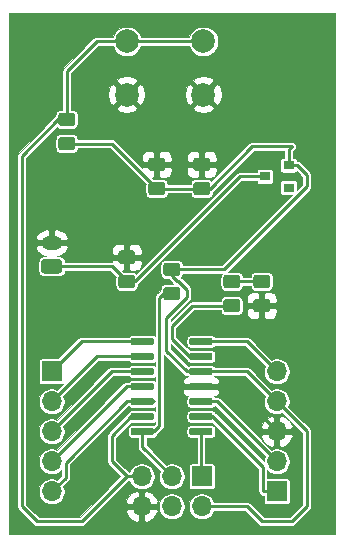
<source format=gbr>
G04 #@! TF.GenerationSoftware,KiCad,Pcbnew,5.1.5+dfsg1-2build2*
G04 #@! TF.CreationDate,2021-03-19T14:08:30-04:00*
G04 #@! TF.ProjectId,hawk,6861776b-2e6b-4696-9361-645f70636258,rev?*
G04 #@! TF.SameCoordinates,Original*
G04 #@! TF.FileFunction,Copper,L1,Top*
G04 #@! TF.FilePolarity,Positive*
%FSLAX46Y46*%
G04 Gerber Fmt 4.6, Leading zero omitted, Abs format (unit mm)*
G04 Created by KiCad (PCBNEW 5.1.5+dfsg1-2build2) date 2021-03-19 14:08:30*
%MOMM*%
%LPD*%
G04 APERTURE LIST*
%ADD10C,0.100000*%
%ADD11R,1.700000X1.700000*%
%ADD12O,1.700000X1.700000*%
%ADD13O,1.750000X1.200000*%
%ADD14C,2.000000*%
%ADD15R,0.900000X0.800000*%
%ADD16C,0.250000*%
G04 APERTURE END LIST*
G04 #@! TA.AperFunction,SMDPad,CuDef*
D10*
G36*
X135094505Y-89351204D02*
G01*
X135118773Y-89354804D01*
X135142572Y-89360765D01*
X135165671Y-89369030D01*
X135187850Y-89379520D01*
X135208893Y-89392132D01*
X135228599Y-89406747D01*
X135246777Y-89423223D01*
X135263253Y-89441401D01*
X135277868Y-89461107D01*
X135290480Y-89482150D01*
X135300970Y-89504329D01*
X135309235Y-89527428D01*
X135315196Y-89551227D01*
X135318796Y-89575495D01*
X135320000Y-89599999D01*
X135320000Y-90250001D01*
X135318796Y-90274505D01*
X135315196Y-90298773D01*
X135309235Y-90322572D01*
X135300970Y-90345671D01*
X135290480Y-90367850D01*
X135277868Y-90388893D01*
X135263253Y-90408599D01*
X135246777Y-90426777D01*
X135228599Y-90443253D01*
X135208893Y-90457868D01*
X135187850Y-90470480D01*
X135165671Y-90480970D01*
X135142572Y-90489235D01*
X135118773Y-90495196D01*
X135094505Y-90498796D01*
X135070001Y-90500000D01*
X134169999Y-90500000D01*
X134145495Y-90498796D01*
X134121227Y-90495196D01*
X134097428Y-90489235D01*
X134074329Y-90480970D01*
X134052150Y-90470480D01*
X134031107Y-90457868D01*
X134011401Y-90443253D01*
X133993223Y-90426777D01*
X133976747Y-90408599D01*
X133962132Y-90388893D01*
X133949520Y-90367850D01*
X133939030Y-90345671D01*
X133930765Y-90322572D01*
X133924804Y-90298773D01*
X133921204Y-90274505D01*
X133920000Y-90250001D01*
X133920000Y-89599999D01*
X133921204Y-89575495D01*
X133924804Y-89551227D01*
X133930765Y-89527428D01*
X133939030Y-89504329D01*
X133949520Y-89482150D01*
X133962132Y-89461107D01*
X133976747Y-89441401D01*
X133993223Y-89423223D01*
X134011401Y-89406747D01*
X134031107Y-89392132D01*
X134052150Y-89379520D01*
X134074329Y-89369030D01*
X134097428Y-89360765D01*
X134121227Y-89354804D01*
X134145495Y-89351204D01*
X134169999Y-89350000D01*
X135070001Y-89350000D01*
X135094505Y-89351204D01*
G37*
G04 #@! TD.AperFunction*
G04 #@! TA.AperFunction,SMDPad,CuDef*
G36*
X135094505Y-87301204D02*
G01*
X135118773Y-87304804D01*
X135142572Y-87310765D01*
X135165671Y-87319030D01*
X135187850Y-87329520D01*
X135208893Y-87342132D01*
X135228599Y-87356747D01*
X135246777Y-87373223D01*
X135263253Y-87391401D01*
X135277868Y-87411107D01*
X135290480Y-87432150D01*
X135300970Y-87454329D01*
X135309235Y-87477428D01*
X135315196Y-87501227D01*
X135318796Y-87525495D01*
X135320000Y-87549999D01*
X135320000Y-88200001D01*
X135318796Y-88224505D01*
X135315196Y-88248773D01*
X135309235Y-88272572D01*
X135300970Y-88295671D01*
X135290480Y-88317850D01*
X135277868Y-88338893D01*
X135263253Y-88358599D01*
X135246777Y-88376777D01*
X135228599Y-88393253D01*
X135208893Y-88407868D01*
X135187850Y-88420480D01*
X135165671Y-88430970D01*
X135142572Y-88439235D01*
X135118773Y-88445196D01*
X135094505Y-88448796D01*
X135070001Y-88450000D01*
X134169999Y-88450000D01*
X134145495Y-88448796D01*
X134121227Y-88445196D01*
X134097428Y-88439235D01*
X134074329Y-88430970D01*
X134052150Y-88420480D01*
X134031107Y-88407868D01*
X134011401Y-88393253D01*
X133993223Y-88376777D01*
X133976747Y-88358599D01*
X133962132Y-88338893D01*
X133949520Y-88317850D01*
X133939030Y-88295671D01*
X133930765Y-88272572D01*
X133924804Y-88248773D01*
X133921204Y-88224505D01*
X133920000Y-88200001D01*
X133920000Y-87549999D01*
X133921204Y-87525495D01*
X133924804Y-87501227D01*
X133930765Y-87477428D01*
X133939030Y-87454329D01*
X133949520Y-87432150D01*
X133962132Y-87411107D01*
X133976747Y-87391401D01*
X133993223Y-87373223D01*
X134011401Y-87356747D01*
X134031107Y-87342132D01*
X134052150Y-87329520D01*
X134074329Y-87319030D01*
X134097428Y-87310765D01*
X134121227Y-87304804D01*
X134145495Y-87301204D01*
X134169999Y-87300000D01*
X135070001Y-87300000D01*
X135094505Y-87301204D01*
G37*
G04 #@! TD.AperFunction*
G04 #@! TA.AperFunction,SMDPad,CuDef*
G36*
X132554505Y-97216204D02*
G01*
X132578773Y-97219804D01*
X132602572Y-97225765D01*
X132625671Y-97234030D01*
X132647850Y-97244520D01*
X132668893Y-97257132D01*
X132688599Y-97271747D01*
X132706777Y-97288223D01*
X132723253Y-97306401D01*
X132737868Y-97326107D01*
X132750480Y-97347150D01*
X132760970Y-97369329D01*
X132769235Y-97392428D01*
X132775196Y-97416227D01*
X132778796Y-97440495D01*
X132780000Y-97464999D01*
X132780000Y-98115001D01*
X132778796Y-98139505D01*
X132775196Y-98163773D01*
X132769235Y-98187572D01*
X132760970Y-98210671D01*
X132750480Y-98232850D01*
X132737868Y-98253893D01*
X132723253Y-98273599D01*
X132706777Y-98291777D01*
X132688599Y-98308253D01*
X132668893Y-98322868D01*
X132647850Y-98335480D01*
X132625671Y-98345970D01*
X132602572Y-98354235D01*
X132578773Y-98360196D01*
X132554505Y-98363796D01*
X132530001Y-98365000D01*
X131629999Y-98365000D01*
X131605495Y-98363796D01*
X131581227Y-98360196D01*
X131557428Y-98354235D01*
X131534329Y-98345970D01*
X131512150Y-98335480D01*
X131491107Y-98322868D01*
X131471401Y-98308253D01*
X131453223Y-98291777D01*
X131436747Y-98273599D01*
X131422132Y-98253893D01*
X131409520Y-98232850D01*
X131399030Y-98210671D01*
X131390765Y-98187572D01*
X131384804Y-98163773D01*
X131381204Y-98139505D01*
X131380000Y-98115001D01*
X131380000Y-97464999D01*
X131381204Y-97440495D01*
X131384804Y-97416227D01*
X131390765Y-97392428D01*
X131399030Y-97369329D01*
X131409520Y-97347150D01*
X131422132Y-97326107D01*
X131436747Y-97306401D01*
X131453223Y-97288223D01*
X131471401Y-97271747D01*
X131491107Y-97257132D01*
X131512150Y-97244520D01*
X131534329Y-97234030D01*
X131557428Y-97225765D01*
X131581227Y-97219804D01*
X131605495Y-97216204D01*
X131629999Y-97215000D01*
X132530001Y-97215000D01*
X132554505Y-97216204D01*
G37*
G04 #@! TD.AperFunction*
G04 #@! TA.AperFunction,SMDPad,CuDef*
G36*
X132554505Y-95166204D02*
G01*
X132578773Y-95169804D01*
X132602572Y-95175765D01*
X132625671Y-95184030D01*
X132647850Y-95194520D01*
X132668893Y-95207132D01*
X132688599Y-95221747D01*
X132706777Y-95238223D01*
X132723253Y-95256401D01*
X132737868Y-95276107D01*
X132750480Y-95297150D01*
X132760970Y-95319329D01*
X132769235Y-95342428D01*
X132775196Y-95366227D01*
X132778796Y-95390495D01*
X132780000Y-95414999D01*
X132780000Y-96065001D01*
X132778796Y-96089505D01*
X132775196Y-96113773D01*
X132769235Y-96137572D01*
X132760970Y-96160671D01*
X132750480Y-96182850D01*
X132737868Y-96203893D01*
X132723253Y-96223599D01*
X132706777Y-96241777D01*
X132688599Y-96258253D01*
X132668893Y-96272868D01*
X132647850Y-96285480D01*
X132625671Y-96295970D01*
X132602572Y-96304235D01*
X132578773Y-96310196D01*
X132554505Y-96313796D01*
X132530001Y-96315000D01*
X131629999Y-96315000D01*
X131605495Y-96313796D01*
X131581227Y-96310196D01*
X131557428Y-96304235D01*
X131534329Y-96295970D01*
X131512150Y-96285480D01*
X131491107Y-96272868D01*
X131471401Y-96258253D01*
X131453223Y-96241777D01*
X131436747Y-96223599D01*
X131422132Y-96203893D01*
X131409520Y-96182850D01*
X131399030Y-96160671D01*
X131390765Y-96137572D01*
X131384804Y-96113773D01*
X131381204Y-96089505D01*
X131380000Y-96065001D01*
X131380000Y-95414999D01*
X131381204Y-95390495D01*
X131384804Y-95366227D01*
X131390765Y-95342428D01*
X131399030Y-95319329D01*
X131409520Y-95297150D01*
X131422132Y-95276107D01*
X131436747Y-95256401D01*
X131453223Y-95238223D01*
X131471401Y-95221747D01*
X131491107Y-95207132D01*
X131512150Y-95194520D01*
X131534329Y-95184030D01*
X131557428Y-95175765D01*
X131581227Y-95169804D01*
X131605495Y-95166204D01*
X131629999Y-95165000D01*
X132530001Y-95165000D01*
X132554505Y-95166204D01*
G37*
G04 #@! TD.AperFunction*
G04 #@! TA.AperFunction,SMDPad,CuDef*
G36*
X138904505Y-87301204D02*
G01*
X138928773Y-87304804D01*
X138952572Y-87310765D01*
X138975671Y-87319030D01*
X138997850Y-87329520D01*
X139018893Y-87342132D01*
X139038599Y-87356747D01*
X139056777Y-87373223D01*
X139073253Y-87391401D01*
X139087868Y-87411107D01*
X139100480Y-87432150D01*
X139110970Y-87454329D01*
X139119235Y-87477428D01*
X139125196Y-87501227D01*
X139128796Y-87525495D01*
X139130000Y-87549999D01*
X139130000Y-88200001D01*
X139128796Y-88224505D01*
X139125196Y-88248773D01*
X139119235Y-88272572D01*
X139110970Y-88295671D01*
X139100480Y-88317850D01*
X139087868Y-88338893D01*
X139073253Y-88358599D01*
X139056777Y-88376777D01*
X139038599Y-88393253D01*
X139018893Y-88407868D01*
X138997850Y-88420480D01*
X138975671Y-88430970D01*
X138952572Y-88439235D01*
X138928773Y-88445196D01*
X138904505Y-88448796D01*
X138880001Y-88450000D01*
X137979999Y-88450000D01*
X137955495Y-88448796D01*
X137931227Y-88445196D01*
X137907428Y-88439235D01*
X137884329Y-88430970D01*
X137862150Y-88420480D01*
X137841107Y-88407868D01*
X137821401Y-88393253D01*
X137803223Y-88376777D01*
X137786747Y-88358599D01*
X137772132Y-88338893D01*
X137759520Y-88317850D01*
X137749030Y-88295671D01*
X137740765Y-88272572D01*
X137734804Y-88248773D01*
X137731204Y-88224505D01*
X137730000Y-88200001D01*
X137730000Y-87549999D01*
X137731204Y-87525495D01*
X137734804Y-87501227D01*
X137740765Y-87477428D01*
X137749030Y-87454329D01*
X137759520Y-87432150D01*
X137772132Y-87411107D01*
X137786747Y-87391401D01*
X137803223Y-87373223D01*
X137821401Y-87356747D01*
X137841107Y-87342132D01*
X137862150Y-87329520D01*
X137884329Y-87319030D01*
X137907428Y-87310765D01*
X137931227Y-87304804D01*
X137955495Y-87301204D01*
X137979999Y-87300000D01*
X138880001Y-87300000D01*
X138904505Y-87301204D01*
G37*
G04 #@! TD.AperFunction*
G04 #@! TA.AperFunction,SMDPad,CuDef*
G36*
X138904505Y-89351204D02*
G01*
X138928773Y-89354804D01*
X138952572Y-89360765D01*
X138975671Y-89369030D01*
X138997850Y-89379520D01*
X139018893Y-89392132D01*
X139038599Y-89406747D01*
X139056777Y-89423223D01*
X139073253Y-89441401D01*
X139087868Y-89461107D01*
X139100480Y-89482150D01*
X139110970Y-89504329D01*
X139119235Y-89527428D01*
X139125196Y-89551227D01*
X139128796Y-89575495D01*
X139130000Y-89599999D01*
X139130000Y-90250001D01*
X139128796Y-90274505D01*
X139125196Y-90298773D01*
X139119235Y-90322572D01*
X139110970Y-90345671D01*
X139100480Y-90367850D01*
X139087868Y-90388893D01*
X139073253Y-90408599D01*
X139056777Y-90426777D01*
X139038599Y-90443253D01*
X139018893Y-90457868D01*
X138997850Y-90470480D01*
X138975671Y-90480970D01*
X138952572Y-90489235D01*
X138928773Y-90495196D01*
X138904505Y-90498796D01*
X138880001Y-90500000D01*
X137979999Y-90500000D01*
X137955495Y-90498796D01*
X137931227Y-90495196D01*
X137907428Y-90489235D01*
X137884329Y-90480970D01*
X137862150Y-90470480D01*
X137841107Y-90457868D01*
X137821401Y-90443253D01*
X137803223Y-90426777D01*
X137786747Y-90408599D01*
X137772132Y-90388893D01*
X137759520Y-90367850D01*
X137749030Y-90345671D01*
X137740765Y-90322572D01*
X137734804Y-90298773D01*
X137731204Y-90274505D01*
X137730000Y-90250001D01*
X137730000Y-89599999D01*
X137731204Y-89575495D01*
X137734804Y-89551227D01*
X137740765Y-89527428D01*
X137749030Y-89504329D01*
X137759520Y-89482150D01*
X137772132Y-89461107D01*
X137786747Y-89441401D01*
X137803223Y-89423223D01*
X137821401Y-89406747D01*
X137841107Y-89392132D01*
X137862150Y-89379520D01*
X137884329Y-89369030D01*
X137907428Y-89360765D01*
X137931227Y-89354804D01*
X137955495Y-89351204D01*
X137979999Y-89350000D01*
X138880001Y-89350000D01*
X138904505Y-89351204D01*
G37*
G04 #@! TD.AperFunction*
G04 #@! TA.AperFunction,SMDPad,CuDef*
G36*
X141444505Y-97216204D02*
G01*
X141468773Y-97219804D01*
X141492572Y-97225765D01*
X141515671Y-97234030D01*
X141537850Y-97244520D01*
X141558893Y-97257132D01*
X141578599Y-97271747D01*
X141596777Y-97288223D01*
X141613253Y-97306401D01*
X141627868Y-97326107D01*
X141640480Y-97347150D01*
X141650970Y-97369329D01*
X141659235Y-97392428D01*
X141665196Y-97416227D01*
X141668796Y-97440495D01*
X141670000Y-97464999D01*
X141670000Y-98115001D01*
X141668796Y-98139505D01*
X141665196Y-98163773D01*
X141659235Y-98187572D01*
X141650970Y-98210671D01*
X141640480Y-98232850D01*
X141627868Y-98253893D01*
X141613253Y-98273599D01*
X141596777Y-98291777D01*
X141578599Y-98308253D01*
X141558893Y-98322868D01*
X141537850Y-98335480D01*
X141515671Y-98345970D01*
X141492572Y-98354235D01*
X141468773Y-98360196D01*
X141444505Y-98363796D01*
X141420001Y-98365000D01*
X140519999Y-98365000D01*
X140495495Y-98363796D01*
X140471227Y-98360196D01*
X140447428Y-98354235D01*
X140424329Y-98345970D01*
X140402150Y-98335480D01*
X140381107Y-98322868D01*
X140361401Y-98308253D01*
X140343223Y-98291777D01*
X140326747Y-98273599D01*
X140312132Y-98253893D01*
X140299520Y-98232850D01*
X140289030Y-98210671D01*
X140280765Y-98187572D01*
X140274804Y-98163773D01*
X140271204Y-98139505D01*
X140270000Y-98115001D01*
X140270000Y-97464999D01*
X140271204Y-97440495D01*
X140274804Y-97416227D01*
X140280765Y-97392428D01*
X140289030Y-97369329D01*
X140299520Y-97347150D01*
X140312132Y-97326107D01*
X140326747Y-97306401D01*
X140343223Y-97288223D01*
X140361401Y-97271747D01*
X140381107Y-97257132D01*
X140402150Y-97244520D01*
X140424329Y-97234030D01*
X140447428Y-97225765D01*
X140471227Y-97219804D01*
X140495495Y-97216204D01*
X140519999Y-97215000D01*
X141420001Y-97215000D01*
X141444505Y-97216204D01*
G37*
G04 #@! TD.AperFunction*
G04 #@! TA.AperFunction,SMDPad,CuDef*
G36*
X141444505Y-99266204D02*
G01*
X141468773Y-99269804D01*
X141492572Y-99275765D01*
X141515671Y-99284030D01*
X141537850Y-99294520D01*
X141558893Y-99307132D01*
X141578599Y-99321747D01*
X141596777Y-99338223D01*
X141613253Y-99356401D01*
X141627868Y-99376107D01*
X141640480Y-99397150D01*
X141650970Y-99419329D01*
X141659235Y-99442428D01*
X141665196Y-99466227D01*
X141668796Y-99490495D01*
X141670000Y-99514999D01*
X141670000Y-100165001D01*
X141668796Y-100189505D01*
X141665196Y-100213773D01*
X141659235Y-100237572D01*
X141650970Y-100260671D01*
X141640480Y-100282850D01*
X141627868Y-100303893D01*
X141613253Y-100323599D01*
X141596777Y-100341777D01*
X141578599Y-100358253D01*
X141558893Y-100372868D01*
X141537850Y-100385480D01*
X141515671Y-100395970D01*
X141492572Y-100404235D01*
X141468773Y-100410196D01*
X141444505Y-100413796D01*
X141420001Y-100415000D01*
X140519999Y-100415000D01*
X140495495Y-100413796D01*
X140471227Y-100410196D01*
X140447428Y-100404235D01*
X140424329Y-100395970D01*
X140402150Y-100385480D01*
X140381107Y-100372868D01*
X140361401Y-100358253D01*
X140343223Y-100341777D01*
X140326747Y-100323599D01*
X140312132Y-100303893D01*
X140299520Y-100282850D01*
X140289030Y-100260671D01*
X140280765Y-100237572D01*
X140274804Y-100213773D01*
X140271204Y-100189505D01*
X140270000Y-100165001D01*
X140270000Y-99514999D01*
X140271204Y-99490495D01*
X140274804Y-99466227D01*
X140280765Y-99442428D01*
X140289030Y-99419329D01*
X140299520Y-99397150D01*
X140312132Y-99376107D01*
X140326747Y-99356401D01*
X140343223Y-99338223D01*
X140361401Y-99321747D01*
X140381107Y-99307132D01*
X140402150Y-99294520D01*
X140424329Y-99284030D01*
X140447428Y-99275765D01*
X140471227Y-99269804D01*
X140495495Y-99266204D01*
X140519999Y-99265000D01*
X141420001Y-99265000D01*
X141444505Y-99266204D01*
G37*
G04 #@! TD.AperFunction*
D11*
X125730000Y-105410000D03*
D12*
X125730000Y-107950000D03*
X125730000Y-110490000D03*
X125730000Y-113030000D03*
X125730000Y-115570000D03*
X144780000Y-105410000D03*
X144780000Y-107950000D03*
X144780000Y-110490000D03*
X144780000Y-113030000D03*
D11*
X144780000Y-115570000D03*
X138430000Y-114300000D03*
D12*
X138430000Y-116840000D03*
X135890000Y-114300000D03*
X135890000Y-116840000D03*
X133350000Y-114300000D03*
X133350000Y-116840000D03*
G04 #@! TA.AperFunction,ComponentPad*
D10*
G36*
X126379505Y-95921204D02*
G01*
X126403773Y-95924804D01*
X126427572Y-95930765D01*
X126450671Y-95939030D01*
X126472850Y-95949520D01*
X126493893Y-95962132D01*
X126513599Y-95976747D01*
X126531777Y-95993223D01*
X126548253Y-96011401D01*
X126562868Y-96031107D01*
X126575480Y-96052150D01*
X126585970Y-96074329D01*
X126594235Y-96097428D01*
X126600196Y-96121227D01*
X126603796Y-96145495D01*
X126605000Y-96169999D01*
X126605000Y-96870001D01*
X126603796Y-96894505D01*
X126600196Y-96918773D01*
X126594235Y-96942572D01*
X126585970Y-96965671D01*
X126575480Y-96987850D01*
X126562868Y-97008893D01*
X126548253Y-97028599D01*
X126531777Y-97046777D01*
X126513599Y-97063253D01*
X126493893Y-97077868D01*
X126472850Y-97090480D01*
X126450671Y-97100970D01*
X126427572Y-97109235D01*
X126403773Y-97115196D01*
X126379505Y-97118796D01*
X126355001Y-97120000D01*
X125104999Y-97120000D01*
X125080495Y-97118796D01*
X125056227Y-97115196D01*
X125032428Y-97109235D01*
X125009329Y-97100970D01*
X124987150Y-97090480D01*
X124966107Y-97077868D01*
X124946401Y-97063253D01*
X124928223Y-97046777D01*
X124911747Y-97028599D01*
X124897132Y-97008893D01*
X124884520Y-96987850D01*
X124874030Y-96965671D01*
X124865765Y-96942572D01*
X124859804Y-96918773D01*
X124856204Y-96894505D01*
X124855000Y-96870001D01*
X124855000Y-96169999D01*
X124856204Y-96145495D01*
X124859804Y-96121227D01*
X124865765Y-96097428D01*
X124874030Y-96074329D01*
X124884520Y-96052150D01*
X124897132Y-96031107D01*
X124911747Y-96011401D01*
X124928223Y-95993223D01*
X124946401Y-95976747D01*
X124966107Y-95962132D01*
X124987150Y-95949520D01*
X125009329Y-95939030D01*
X125032428Y-95930765D01*
X125056227Y-95924804D01*
X125080495Y-95921204D01*
X125104999Y-95920000D01*
X126355001Y-95920000D01*
X126379505Y-95921204D01*
G37*
G04 #@! TD.AperFunction*
D13*
X125730000Y-94520000D03*
G04 #@! TA.AperFunction,SMDPad,CuDef*
D10*
G36*
X127474505Y-85541204D02*
G01*
X127498773Y-85544804D01*
X127522572Y-85550765D01*
X127545671Y-85559030D01*
X127567850Y-85569520D01*
X127588893Y-85582132D01*
X127608599Y-85596747D01*
X127626777Y-85613223D01*
X127643253Y-85631401D01*
X127657868Y-85651107D01*
X127670480Y-85672150D01*
X127680970Y-85694329D01*
X127689235Y-85717428D01*
X127695196Y-85741227D01*
X127698796Y-85765495D01*
X127700000Y-85789999D01*
X127700000Y-86440001D01*
X127698796Y-86464505D01*
X127695196Y-86488773D01*
X127689235Y-86512572D01*
X127680970Y-86535671D01*
X127670480Y-86557850D01*
X127657868Y-86578893D01*
X127643253Y-86598599D01*
X127626777Y-86616777D01*
X127608599Y-86633253D01*
X127588893Y-86647868D01*
X127567850Y-86660480D01*
X127545671Y-86670970D01*
X127522572Y-86679235D01*
X127498773Y-86685196D01*
X127474505Y-86688796D01*
X127450001Y-86690000D01*
X126549999Y-86690000D01*
X126525495Y-86688796D01*
X126501227Y-86685196D01*
X126477428Y-86679235D01*
X126454329Y-86670970D01*
X126432150Y-86660480D01*
X126411107Y-86647868D01*
X126391401Y-86633253D01*
X126373223Y-86616777D01*
X126356747Y-86598599D01*
X126342132Y-86578893D01*
X126329520Y-86557850D01*
X126319030Y-86535671D01*
X126310765Y-86512572D01*
X126304804Y-86488773D01*
X126301204Y-86464505D01*
X126300000Y-86440001D01*
X126300000Y-85789999D01*
X126301204Y-85765495D01*
X126304804Y-85741227D01*
X126310765Y-85717428D01*
X126319030Y-85694329D01*
X126329520Y-85672150D01*
X126342132Y-85651107D01*
X126356747Y-85631401D01*
X126373223Y-85613223D01*
X126391401Y-85596747D01*
X126411107Y-85582132D01*
X126432150Y-85569520D01*
X126454329Y-85559030D01*
X126477428Y-85550765D01*
X126501227Y-85544804D01*
X126525495Y-85541204D01*
X126549999Y-85540000D01*
X127450001Y-85540000D01*
X127474505Y-85541204D01*
G37*
G04 #@! TD.AperFunction*
G04 #@! TA.AperFunction,SMDPad,CuDef*
G36*
X127474505Y-83491204D02*
G01*
X127498773Y-83494804D01*
X127522572Y-83500765D01*
X127545671Y-83509030D01*
X127567850Y-83519520D01*
X127588893Y-83532132D01*
X127608599Y-83546747D01*
X127626777Y-83563223D01*
X127643253Y-83581401D01*
X127657868Y-83601107D01*
X127670480Y-83622150D01*
X127680970Y-83644329D01*
X127689235Y-83667428D01*
X127695196Y-83691227D01*
X127698796Y-83715495D01*
X127700000Y-83739999D01*
X127700000Y-84390001D01*
X127698796Y-84414505D01*
X127695196Y-84438773D01*
X127689235Y-84462572D01*
X127680970Y-84485671D01*
X127670480Y-84507850D01*
X127657868Y-84528893D01*
X127643253Y-84548599D01*
X127626777Y-84566777D01*
X127608599Y-84583253D01*
X127588893Y-84597868D01*
X127567850Y-84610480D01*
X127545671Y-84620970D01*
X127522572Y-84629235D01*
X127498773Y-84635196D01*
X127474505Y-84638796D01*
X127450001Y-84640000D01*
X126549999Y-84640000D01*
X126525495Y-84638796D01*
X126501227Y-84635196D01*
X126477428Y-84629235D01*
X126454329Y-84620970D01*
X126432150Y-84610480D01*
X126411107Y-84597868D01*
X126391401Y-84583253D01*
X126373223Y-84566777D01*
X126356747Y-84548599D01*
X126342132Y-84528893D01*
X126329520Y-84507850D01*
X126319030Y-84485671D01*
X126310765Y-84462572D01*
X126304804Y-84438773D01*
X126301204Y-84414505D01*
X126300000Y-84390001D01*
X126300000Y-83739999D01*
X126301204Y-83715495D01*
X126304804Y-83691227D01*
X126310765Y-83667428D01*
X126319030Y-83644329D01*
X126329520Y-83622150D01*
X126342132Y-83601107D01*
X126356747Y-83581401D01*
X126373223Y-83563223D01*
X126391401Y-83546747D01*
X126411107Y-83532132D01*
X126432150Y-83519520D01*
X126454329Y-83509030D01*
X126477428Y-83500765D01*
X126501227Y-83494804D01*
X126525495Y-83491204D01*
X126549999Y-83490000D01*
X127450001Y-83490000D01*
X127474505Y-83491204D01*
G37*
G04 #@! TD.AperFunction*
G04 #@! TA.AperFunction,SMDPad,CuDef*
G36*
X143984505Y-97216204D02*
G01*
X144008773Y-97219804D01*
X144032572Y-97225765D01*
X144055671Y-97234030D01*
X144077850Y-97244520D01*
X144098893Y-97257132D01*
X144118599Y-97271747D01*
X144136777Y-97288223D01*
X144153253Y-97306401D01*
X144167868Y-97326107D01*
X144180480Y-97347150D01*
X144190970Y-97369329D01*
X144199235Y-97392428D01*
X144205196Y-97416227D01*
X144208796Y-97440495D01*
X144210000Y-97464999D01*
X144210000Y-98115001D01*
X144208796Y-98139505D01*
X144205196Y-98163773D01*
X144199235Y-98187572D01*
X144190970Y-98210671D01*
X144180480Y-98232850D01*
X144167868Y-98253893D01*
X144153253Y-98273599D01*
X144136777Y-98291777D01*
X144118599Y-98308253D01*
X144098893Y-98322868D01*
X144077850Y-98335480D01*
X144055671Y-98345970D01*
X144032572Y-98354235D01*
X144008773Y-98360196D01*
X143984505Y-98363796D01*
X143960001Y-98365000D01*
X143059999Y-98365000D01*
X143035495Y-98363796D01*
X143011227Y-98360196D01*
X142987428Y-98354235D01*
X142964329Y-98345970D01*
X142942150Y-98335480D01*
X142921107Y-98322868D01*
X142901401Y-98308253D01*
X142883223Y-98291777D01*
X142866747Y-98273599D01*
X142852132Y-98253893D01*
X142839520Y-98232850D01*
X142829030Y-98210671D01*
X142820765Y-98187572D01*
X142814804Y-98163773D01*
X142811204Y-98139505D01*
X142810000Y-98115001D01*
X142810000Y-97464999D01*
X142811204Y-97440495D01*
X142814804Y-97416227D01*
X142820765Y-97392428D01*
X142829030Y-97369329D01*
X142839520Y-97347150D01*
X142852132Y-97326107D01*
X142866747Y-97306401D01*
X142883223Y-97288223D01*
X142901401Y-97271747D01*
X142921107Y-97257132D01*
X142942150Y-97244520D01*
X142964329Y-97234030D01*
X142987428Y-97225765D01*
X143011227Y-97219804D01*
X143035495Y-97216204D01*
X143059999Y-97215000D01*
X143960001Y-97215000D01*
X143984505Y-97216204D01*
G37*
G04 #@! TD.AperFunction*
G04 #@! TA.AperFunction,SMDPad,CuDef*
G36*
X143984505Y-99266204D02*
G01*
X144008773Y-99269804D01*
X144032572Y-99275765D01*
X144055671Y-99284030D01*
X144077850Y-99294520D01*
X144098893Y-99307132D01*
X144118599Y-99321747D01*
X144136777Y-99338223D01*
X144153253Y-99356401D01*
X144167868Y-99376107D01*
X144180480Y-99397150D01*
X144190970Y-99419329D01*
X144199235Y-99442428D01*
X144205196Y-99466227D01*
X144208796Y-99490495D01*
X144210000Y-99514999D01*
X144210000Y-100165001D01*
X144208796Y-100189505D01*
X144205196Y-100213773D01*
X144199235Y-100237572D01*
X144190970Y-100260671D01*
X144180480Y-100282850D01*
X144167868Y-100303893D01*
X144153253Y-100323599D01*
X144136777Y-100341777D01*
X144118599Y-100358253D01*
X144098893Y-100372868D01*
X144077850Y-100385480D01*
X144055671Y-100395970D01*
X144032572Y-100404235D01*
X144008773Y-100410196D01*
X143984505Y-100413796D01*
X143960001Y-100415000D01*
X143059999Y-100415000D01*
X143035495Y-100413796D01*
X143011227Y-100410196D01*
X142987428Y-100404235D01*
X142964329Y-100395970D01*
X142942150Y-100385480D01*
X142921107Y-100372868D01*
X142901401Y-100358253D01*
X142883223Y-100341777D01*
X142866747Y-100323599D01*
X142852132Y-100303893D01*
X142839520Y-100282850D01*
X142829030Y-100260671D01*
X142820765Y-100237572D01*
X142814804Y-100213773D01*
X142811204Y-100189505D01*
X142810000Y-100165001D01*
X142810000Y-99514999D01*
X142811204Y-99490495D01*
X142814804Y-99466227D01*
X142820765Y-99442428D01*
X142829030Y-99419329D01*
X142839520Y-99397150D01*
X142852132Y-99376107D01*
X142866747Y-99356401D01*
X142883223Y-99338223D01*
X142901401Y-99321747D01*
X142921107Y-99307132D01*
X142942150Y-99294520D01*
X142964329Y-99284030D01*
X142987428Y-99275765D01*
X143011227Y-99269804D01*
X143035495Y-99266204D01*
X143059999Y-99265000D01*
X143960001Y-99265000D01*
X143984505Y-99266204D01*
G37*
G04 #@! TD.AperFunction*
G04 #@! TA.AperFunction,SMDPad,CuDef*
G36*
X136364505Y-96191204D02*
G01*
X136388773Y-96194804D01*
X136412572Y-96200765D01*
X136435671Y-96209030D01*
X136457850Y-96219520D01*
X136478893Y-96232132D01*
X136498599Y-96246747D01*
X136516777Y-96263223D01*
X136533253Y-96281401D01*
X136547868Y-96301107D01*
X136560480Y-96322150D01*
X136570970Y-96344329D01*
X136579235Y-96367428D01*
X136585196Y-96391227D01*
X136588796Y-96415495D01*
X136590000Y-96439999D01*
X136590000Y-97090001D01*
X136588796Y-97114505D01*
X136585196Y-97138773D01*
X136579235Y-97162572D01*
X136570970Y-97185671D01*
X136560480Y-97207850D01*
X136547868Y-97228893D01*
X136533253Y-97248599D01*
X136516777Y-97266777D01*
X136498599Y-97283253D01*
X136478893Y-97297868D01*
X136457850Y-97310480D01*
X136435671Y-97320970D01*
X136412572Y-97329235D01*
X136388773Y-97335196D01*
X136364505Y-97338796D01*
X136340001Y-97340000D01*
X135439999Y-97340000D01*
X135415495Y-97338796D01*
X135391227Y-97335196D01*
X135367428Y-97329235D01*
X135344329Y-97320970D01*
X135322150Y-97310480D01*
X135301107Y-97297868D01*
X135281401Y-97283253D01*
X135263223Y-97266777D01*
X135246747Y-97248599D01*
X135232132Y-97228893D01*
X135219520Y-97207850D01*
X135209030Y-97185671D01*
X135200765Y-97162572D01*
X135194804Y-97138773D01*
X135191204Y-97114505D01*
X135190000Y-97090001D01*
X135190000Y-96439999D01*
X135191204Y-96415495D01*
X135194804Y-96391227D01*
X135200765Y-96367428D01*
X135209030Y-96344329D01*
X135219520Y-96322150D01*
X135232132Y-96301107D01*
X135246747Y-96281401D01*
X135263223Y-96263223D01*
X135281401Y-96246747D01*
X135301107Y-96232132D01*
X135322150Y-96219520D01*
X135344329Y-96209030D01*
X135367428Y-96200765D01*
X135391227Y-96194804D01*
X135415495Y-96191204D01*
X135439999Y-96190000D01*
X136340001Y-96190000D01*
X136364505Y-96191204D01*
G37*
G04 #@! TD.AperFunction*
G04 #@! TA.AperFunction,SMDPad,CuDef*
G36*
X136364505Y-98241204D02*
G01*
X136388773Y-98244804D01*
X136412572Y-98250765D01*
X136435671Y-98259030D01*
X136457850Y-98269520D01*
X136478893Y-98282132D01*
X136498599Y-98296747D01*
X136516777Y-98313223D01*
X136533253Y-98331401D01*
X136547868Y-98351107D01*
X136560480Y-98372150D01*
X136570970Y-98394329D01*
X136579235Y-98417428D01*
X136585196Y-98441227D01*
X136588796Y-98465495D01*
X136590000Y-98489999D01*
X136590000Y-99140001D01*
X136588796Y-99164505D01*
X136585196Y-99188773D01*
X136579235Y-99212572D01*
X136570970Y-99235671D01*
X136560480Y-99257850D01*
X136547868Y-99278893D01*
X136533253Y-99298599D01*
X136516777Y-99316777D01*
X136498599Y-99333253D01*
X136478893Y-99347868D01*
X136457850Y-99360480D01*
X136435671Y-99370970D01*
X136412572Y-99379235D01*
X136388773Y-99385196D01*
X136364505Y-99388796D01*
X136340001Y-99390000D01*
X135439999Y-99390000D01*
X135415495Y-99388796D01*
X135391227Y-99385196D01*
X135367428Y-99379235D01*
X135344329Y-99370970D01*
X135322150Y-99360480D01*
X135301107Y-99347868D01*
X135281401Y-99333253D01*
X135263223Y-99316777D01*
X135246747Y-99298599D01*
X135232132Y-99278893D01*
X135219520Y-99257850D01*
X135209030Y-99235671D01*
X135200765Y-99212572D01*
X135194804Y-99188773D01*
X135191204Y-99164505D01*
X135190000Y-99140001D01*
X135190000Y-98489999D01*
X135191204Y-98465495D01*
X135194804Y-98441227D01*
X135200765Y-98417428D01*
X135209030Y-98394329D01*
X135219520Y-98372150D01*
X135232132Y-98351107D01*
X135246747Y-98331401D01*
X135263223Y-98313223D01*
X135281401Y-98296747D01*
X135301107Y-98282132D01*
X135322150Y-98269520D01*
X135344329Y-98259030D01*
X135367428Y-98250765D01*
X135391227Y-98244804D01*
X135415495Y-98241204D01*
X135439999Y-98240000D01*
X136340001Y-98240000D01*
X136364505Y-98241204D01*
G37*
G04 #@! TD.AperFunction*
D14*
X132080000Y-81970000D03*
X132080000Y-77470000D03*
X138580000Y-81970000D03*
X138580000Y-77470000D03*
G04 #@! TA.AperFunction,SMDPad,CuDef*
D10*
G36*
X134254703Y-102570722D02*
G01*
X134269264Y-102572882D01*
X134283543Y-102576459D01*
X134297403Y-102581418D01*
X134310710Y-102587712D01*
X134323336Y-102595280D01*
X134335159Y-102604048D01*
X134346066Y-102613934D01*
X134355952Y-102624841D01*
X134364720Y-102636664D01*
X134372288Y-102649290D01*
X134378582Y-102662597D01*
X134383541Y-102676457D01*
X134387118Y-102690736D01*
X134389278Y-102705297D01*
X134390000Y-102720000D01*
X134390000Y-103020000D01*
X134389278Y-103034703D01*
X134387118Y-103049264D01*
X134383541Y-103063543D01*
X134378582Y-103077403D01*
X134372288Y-103090710D01*
X134364720Y-103103336D01*
X134355952Y-103115159D01*
X134346066Y-103126066D01*
X134335159Y-103135952D01*
X134323336Y-103144720D01*
X134310710Y-103152288D01*
X134297403Y-103158582D01*
X134283543Y-103163541D01*
X134269264Y-103167118D01*
X134254703Y-103169278D01*
X134240000Y-103170000D01*
X132590000Y-103170000D01*
X132575297Y-103169278D01*
X132560736Y-103167118D01*
X132546457Y-103163541D01*
X132532597Y-103158582D01*
X132519290Y-103152288D01*
X132506664Y-103144720D01*
X132494841Y-103135952D01*
X132483934Y-103126066D01*
X132474048Y-103115159D01*
X132465280Y-103103336D01*
X132457712Y-103090710D01*
X132451418Y-103077403D01*
X132446459Y-103063543D01*
X132442882Y-103049264D01*
X132440722Y-103034703D01*
X132440000Y-103020000D01*
X132440000Y-102720000D01*
X132440722Y-102705297D01*
X132442882Y-102690736D01*
X132446459Y-102676457D01*
X132451418Y-102662597D01*
X132457712Y-102649290D01*
X132465280Y-102636664D01*
X132474048Y-102624841D01*
X132483934Y-102613934D01*
X132494841Y-102604048D01*
X132506664Y-102595280D01*
X132519290Y-102587712D01*
X132532597Y-102581418D01*
X132546457Y-102576459D01*
X132560736Y-102572882D01*
X132575297Y-102570722D01*
X132590000Y-102570000D01*
X134240000Y-102570000D01*
X134254703Y-102570722D01*
G37*
G04 #@! TD.AperFunction*
G04 #@! TA.AperFunction,SMDPad,CuDef*
G36*
X134254703Y-103840722D02*
G01*
X134269264Y-103842882D01*
X134283543Y-103846459D01*
X134297403Y-103851418D01*
X134310710Y-103857712D01*
X134323336Y-103865280D01*
X134335159Y-103874048D01*
X134346066Y-103883934D01*
X134355952Y-103894841D01*
X134364720Y-103906664D01*
X134372288Y-103919290D01*
X134378582Y-103932597D01*
X134383541Y-103946457D01*
X134387118Y-103960736D01*
X134389278Y-103975297D01*
X134390000Y-103990000D01*
X134390000Y-104290000D01*
X134389278Y-104304703D01*
X134387118Y-104319264D01*
X134383541Y-104333543D01*
X134378582Y-104347403D01*
X134372288Y-104360710D01*
X134364720Y-104373336D01*
X134355952Y-104385159D01*
X134346066Y-104396066D01*
X134335159Y-104405952D01*
X134323336Y-104414720D01*
X134310710Y-104422288D01*
X134297403Y-104428582D01*
X134283543Y-104433541D01*
X134269264Y-104437118D01*
X134254703Y-104439278D01*
X134240000Y-104440000D01*
X132590000Y-104440000D01*
X132575297Y-104439278D01*
X132560736Y-104437118D01*
X132546457Y-104433541D01*
X132532597Y-104428582D01*
X132519290Y-104422288D01*
X132506664Y-104414720D01*
X132494841Y-104405952D01*
X132483934Y-104396066D01*
X132474048Y-104385159D01*
X132465280Y-104373336D01*
X132457712Y-104360710D01*
X132451418Y-104347403D01*
X132446459Y-104333543D01*
X132442882Y-104319264D01*
X132440722Y-104304703D01*
X132440000Y-104290000D01*
X132440000Y-103990000D01*
X132440722Y-103975297D01*
X132442882Y-103960736D01*
X132446459Y-103946457D01*
X132451418Y-103932597D01*
X132457712Y-103919290D01*
X132465280Y-103906664D01*
X132474048Y-103894841D01*
X132483934Y-103883934D01*
X132494841Y-103874048D01*
X132506664Y-103865280D01*
X132519290Y-103857712D01*
X132532597Y-103851418D01*
X132546457Y-103846459D01*
X132560736Y-103842882D01*
X132575297Y-103840722D01*
X132590000Y-103840000D01*
X134240000Y-103840000D01*
X134254703Y-103840722D01*
G37*
G04 #@! TD.AperFunction*
G04 #@! TA.AperFunction,SMDPad,CuDef*
G36*
X134254703Y-105110722D02*
G01*
X134269264Y-105112882D01*
X134283543Y-105116459D01*
X134297403Y-105121418D01*
X134310710Y-105127712D01*
X134323336Y-105135280D01*
X134335159Y-105144048D01*
X134346066Y-105153934D01*
X134355952Y-105164841D01*
X134364720Y-105176664D01*
X134372288Y-105189290D01*
X134378582Y-105202597D01*
X134383541Y-105216457D01*
X134387118Y-105230736D01*
X134389278Y-105245297D01*
X134390000Y-105260000D01*
X134390000Y-105560000D01*
X134389278Y-105574703D01*
X134387118Y-105589264D01*
X134383541Y-105603543D01*
X134378582Y-105617403D01*
X134372288Y-105630710D01*
X134364720Y-105643336D01*
X134355952Y-105655159D01*
X134346066Y-105666066D01*
X134335159Y-105675952D01*
X134323336Y-105684720D01*
X134310710Y-105692288D01*
X134297403Y-105698582D01*
X134283543Y-105703541D01*
X134269264Y-105707118D01*
X134254703Y-105709278D01*
X134240000Y-105710000D01*
X132590000Y-105710000D01*
X132575297Y-105709278D01*
X132560736Y-105707118D01*
X132546457Y-105703541D01*
X132532597Y-105698582D01*
X132519290Y-105692288D01*
X132506664Y-105684720D01*
X132494841Y-105675952D01*
X132483934Y-105666066D01*
X132474048Y-105655159D01*
X132465280Y-105643336D01*
X132457712Y-105630710D01*
X132451418Y-105617403D01*
X132446459Y-105603543D01*
X132442882Y-105589264D01*
X132440722Y-105574703D01*
X132440000Y-105560000D01*
X132440000Y-105260000D01*
X132440722Y-105245297D01*
X132442882Y-105230736D01*
X132446459Y-105216457D01*
X132451418Y-105202597D01*
X132457712Y-105189290D01*
X132465280Y-105176664D01*
X132474048Y-105164841D01*
X132483934Y-105153934D01*
X132494841Y-105144048D01*
X132506664Y-105135280D01*
X132519290Y-105127712D01*
X132532597Y-105121418D01*
X132546457Y-105116459D01*
X132560736Y-105112882D01*
X132575297Y-105110722D01*
X132590000Y-105110000D01*
X134240000Y-105110000D01*
X134254703Y-105110722D01*
G37*
G04 #@! TD.AperFunction*
G04 #@! TA.AperFunction,SMDPad,CuDef*
G36*
X134254703Y-106380722D02*
G01*
X134269264Y-106382882D01*
X134283543Y-106386459D01*
X134297403Y-106391418D01*
X134310710Y-106397712D01*
X134323336Y-106405280D01*
X134335159Y-106414048D01*
X134346066Y-106423934D01*
X134355952Y-106434841D01*
X134364720Y-106446664D01*
X134372288Y-106459290D01*
X134378582Y-106472597D01*
X134383541Y-106486457D01*
X134387118Y-106500736D01*
X134389278Y-106515297D01*
X134390000Y-106530000D01*
X134390000Y-106830000D01*
X134389278Y-106844703D01*
X134387118Y-106859264D01*
X134383541Y-106873543D01*
X134378582Y-106887403D01*
X134372288Y-106900710D01*
X134364720Y-106913336D01*
X134355952Y-106925159D01*
X134346066Y-106936066D01*
X134335159Y-106945952D01*
X134323336Y-106954720D01*
X134310710Y-106962288D01*
X134297403Y-106968582D01*
X134283543Y-106973541D01*
X134269264Y-106977118D01*
X134254703Y-106979278D01*
X134240000Y-106980000D01*
X132590000Y-106980000D01*
X132575297Y-106979278D01*
X132560736Y-106977118D01*
X132546457Y-106973541D01*
X132532597Y-106968582D01*
X132519290Y-106962288D01*
X132506664Y-106954720D01*
X132494841Y-106945952D01*
X132483934Y-106936066D01*
X132474048Y-106925159D01*
X132465280Y-106913336D01*
X132457712Y-106900710D01*
X132451418Y-106887403D01*
X132446459Y-106873543D01*
X132442882Y-106859264D01*
X132440722Y-106844703D01*
X132440000Y-106830000D01*
X132440000Y-106530000D01*
X132440722Y-106515297D01*
X132442882Y-106500736D01*
X132446459Y-106486457D01*
X132451418Y-106472597D01*
X132457712Y-106459290D01*
X132465280Y-106446664D01*
X132474048Y-106434841D01*
X132483934Y-106423934D01*
X132494841Y-106414048D01*
X132506664Y-106405280D01*
X132519290Y-106397712D01*
X132532597Y-106391418D01*
X132546457Y-106386459D01*
X132560736Y-106382882D01*
X132575297Y-106380722D01*
X132590000Y-106380000D01*
X134240000Y-106380000D01*
X134254703Y-106380722D01*
G37*
G04 #@! TD.AperFunction*
G04 #@! TA.AperFunction,SMDPad,CuDef*
G36*
X134254703Y-107650722D02*
G01*
X134269264Y-107652882D01*
X134283543Y-107656459D01*
X134297403Y-107661418D01*
X134310710Y-107667712D01*
X134323336Y-107675280D01*
X134335159Y-107684048D01*
X134346066Y-107693934D01*
X134355952Y-107704841D01*
X134364720Y-107716664D01*
X134372288Y-107729290D01*
X134378582Y-107742597D01*
X134383541Y-107756457D01*
X134387118Y-107770736D01*
X134389278Y-107785297D01*
X134390000Y-107800000D01*
X134390000Y-108100000D01*
X134389278Y-108114703D01*
X134387118Y-108129264D01*
X134383541Y-108143543D01*
X134378582Y-108157403D01*
X134372288Y-108170710D01*
X134364720Y-108183336D01*
X134355952Y-108195159D01*
X134346066Y-108206066D01*
X134335159Y-108215952D01*
X134323336Y-108224720D01*
X134310710Y-108232288D01*
X134297403Y-108238582D01*
X134283543Y-108243541D01*
X134269264Y-108247118D01*
X134254703Y-108249278D01*
X134240000Y-108250000D01*
X132590000Y-108250000D01*
X132575297Y-108249278D01*
X132560736Y-108247118D01*
X132546457Y-108243541D01*
X132532597Y-108238582D01*
X132519290Y-108232288D01*
X132506664Y-108224720D01*
X132494841Y-108215952D01*
X132483934Y-108206066D01*
X132474048Y-108195159D01*
X132465280Y-108183336D01*
X132457712Y-108170710D01*
X132451418Y-108157403D01*
X132446459Y-108143543D01*
X132442882Y-108129264D01*
X132440722Y-108114703D01*
X132440000Y-108100000D01*
X132440000Y-107800000D01*
X132440722Y-107785297D01*
X132442882Y-107770736D01*
X132446459Y-107756457D01*
X132451418Y-107742597D01*
X132457712Y-107729290D01*
X132465280Y-107716664D01*
X132474048Y-107704841D01*
X132483934Y-107693934D01*
X132494841Y-107684048D01*
X132506664Y-107675280D01*
X132519290Y-107667712D01*
X132532597Y-107661418D01*
X132546457Y-107656459D01*
X132560736Y-107652882D01*
X132575297Y-107650722D01*
X132590000Y-107650000D01*
X134240000Y-107650000D01*
X134254703Y-107650722D01*
G37*
G04 #@! TD.AperFunction*
G04 #@! TA.AperFunction,SMDPad,CuDef*
G36*
X134254703Y-108920722D02*
G01*
X134269264Y-108922882D01*
X134283543Y-108926459D01*
X134297403Y-108931418D01*
X134310710Y-108937712D01*
X134323336Y-108945280D01*
X134335159Y-108954048D01*
X134346066Y-108963934D01*
X134355952Y-108974841D01*
X134364720Y-108986664D01*
X134372288Y-108999290D01*
X134378582Y-109012597D01*
X134383541Y-109026457D01*
X134387118Y-109040736D01*
X134389278Y-109055297D01*
X134390000Y-109070000D01*
X134390000Y-109370000D01*
X134389278Y-109384703D01*
X134387118Y-109399264D01*
X134383541Y-109413543D01*
X134378582Y-109427403D01*
X134372288Y-109440710D01*
X134364720Y-109453336D01*
X134355952Y-109465159D01*
X134346066Y-109476066D01*
X134335159Y-109485952D01*
X134323336Y-109494720D01*
X134310710Y-109502288D01*
X134297403Y-109508582D01*
X134283543Y-109513541D01*
X134269264Y-109517118D01*
X134254703Y-109519278D01*
X134240000Y-109520000D01*
X132590000Y-109520000D01*
X132575297Y-109519278D01*
X132560736Y-109517118D01*
X132546457Y-109513541D01*
X132532597Y-109508582D01*
X132519290Y-109502288D01*
X132506664Y-109494720D01*
X132494841Y-109485952D01*
X132483934Y-109476066D01*
X132474048Y-109465159D01*
X132465280Y-109453336D01*
X132457712Y-109440710D01*
X132451418Y-109427403D01*
X132446459Y-109413543D01*
X132442882Y-109399264D01*
X132440722Y-109384703D01*
X132440000Y-109370000D01*
X132440000Y-109070000D01*
X132440722Y-109055297D01*
X132442882Y-109040736D01*
X132446459Y-109026457D01*
X132451418Y-109012597D01*
X132457712Y-108999290D01*
X132465280Y-108986664D01*
X132474048Y-108974841D01*
X132483934Y-108963934D01*
X132494841Y-108954048D01*
X132506664Y-108945280D01*
X132519290Y-108937712D01*
X132532597Y-108931418D01*
X132546457Y-108926459D01*
X132560736Y-108922882D01*
X132575297Y-108920722D01*
X132590000Y-108920000D01*
X134240000Y-108920000D01*
X134254703Y-108920722D01*
G37*
G04 #@! TD.AperFunction*
G04 #@! TA.AperFunction,SMDPad,CuDef*
G36*
X134254703Y-110190722D02*
G01*
X134269264Y-110192882D01*
X134283543Y-110196459D01*
X134297403Y-110201418D01*
X134310710Y-110207712D01*
X134323336Y-110215280D01*
X134335159Y-110224048D01*
X134346066Y-110233934D01*
X134355952Y-110244841D01*
X134364720Y-110256664D01*
X134372288Y-110269290D01*
X134378582Y-110282597D01*
X134383541Y-110296457D01*
X134387118Y-110310736D01*
X134389278Y-110325297D01*
X134390000Y-110340000D01*
X134390000Y-110640000D01*
X134389278Y-110654703D01*
X134387118Y-110669264D01*
X134383541Y-110683543D01*
X134378582Y-110697403D01*
X134372288Y-110710710D01*
X134364720Y-110723336D01*
X134355952Y-110735159D01*
X134346066Y-110746066D01*
X134335159Y-110755952D01*
X134323336Y-110764720D01*
X134310710Y-110772288D01*
X134297403Y-110778582D01*
X134283543Y-110783541D01*
X134269264Y-110787118D01*
X134254703Y-110789278D01*
X134240000Y-110790000D01*
X132590000Y-110790000D01*
X132575297Y-110789278D01*
X132560736Y-110787118D01*
X132546457Y-110783541D01*
X132532597Y-110778582D01*
X132519290Y-110772288D01*
X132506664Y-110764720D01*
X132494841Y-110755952D01*
X132483934Y-110746066D01*
X132474048Y-110735159D01*
X132465280Y-110723336D01*
X132457712Y-110710710D01*
X132451418Y-110697403D01*
X132446459Y-110683543D01*
X132442882Y-110669264D01*
X132440722Y-110654703D01*
X132440000Y-110640000D01*
X132440000Y-110340000D01*
X132440722Y-110325297D01*
X132442882Y-110310736D01*
X132446459Y-110296457D01*
X132451418Y-110282597D01*
X132457712Y-110269290D01*
X132465280Y-110256664D01*
X132474048Y-110244841D01*
X132483934Y-110233934D01*
X132494841Y-110224048D01*
X132506664Y-110215280D01*
X132519290Y-110207712D01*
X132532597Y-110201418D01*
X132546457Y-110196459D01*
X132560736Y-110192882D01*
X132575297Y-110190722D01*
X132590000Y-110190000D01*
X134240000Y-110190000D01*
X134254703Y-110190722D01*
G37*
G04 #@! TD.AperFunction*
G04 #@! TA.AperFunction,SMDPad,CuDef*
G36*
X139204703Y-110190722D02*
G01*
X139219264Y-110192882D01*
X139233543Y-110196459D01*
X139247403Y-110201418D01*
X139260710Y-110207712D01*
X139273336Y-110215280D01*
X139285159Y-110224048D01*
X139296066Y-110233934D01*
X139305952Y-110244841D01*
X139314720Y-110256664D01*
X139322288Y-110269290D01*
X139328582Y-110282597D01*
X139333541Y-110296457D01*
X139337118Y-110310736D01*
X139339278Y-110325297D01*
X139340000Y-110340000D01*
X139340000Y-110640000D01*
X139339278Y-110654703D01*
X139337118Y-110669264D01*
X139333541Y-110683543D01*
X139328582Y-110697403D01*
X139322288Y-110710710D01*
X139314720Y-110723336D01*
X139305952Y-110735159D01*
X139296066Y-110746066D01*
X139285159Y-110755952D01*
X139273336Y-110764720D01*
X139260710Y-110772288D01*
X139247403Y-110778582D01*
X139233543Y-110783541D01*
X139219264Y-110787118D01*
X139204703Y-110789278D01*
X139190000Y-110790000D01*
X137540000Y-110790000D01*
X137525297Y-110789278D01*
X137510736Y-110787118D01*
X137496457Y-110783541D01*
X137482597Y-110778582D01*
X137469290Y-110772288D01*
X137456664Y-110764720D01*
X137444841Y-110755952D01*
X137433934Y-110746066D01*
X137424048Y-110735159D01*
X137415280Y-110723336D01*
X137407712Y-110710710D01*
X137401418Y-110697403D01*
X137396459Y-110683543D01*
X137392882Y-110669264D01*
X137390722Y-110654703D01*
X137390000Y-110640000D01*
X137390000Y-110340000D01*
X137390722Y-110325297D01*
X137392882Y-110310736D01*
X137396459Y-110296457D01*
X137401418Y-110282597D01*
X137407712Y-110269290D01*
X137415280Y-110256664D01*
X137424048Y-110244841D01*
X137433934Y-110233934D01*
X137444841Y-110224048D01*
X137456664Y-110215280D01*
X137469290Y-110207712D01*
X137482597Y-110201418D01*
X137496457Y-110196459D01*
X137510736Y-110192882D01*
X137525297Y-110190722D01*
X137540000Y-110190000D01*
X139190000Y-110190000D01*
X139204703Y-110190722D01*
G37*
G04 #@! TD.AperFunction*
G04 #@! TA.AperFunction,SMDPad,CuDef*
G36*
X139204703Y-108920722D02*
G01*
X139219264Y-108922882D01*
X139233543Y-108926459D01*
X139247403Y-108931418D01*
X139260710Y-108937712D01*
X139273336Y-108945280D01*
X139285159Y-108954048D01*
X139296066Y-108963934D01*
X139305952Y-108974841D01*
X139314720Y-108986664D01*
X139322288Y-108999290D01*
X139328582Y-109012597D01*
X139333541Y-109026457D01*
X139337118Y-109040736D01*
X139339278Y-109055297D01*
X139340000Y-109070000D01*
X139340000Y-109370000D01*
X139339278Y-109384703D01*
X139337118Y-109399264D01*
X139333541Y-109413543D01*
X139328582Y-109427403D01*
X139322288Y-109440710D01*
X139314720Y-109453336D01*
X139305952Y-109465159D01*
X139296066Y-109476066D01*
X139285159Y-109485952D01*
X139273336Y-109494720D01*
X139260710Y-109502288D01*
X139247403Y-109508582D01*
X139233543Y-109513541D01*
X139219264Y-109517118D01*
X139204703Y-109519278D01*
X139190000Y-109520000D01*
X137540000Y-109520000D01*
X137525297Y-109519278D01*
X137510736Y-109517118D01*
X137496457Y-109513541D01*
X137482597Y-109508582D01*
X137469290Y-109502288D01*
X137456664Y-109494720D01*
X137444841Y-109485952D01*
X137433934Y-109476066D01*
X137424048Y-109465159D01*
X137415280Y-109453336D01*
X137407712Y-109440710D01*
X137401418Y-109427403D01*
X137396459Y-109413543D01*
X137392882Y-109399264D01*
X137390722Y-109384703D01*
X137390000Y-109370000D01*
X137390000Y-109070000D01*
X137390722Y-109055297D01*
X137392882Y-109040736D01*
X137396459Y-109026457D01*
X137401418Y-109012597D01*
X137407712Y-108999290D01*
X137415280Y-108986664D01*
X137424048Y-108974841D01*
X137433934Y-108963934D01*
X137444841Y-108954048D01*
X137456664Y-108945280D01*
X137469290Y-108937712D01*
X137482597Y-108931418D01*
X137496457Y-108926459D01*
X137510736Y-108922882D01*
X137525297Y-108920722D01*
X137540000Y-108920000D01*
X139190000Y-108920000D01*
X139204703Y-108920722D01*
G37*
G04 #@! TD.AperFunction*
G04 #@! TA.AperFunction,SMDPad,CuDef*
G36*
X139204703Y-107650722D02*
G01*
X139219264Y-107652882D01*
X139233543Y-107656459D01*
X139247403Y-107661418D01*
X139260710Y-107667712D01*
X139273336Y-107675280D01*
X139285159Y-107684048D01*
X139296066Y-107693934D01*
X139305952Y-107704841D01*
X139314720Y-107716664D01*
X139322288Y-107729290D01*
X139328582Y-107742597D01*
X139333541Y-107756457D01*
X139337118Y-107770736D01*
X139339278Y-107785297D01*
X139340000Y-107800000D01*
X139340000Y-108100000D01*
X139339278Y-108114703D01*
X139337118Y-108129264D01*
X139333541Y-108143543D01*
X139328582Y-108157403D01*
X139322288Y-108170710D01*
X139314720Y-108183336D01*
X139305952Y-108195159D01*
X139296066Y-108206066D01*
X139285159Y-108215952D01*
X139273336Y-108224720D01*
X139260710Y-108232288D01*
X139247403Y-108238582D01*
X139233543Y-108243541D01*
X139219264Y-108247118D01*
X139204703Y-108249278D01*
X139190000Y-108250000D01*
X137540000Y-108250000D01*
X137525297Y-108249278D01*
X137510736Y-108247118D01*
X137496457Y-108243541D01*
X137482597Y-108238582D01*
X137469290Y-108232288D01*
X137456664Y-108224720D01*
X137444841Y-108215952D01*
X137433934Y-108206066D01*
X137424048Y-108195159D01*
X137415280Y-108183336D01*
X137407712Y-108170710D01*
X137401418Y-108157403D01*
X137396459Y-108143543D01*
X137392882Y-108129264D01*
X137390722Y-108114703D01*
X137390000Y-108100000D01*
X137390000Y-107800000D01*
X137390722Y-107785297D01*
X137392882Y-107770736D01*
X137396459Y-107756457D01*
X137401418Y-107742597D01*
X137407712Y-107729290D01*
X137415280Y-107716664D01*
X137424048Y-107704841D01*
X137433934Y-107693934D01*
X137444841Y-107684048D01*
X137456664Y-107675280D01*
X137469290Y-107667712D01*
X137482597Y-107661418D01*
X137496457Y-107656459D01*
X137510736Y-107652882D01*
X137525297Y-107650722D01*
X137540000Y-107650000D01*
X139190000Y-107650000D01*
X139204703Y-107650722D01*
G37*
G04 #@! TD.AperFunction*
G04 #@! TA.AperFunction,SMDPad,CuDef*
G36*
X139204703Y-106380722D02*
G01*
X139219264Y-106382882D01*
X139233543Y-106386459D01*
X139247403Y-106391418D01*
X139260710Y-106397712D01*
X139273336Y-106405280D01*
X139285159Y-106414048D01*
X139296066Y-106423934D01*
X139305952Y-106434841D01*
X139314720Y-106446664D01*
X139322288Y-106459290D01*
X139328582Y-106472597D01*
X139333541Y-106486457D01*
X139337118Y-106500736D01*
X139339278Y-106515297D01*
X139340000Y-106530000D01*
X139340000Y-106830000D01*
X139339278Y-106844703D01*
X139337118Y-106859264D01*
X139333541Y-106873543D01*
X139328582Y-106887403D01*
X139322288Y-106900710D01*
X139314720Y-106913336D01*
X139305952Y-106925159D01*
X139296066Y-106936066D01*
X139285159Y-106945952D01*
X139273336Y-106954720D01*
X139260710Y-106962288D01*
X139247403Y-106968582D01*
X139233543Y-106973541D01*
X139219264Y-106977118D01*
X139204703Y-106979278D01*
X139190000Y-106980000D01*
X137540000Y-106980000D01*
X137525297Y-106979278D01*
X137510736Y-106977118D01*
X137496457Y-106973541D01*
X137482597Y-106968582D01*
X137469290Y-106962288D01*
X137456664Y-106954720D01*
X137444841Y-106945952D01*
X137433934Y-106936066D01*
X137424048Y-106925159D01*
X137415280Y-106913336D01*
X137407712Y-106900710D01*
X137401418Y-106887403D01*
X137396459Y-106873543D01*
X137392882Y-106859264D01*
X137390722Y-106844703D01*
X137390000Y-106830000D01*
X137390000Y-106530000D01*
X137390722Y-106515297D01*
X137392882Y-106500736D01*
X137396459Y-106486457D01*
X137401418Y-106472597D01*
X137407712Y-106459290D01*
X137415280Y-106446664D01*
X137424048Y-106434841D01*
X137433934Y-106423934D01*
X137444841Y-106414048D01*
X137456664Y-106405280D01*
X137469290Y-106397712D01*
X137482597Y-106391418D01*
X137496457Y-106386459D01*
X137510736Y-106382882D01*
X137525297Y-106380722D01*
X137540000Y-106380000D01*
X139190000Y-106380000D01*
X139204703Y-106380722D01*
G37*
G04 #@! TD.AperFunction*
G04 #@! TA.AperFunction,SMDPad,CuDef*
G36*
X139204703Y-105110722D02*
G01*
X139219264Y-105112882D01*
X139233543Y-105116459D01*
X139247403Y-105121418D01*
X139260710Y-105127712D01*
X139273336Y-105135280D01*
X139285159Y-105144048D01*
X139296066Y-105153934D01*
X139305952Y-105164841D01*
X139314720Y-105176664D01*
X139322288Y-105189290D01*
X139328582Y-105202597D01*
X139333541Y-105216457D01*
X139337118Y-105230736D01*
X139339278Y-105245297D01*
X139340000Y-105260000D01*
X139340000Y-105560000D01*
X139339278Y-105574703D01*
X139337118Y-105589264D01*
X139333541Y-105603543D01*
X139328582Y-105617403D01*
X139322288Y-105630710D01*
X139314720Y-105643336D01*
X139305952Y-105655159D01*
X139296066Y-105666066D01*
X139285159Y-105675952D01*
X139273336Y-105684720D01*
X139260710Y-105692288D01*
X139247403Y-105698582D01*
X139233543Y-105703541D01*
X139219264Y-105707118D01*
X139204703Y-105709278D01*
X139190000Y-105710000D01*
X137540000Y-105710000D01*
X137525297Y-105709278D01*
X137510736Y-105707118D01*
X137496457Y-105703541D01*
X137482597Y-105698582D01*
X137469290Y-105692288D01*
X137456664Y-105684720D01*
X137444841Y-105675952D01*
X137433934Y-105666066D01*
X137424048Y-105655159D01*
X137415280Y-105643336D01*
X137407712Y-105630710D01*
X137401418Y-105617403D01*
X137396459Y-105603543D01*
X137392882Y-105589264D01*
X137390722Y-105574703D01*
X137390000Y-105560000D01*
X137390000Y-105260000D01*
X137390722Y-105245297D01*
X137392882Y-105230736D01*
X137396459Y-105216457D01*
X137401418Y-105202597D01*
X137407712Y-105189290D01*
X137415280Y-105176664D01*
X137424048Y-105164841D01*
X137433934Y-105153934D01*
X137444841Y-105144048D01*
X137456664Y-105135280D01*
X137469290Y-105127712D01*
X137482597Y-105121418D01*
X137496457Y-105116459D01*
X137510736Y-105112882D01*
X137525297Y-105110722D01*
X137540000Y-105110000D01*
X139190000Y-105110000D01*
X139204703Y-105110722D01*
G37*
G04 #@! TD.AperFunction*
G04 #@! TA.AperFunction,SMDPad,CuDef*
G36*
X139204703Y-103840722D02*
G01*
X139219264Y-103842882D01*
X139233543Y-103846459D01*
X139247403Y-103851418D01*
X139260710Y-103857712D01*
X139273336Y-103865280D01*
X139285159Y-103874048D01*
X139296066Y-103883934D01*
X139305952Y-103894841D01*
X139314720Y-103906664D01*
X139322288Y-103919290D01*
X139328582Y-103932597D01*
X139333541Y-103946457D01*
X139337118Y-103960736D01*
X139339278Y-103975297D01*
X139340000Y-103990000D01*
X139340000Y-104290000D01*
X139339278Y-104304703D01*
X139337118Y-104319264D01*
X139333541Y-104333543D01*
X139328582Y-104347403D01*
X139322288Y-104360710D01*
X139314720Y-104373336D01*
X139305952Y-104385159D01*
X139296066Y-104396066D01*
X139285159Y-104405952D01*
X139273336Y-104414720D01*
X139260710Y-104422288D01*
X139247403Y-104428582D01*
X139233543Y-104433541D01*
X139219264Y-104437118D01*
X139204703Y-104439278D01*
X139190000Y-104440000D01*
X137540000Y-104440000D01*
X137525297Y-104439278D01*
X137510736Y-104437118D01*
X137496457Y-104433541D01*
X137482597Y-104428582D01*
X137469290Y-104422288D01*
X137456664Y-104414720D01*
X137444841Y-104405952D01*
X137433934Y-104396066D01*
X137424048Y-104385159D01*
X137415280Y-104373336D01*
X137407712Y-104360710D01*
X137401418Y-104347403D01*
X137396459Y-104333543D01*
X137392882Y-104319264D01*
X137390722Y-104304703D01*
X137390000Y-104290000D01*
X137390000Y-103990000D01*
X137390722Y-103975297D01*
X137392882Y-103960736D01*
X137396459Y-103946457D01*
X137401418Y-103932597D01*
X137407712Y-103919290D01*
X137415280Y-103906664D01*
X137424048Y-103894841D01*
X137433934Y-103883934D01*
X137444841Y-103874048D01*
X137456664Y-103865280D01*
X137469290Y-103857712D01*
X137482597Y-103851418D01*
X137496457Y-103846459D01*
X137510736Y-103842882D01*
X137525297Y-103840722D01*
X137540000Y-103840000D01*
X139190000Y-103840000D01*
X139204703Y-103840722D01*
G37*
G04 #@! TD.AperFunction*
G04 #@! TA.AperFunction,SMDPad,CuDef*
G36*
X139204703Y-102570722D02*
G01*
X139219264Y-102572882D01*
X139233543Y-102576459D01*
X139247403Y-102581418D01*
X139260710Y-102587712D01*
X139273336Y-102595280D01*
X139285159Y-102604048D01*
X139296066Y-102613934D01*
X139305952Y-102624841D01*
X139314720Y-102636664D01*
X139322288Y-102649290D01*
X139328582Y-102662597D01*
X139333541Y-102676457D01*
X139337118Y-102690736D01*
X139339278Y-102705297D01*
X139340000Y-102720000D01*
X139340000Y-103020000D01*
X139339278Y-103034703D01*
X139337118Y-103049264D01*
X139333541Y-103063543D01*
X139328582Y-103077403D01*
X139322288Y-103090710D01*
X139314720Y-103103336D01*
X139305952Y-103115159D01*
X139296066Y-103126066D01*
X139285159Y-103135952D01*
X139273336Y-103144720D01*
X139260710Y-103152288D01*
X139247403Y-103158582D01*
X139233543Y-103163541D01*
X139219264Y-103167118D01*
X139204703Y-103169278D01*
X139190000Y-103170000D01*
X137540000Y-103170000D01*
X137525297Y-103169278D01*
X137510736Y-103167118D01*
X137496457Y-103163541D01*
X137482597Y-103158582D01*
X137469290Y-103152288D01*
X137456664Y-103144720D01*
X137444841Y-103135952D01*
X137433934Y-103126066D01*
X137424048Y-103115159D01*
X137415280Y-103103336D01*
X137407712Y-103090710D01*
X137401418Y-103077403D01*
X137396459Y-103063543D01*
X137392882Y-103049264D01*
X137390722Y-103034703D01*
X137390000Y-103020000D01*
X137390000Y-102720000D01*
X137390722Y-102705297D01*
X137392882Y-102690736D01*
X137396459Y-102676457D01*
X137401418Y-102662597D01*
X137407712Y-102649290D01*
X137415280Y-102636664D01*
X137424048Y-102624841D01*
X137433934Y-102613934D01*
X137444841Y-102604048D01*
X137456664Y-102595280D01*
X137469290Y-102587712D01*
X137482597Y-102581418D01*
X137496457Y-102576459D01*
X137510736Y-102572882D01*
X137525297Y-102570722D01*
X137540000Y-102570000D01*
X139190000Y-102570000D01*
X139204703Y-102570722D01*
G37*
G04 #@! TD.AperFunction*
D15*
X145780000Y-89850000D03*
X145780000Y-87950000D03*
X143780000Y-88900000D03*
D16*
X138365000Y-105410000D02*
X142240000Y-105410000D01*
X142240000Y-105410000D02*
X144780000Y-107950000D01*
X134620000Y-89925000D02*
X138430000Y-89925000D01*
X139130000Y-89925000D02*
X142695000Y-86360000D01*
X138430000Y-89925000D02*
X139130000Y-89925000D01*
X142695000Y-86360000D02*
X146050000Y-86360000D01*
X145780000Y-86630000D02*
X145780000Y-87950000D01*
X146050000Y-86360000D02*
X145780000Y-86630000D01*
X138430000Y-116840000D02*
X142240000Y-116840000D01*
X142240000Y-116840000D02*
X143510000Y-118110000D01*
X143510000Y-118110000D02*
X146050000Y-118110000D01*
X146050000Y-118110000D02*
X147320000Y-116840000D01*
X147320000Y-110490000D02*
X144780000Y-107950000D01*
X147320000Y-116840000D02*
X147320000Y-110490000D01*
X130810000Y-86115000D02*
X134620000Y-89925000D01*
X127000000Y-86115000D02*
X130810000Y-86115000D01*
X135890000Y-97340000D02*
X136340000Y-97790000D01*
X135890000Y-96765000D02*
X135890000Y-97340000D01*
X136453190Y-97790000D02*
X137160000Y-98496810D01*
X136340000Y-97790000D02*
X136453190Y-97790000D01*
X137390000Y-105410000D02*
X138365000Y-105410000D01*
X137160000Y-105410000D02*
X137390000Y-105410000D01*
X135439990Y-103689990D02*
X137160000Y-105410000D01*
X135439991Y-100853199D02*
X135439990Y-103689990D01*
X137160000Y-99133190D02*
X135439991Y-100853199D01*
X137160000Y-98496810D02*
X137160000Y-99133190D01*
X146480000Y-87950000D02*
X145780000Y-87950000D01*
X147320000Y-88790000D02*
X146480000Y-87950000D01*
X147320000Y-89745002D02*
X147320000Y-88790000D01*
X140300002Y-96765000D02*
X147320000Y-89745002D01*
X135890000Y-96765000D02*
X140300002Y-96765000D01*
X138365000Y-106680000D02*
X140970000Y-106680000D01*
X140970000Y-106680000D02*
X144780000Y-110490000D01*
X130810000Y-96520000D02*
X132080000Y-97790000D01*
X125730000Y-96520000D02*
X130810000Y-96520000D01*
X143080000Y-88900000D02*
X143780000Y-88900000D01*
X141670000Y-88900000D02*
X143080000Y-88900000D01*
X132780000Y-97790000D02*
X141670000Y-88900000D01*
X132080000Y-97790000D02*
X132780000Y-97790000D01*
X140970000Y-97790000D02*
X143510000Y-97790000D01*
X140970000Y-99840000D02*
X137650000Y-99840000D01*
X137650000Y-99840000D02*
X135890000Y-101600000D01*
X135890000Y-102640000D02*
X137390000Y-104140000D01*
X137390000Y-104140000D02*
X138365000Y-104140000D01*
X135890000Y-101600000D02*
X135890000Y-102640000D01*
X129540000Y-104140000D02*
X125730000Y-107950000D01*
X133415000Y-104140000D02*
X129540000Y-104140000D01*
X133415000Y-105410000D02*
X130810000Y-105410000D01*
X130810000Y-105410000D02*
X125730000Y-110490000D01*
X142240000Y-102870000D02*
X144780000Y-105410000D01*
X138365000Y-102870000D02*
X142240000Y-102870000D01*
X125730000Y-105410000D02*
X128270000Y-102870000D01*
X128270000Y-102870000D02*
X133415000Y-102870000D01*
X132080000Y-106680000D02*
X125730000Y-113030000D01*
X133415000Y-106680000D02*
X132080000Y-106680000D01*
X134390000Y-107950000D02*
X133415000Y-107950000D01*
X126905001Y-114394999D02*
X126905001Y-113124999D01*
X125730000Y-115570000D02*
X126905001Y-114394999D01*
X132080000Y-107950000D02*
X133415000Y-107950000D01*
X126905001Y-113124999D02*
X132080000Y-107950000D01*
X143680000Y-115570000D02*
X144780000Y-115570000D01*
X143604999Y-115494999D02*
X143680000Y-115570000D01*
X143604999Y-113484999D02*
X143604999Y-115494999D01*
X139340000Y-109220000D02*
X143604999Y-113484999D01*
X138365000Y-109220000D02*
X139340000Y-109220000D01*
X138365000Y-107950000D02*
X139700000Y-107950000D01*
X139700000Y-107950000D02*
X144780000Y-113030000D01*
X138365000Y-114235000D02*
X138430000Y-114300000D01*
X138365000Y-110490000D02*
X138365000Y-114235000D01*
X133415000Y-111825000D02*
X135890000Y-114300000D01*
X133415000Y-110490000D02*
X133415000Y-111825000D01*
X135890000Y-98815000D02*
X135890000Y-99060000D01*
X135190000Y-98815000D02*
X135890000Y-98815000D01*
X134840010Y-110039990D02*
X134840010Y-99164990D01*
X134390000Y-110490000D02*
X134840010Y-110039990D01*
X134840010Y-99164990D02*
X135190000Y-98815000D01*
X133415000Y-110490000D02*
X134390000Y-110490000D01*
X132080000Y-114300000D02*
X130810000Y-113030000D01*
X132440000Y-109220000D02*
X133415000Y-109220000D01*
X130810000Y-110850000D02*
X132440000Y-109220000D01*
X130810000Y-113030000D02*
X130810000Y-110850000D01*
X129540000Y-77470000D02*
X132080000Y-77470000D01*
X127000000Y-80010000D02*
X129540000Y-77470000D01*
X127000000Y-84065000D02*
X127000000Y-80010000D01*
X132080000Y-77470000D02*
X138580000Y-77470000D01*
X126300000Y-84065000D02*
X123190000Y-87175000D01*
X127000000Y-84065000D02*
X126300000Y-84065000D01*
X123190000Y-87175000D02*
X123190000Y-87630000D01*
X123190000Y-87630000D02*
X123190000Y-116840000D01*
X123190000Y-116840000D02*
X124460000Y-118110000D01*
X124460000Y-118110000D02*
X128270000Y-118110000D01*
X128270000Y-118110000D02*
X132080000Y-114300000D01*
X132080000Y-114300000D02*
X133350000Y-114300000D01*
D10*
G36*
X149685001Y-119205000D02*
G01*
X122095000Y-119205000D01*
X122095000Y-87175000D01*
X122813186Y-87175000D01*
X122815000Y-87193416D01*
X122815000Y-87611582D01*
X122815001Y-116821574D01*
X122813186Y-116840000D01*
X122819767Y-116906813D01*
X122820427Y-116913513D01*
X122841870Y-116984200D01*
X122876692Y-117049347D01*
X122923553Y-117106448D01*
X122937861Y-117118191D01*
X124181814Y-118362145D01*
X124193552Y-118376448D01*
X124207855Y-118388186D01*
X124207858Y-118388189D01*
X124250653Y-118423309D01*
X124315800Y-118458131D01*
X124386487Y-118479574D01*
X124441581Y-118485000D01*
X124441583Y-118485000D01*
X124459999Y-118486814D01*
X124478415Y-118485000D01*
X128251584Y-118485000D01*
X128270000Y-118486814D01*
X128288416Y-118485000D01*
X128288419Y-118485000D01*
X128343513Y-118479574D01*
X128414200Y-118458131D01*
X128479347Y-118423309D01*
X128536448Y-118376448D01*
X128548195Y-118362134D01*
X129650904Y-117259425D01*
X132005914Y-117259425D01*
X132113566Y-117513584D01*
X132268733Y-117741858D01*
X132465453Y-117935474D01*
X132696166Y-118086991D01*
X132930576Y-118184078D01*
X133146000Y-118091989D01*
X133146000Y-117044000D01*
X133554000Y-117044000D01*
X133554000Y-118091989D01*
X133769424Y-118184078D01*
X134003834Y-118086991D01*
X134234547Y-117935474D01*
X134431267Y-117741858D01*
X134586434Y-117513584D01*
X134694086Y-117259425D01*
X134603651Y-117044000D01*
X133554000Y-117044000D01*
X133146000Y-117044000D01*
X132096349Y-117044000D01*
X132005914Y-117259425D01*
X129650904Y-117259425D01*
X130178670Y-116731659D01*
X134790000Y-116731659D01*
X134790000Y-116948341D01*
X134832273Y-117160858D01*
X134915193Y-117361045D01*
X135035575Y-117541209D01*
X135188791Y-117694425D01*
X135368955Y-117814807D01*
X135569142Y-117897727D01*
X135781659Y-117940000D01*
X135998341Y-117940000D01*
X136210858Y-117897727D01*
X136411045Y-117814807D01*
X136591209Y-117694425D01*
X136744425Y-117541209D01*
X136864807Y-117361045D01*
X136947727Y-117160858D01*
X136990000Y-116948341D01*
X136990000Y-116731659D01*
X136947727Y-116519142D01*
X136864807Y-116318955D01*
X136744425Y-116138791D01*
X136591209Y-115985575D01*
X136411045Y-115865193D01*
X136210858Y-115782273D01*
X135998341Y-115740000D01*
X135781659Y-115740000D01*
X135569142Y-115782273D01*
X135368955Y-115865193D01*
X135188791Y-115985575D01*
X135035575Y-116138791D01*
X134915193Y-116318955D01*
X134832273Y-116519142D01*
X134790000Y-116731659D01*
X130178670Y-116731659D01*
X130489754Y-116420575D01*
X132005914Y-116420575D01*
X132096349Y-116636000D01*
X133146000Y-116636000D01*
X133146000Y-115588011D01*
X133554000Y-115588011D01*
X133554000Y-116636000D01*
X134603651Y-116636000D01*
X134694086Y-116420575D01*
X134586434Y-116166416D01*
X134431267Y-115938142D01*
X134234547Y-115744526D01*
X134003834Y-115593009D01*
X133769424Y-115495922D01*
X133554000Y-115588011D01*
X133146000Y-115588011D01*
X132930576Y-115495922D01*
X132696166Y-115593009D01*
X132465453Y-115744526D01*
X132268733Y-115938142D01*
X132113566Y-116166416D01*
X132005914Y-116420575D01*
X130489754Y-116420575D01*
X132235330Y-114675000D01*
X132314699Y-114675000D01*
X132375193Y-114821045D01*
X132495575Y-115001209D01*
X132648791Y-115154425D01*
X132828955Y-115274807D01*
X133029142Y-115357727D01*
X133241659Y-115400000D01*
X133458341Y-115400000D01*
X133670858Y-115357727D01*
X133871045Y-115274807D01*
X134051209Y-115154425D01*
X134204425Y-115001209D01*
X134324807Y-114821045D01*
X134407727Y-114620858D01*
X134450000Y-114408341D01*
X134450000Y-114191659D01*
X134407727Y-113979142D01*
X134324807Y-113778955D01*
X134204425Y-113598791D01*
X134051209Y-113445575D01*
X133871045Y-113325193D01*
X133670858Y-113242273D01*
X133458341Y-113200000D01*
X133241659Y-113200000D01*
X133029142Y-113242273D01*
X132828955Y-113325193D01*
X132648791Y-113445575D01*
X132495575Y-113598791D01*
X132375193Y-113778955D01*
X132314699Y-113925000D01*
X132235331Y-113925000D01*
X131185000Y-112874671D01*
X131185000Y-111005329D01*
X132446589Y-109743740D01*
X132511728Y-109763500D01*
X132590000Y-109771209D01*
X134240000Y-109771209D01*
X134318272Y-109763500D01*
X134393536Y-109740669D01*
X134462900Y-109703593D01*
X134465010Y-109701861D01*
X134465010Y-109884660D01*
X134383410Y-109966259D01*
X134318272Y-109946500D01*
X134240000Y-109938791D01*
X132590000Y-109938791D01*
X132511728Y-109946500D01*
X132436464Y-109969331D01*
X132367100Y-110006407D01*
X132306302Y-110056302D01*
X132256407Y-110117100D01*
X132219331Y-110186464D01*
X132196500Y-110261728D01*
X132188791Y-110340000D01*
X132188791Y-110640000D01*
X132196500Y-110718272D01*
X132219331Y-110793536D01*
X132256407Y-110862900D01*
X132306302Y-110923698D01*
X132367100Y-110973593D01*
X132436464Y-111010669D01*
X132511728Y-111033500D01*
X132590000Y-111041209D01*
X133040000Y-111041209D01*
X133040001Y-111806574D01*
X133038186Y-111825000D01*
X133044767Y-111891813D01*
X133045427Y-111898513D01*
X133066870Y-111969200D01*
X133101692Y-112034347D01*
X133148553Y-112091448D01*
X133162862Y-112103191D01*
X134892767Y-113833097D01*
X134832273Y-113979142D01*
X134790000Y-114191659D01*
X134790000Y-114408341D01*
X134832273Y-114620858D01*
X134915193Y-114821045D01*
X135035575Y-115001209D01*
X135188791Y-115154425D01*
X135368955Y-115274807D01*
X135569142Y-115357727D01*
X135781659Y-115400000D01*
X135998341Y-115400000D01*
X136210858Y-115357727D01*
X136411045Y-115274807D01*
X136591209Y-115154425D01*
X136744425Y-115001209D01*
X136864807Y-114821045D01*
X136947727Y-114620858D01*
X136990000Y-114408341D01*
X136990000Y-114191659D01*
X136947727Y-113979142D01*
X136864807Y-113778955D01*
X136744425Y-113598791D01*
X136591209Y-113445575D01*
X136411045Y-113325193D01*
X136210858Y-113242273D01*
X135998341Y-113200000D01*
X135781659Y-113200000D01*
X135569142Y-113242273D01*
X135423097Y-113302767D01*
X133790000Y-111669671D01*
X133790000Y-111041209D01*
X134240000Y-111041209D01*
X134318272Y-111033500D01*
X134393536Y-111010669D01*
X134462900Y-110973593D01*
X134523698Y-110923698D01*
X134573593Y-110862900D01*
X134610211Y-110794394D01*
X134656448Y-110756448D01*
X134668195Y-110742134D01*
X135070329Y-110340000D01*
X137138791Y-110340000D01*
X137138791Y-110640000D01*
X137146500Y-110718272D01*
X137169331Y-110793536D01*
X137206407Y-110862900D01*
X137256302Y-110923698D01*
X137317100Y-110973593D01*
X137386464Y-111010669D01*
X137461728Y-111033500D01*
X137540000Y-111041209D01*
X137990000Y-111041209D01*
X137990001Y-113198791D01*
X137580000Y-113198791D01*
X137530992Y-113203618D01*
X137483866Y-113217913D01*
X137440436Y-113241127D01*
X137402368Y-113272368D01*
X137371127Y-113310436D01*
X137347913Y-113353866D01*
X137333618Y-113400992D01*
X137328791Y-113450000D01*
X137328791Y-115150000D01*
X137333618Y-115199008D01*
X137347913Y-115246134D01*
X137371127Y-115289564D01*
X137402368Y-115327632D01*
X137440436Y-115358873D01*
X137483866Y-115382087D01*
X137530992Y-115396382D01*
X137580000Y-115401209D01*
X139280000Y-115401209D01*
X139329008Y-115396382D01*
X139376134Y-115382087D01*
X139419564Y-115358873D01*
X139457632Y-115327632D01*
X139488873Y-115289564D01*
X139512087Y-115246134D01*
X139526382Y-115199008D01*
X139531209Y-115150000D01*
X139531209Y-113450000D01*
X139526382Y-113400992D01*
X139512087Y-113353866D01*
X139488873Y-113310436D01*
X139457632Y-113272368D01*
X139419564Y-113241127D01*
X139376134Y-113217913D01*
X139329008Y-113203618D01*
X139280000Y-113198791D01*
X138740000Y-113198791D01*
X138740000Y-111041209D01*
X139190000Y-111041209D01*
X139268272Y-111033500D01*
X139343536Y-111010669D01*
X139412900Y-110973593D01*
X139473698Y-110923698D01*
X139523593Y-110862900D01*
X139560669Y-110793536D01*
X139583500Y-110718272D01*
X139591209Y-110640000D01*
X139591209Y-110340000D01*
X139583500Y-110261728D01*
X139560669Y-110186464D01*
X139523593Y-110117100D01*
X139473698Y-110056302D01*
X139412900Y-110006407D01*
X139343536Y-109969331D01*
X139268272Y-109946500D01*
X139190000Y-109938791D01*
X137540000Y-109938791D01*
X137461728Y-109946500D01*
X137386464Y-109969331D01*
X137317100Y-110006407D01*
X137256302Y-110056302D01*
X137206407Y-110117100D01*
X137169331Y-110186464D01*
X137146500Y-110261728D01*
X137138791Y-110340000D01*
X135070329Y-110340000D01*
X135092155Y-110318175D01*
X135106458Y-110306438D01*
X135118196Y-110292135D01*
X135118199Y-110292132D01*
X135153319Y-110249337D01*
X135188140Y-110184192D01*
X135188141Y-110184189D01*
X135209584Y-110113503D01*
X135215010Y-110058409D01*
X135215010Y-110058407D01*
X135216824Y-110039991D01*
X135215010Y-110021575D01*
X135215010Y-107023500D01*
X136832000Y-107023500D01*
X136842053Y-107098907D01*
X136875780Y-107203522D01*
X136929267Y-107299546D01*
X137000460Y-107383291D01*
X137086623Y-107451537D01*
X137184445Y-107501662D01*
X137252440Y-107521008D01*
X137206407Y-107577100D01*
X137169331Y-107646464D01*
X137146500Y-107721728D01*
X137138791Y-107800000D01*
X137138791Y-108100000D01*
X137146500Y-108178272D01*
X137169331Y-108253536D01*
X137206407Y-108322900D01*
X137256302Y-108383698D01*
X137317100Y-108433593D01*
X137386464Y-108470669D01*
X137461728Y-108493500D01*
X137540000Y-108501209D01*
X139190000Y-108501209D01*
X139268272Y-108493500D01*
X139343536Y-108470669D01*
X139412900Y-108433593D01*
X139473698Y-108383698D01*
X139521870Y-108325000D01*
X139544671Y-108325000D01*
X143782767Y-112563097D01*
X143722273Y-112709142D01*
X143680000Y-112921659D01*
X143680000Y-113029670D01*
X139618195Y-108967866D01*
X139606448Y-108953552D01*
X139560211Y-108915606D01*
X139523593Y-108847100D01*
X139473698Y-108786302D01*
X139412900Y-108736407D01*
X139343536Y-108699331D01*
X139268272Y-108676500D01*
X139190000Y-108668791D01*
X137540000Y-108668791D01*
X137461728Y-108676500D01*
X137386464Y-108699331D01*
X137317100Y-108736407D01*
X137256302Y-108786302D01*
X137206407Y-108847100D01*
X137169331Y-108916464D01*
X137146500Y-108991728D01*
X137138791Y-109070000D01*
X137138791Y-109370000D01*
X137146500Y-109448272D01*
X137169331Y-109523536D01*
X137206407Y-109592900D01*
X137256302Y-109653698D01*
X137317100Y-109703593D01*
X137386464Y-109740669D01*
X137461728Y-109763500D01*
X137540000Y-109771209D01*
X139190000Y-109771209D01*
X139268272Y-109763500D01*
X139333411Y-109743740D01*
X143229999Y-113640329D01*
X143230000Y-115476573D01*
X143228185Y-115494999D01*
X143234766Y-115561812D01*
X143235426Y-115568512D01*
X143256869Y-115639199D01*
X143291691Y-115704346D01*
X143338552Y-115761447D01*
X143352861Y-115773190D01*
X143401805Y-115822134D01*
X143413552Y-115836448D01*
X143470653Y-115883309D01*
X143535800Y-115918131D01*
X143606487Y-115939574D01*
X143661581Y-115945000D01*
X143661583Y-115945000D01*
X143678791Y-115946695D01*
X143678791Y-116420000D01*
X143683618Y-116469008D01*
X143697913Y-116516134D01*
X143721127Y-116559564D01*
X143752368Y-116597632D01*
X143790436Y-116628873D01*
X143833866Y-116652087D01*
X143880992Y-116666382D01*
X143930000Y-116671209D01*
X145630000Y-116671209D01*
X145679008Y-116666382D01*
X145726134Y-116652087D01*
X145769564Y-116628873D01*
X145807632Y-116597632D01*
X145838873Y-116559564D01*
X145862087Y-116516134D01*
X145876382Y-116469008D01*
X145881209Y-116420000D01*
X145881209Y-114720000D01*
X145876382Y-114670992D01*
X145862087Y-114623866D01*
X145838873Y-114580436D01*
X145807632Y-114542368D01*
X145769564Y-114511127D01*
X145726134Y-114487913D01*
X145679008Y-114473618D01*
X145630000Y-114468791D01*
X143979999Y-114468791D01*
X143979999Y-113785633D01*
X144078791Y-113884425D01*
X144258955Y-114004807D01*
X144459142Y-114087727D01*
X144671659Y-114130000D01*
X144888341Y-114130000D01*
X145100858Y-114087727D01*
X145301045Y-114004807D01*
X145481209Y-113884425D01*
X145634425Y-113731209D01*
X145754807Y-113551045D01*
X145837727Y-113350858D01*
X145880000Y-113138341D01*
X145880000Y-112921659D01*
X145837727Y-112709142D01*
X145754807Y-112508955D01*
X145634425Y-112328791D01*
X145481209Y-112175575D01*
X145301045Y-112055193D01*
X145100858Y-111972273D01*
X144888341Y-111930000D01*
X144671659Y-111930000D01*
X144459142Y-111972273D01*
X144313097Y-112032767D01*
X143189754Y-110909424D01*
X143435922Y-110909424D01*
X143533009Y-111143834D01*
X143684526Y-111374547D01*
X143878142Y-111571267D01*
X144106416Y-111726434D01*
X144360575Y-111834086D01*
X144576000Y-111743651D01*
X144576000Y-110694000D01*
X144984000Y-110694000D01*
X144984000Y-111743651D01*
X145199425Y-111834086D01*
X145453584Y-111726434D01*
X145681858Y-111571267D01*
X145875474Y-111374547D01*
X146026991Y-111143834D01*
X146124078Y-110909424D01*
X146031989Y-110694000D01*
X144984000Y-110694000D01*
X144576000Y-110694000D01*
X143528011Y-110694000D01*
X143435922Y-110909424D01*
X143189754Y-110909424D01*
X142350906Y-110070576D01*
X143435922Y-110070576D01*
X143528011Y-110286000D01*
X144576000Y-110286000D01*
X144576000Y-109236349D01*
X144984000Y-109236349D01*
X144984000Y-110286000D01*
X146031989Y-110286000D01*
X146124078Y-110070576D01*
X146026991Y-109836166D01*
X145875474Y-109605453D01*
X145681858Y-109408733D01*
X145453584Y-109253566D01*
X145199425Y-109145914D01*
X144984000Y-109236349D01*
X144576000Y-109236349D01*
X144360575Y-109145914D01*
X144106416Y-109253566D01*
X143878142Y-109408733D01*
X143684526Y-109605453D01*
X143533009Y-109836166D01*
X143435922Y-110070576D01*
X142350906Y-110070576D01*
X139978195Y-107697866D01*
X139966448Y-107683552D01*
X139909347Y-107636691D01*
X139844200Y-107601869D01*
X139773513Y-107580426D01*
X139718419Y-107575000D01*
X139718416Y-107575000D01*
X139700000Y-107573186D01*
X139681584Y-107575000D01*
X139521870Y-107575000D01*
X139477560Y-107521008D01*
X139545555Y-107501662D01*
X139643377Y-107451537D01*
X139729540Y-107383291D01*
X139800733Y-107299546D01*
X139854220Y-107203522D01*
X139887947Y-107098907D01*
X139898000Y-107023500D01*
X139758500Y-106884000D01*
X138569000Y-106884000D01*
X138569000Y-106904000D01*
X138161000Y-106904000D01*
X138161000Y-106884000D01*
X136971500Y-106884000D01*
X136832000Y-107023500D01*
X135215010Y-107023500D01*
X135215010Y-103995339D01*
X136881809Y-105662139D01*
X136893552Y-105676448D01*
X136907859Y-105688189D01*
X136950652Y-105723309D01*
X137015798Y-105758130D01*
X137015800Y-105758131D01*
X137086487Y-105779574D01*
X137141581Y-105785000D01*
X137141583Y-105785000D01*
X137159999Y-105786814D01*
X137178415Y-105785000D01*
X137208130Y-105785000D01*
X137252440Y-105838992D01*
X137184445Y-105858338D01*
X137086623Y-105908463D01*
X137000460Y-105976709D01*
X136929267Y-106060454D01*
X136875780Y-106156478D01*
X136842053Y-106261093D01*
X136832000Y-106336500D01*
X136971500Y-106476000D01*
X138161000Y-106476000D01*
X138161000Y-106456000D01*
X138569000Y-106456000D01*
X138569000Y-106476000D01*
X139758500Y-106476000D01*
X139898000Y-106336500D01*
X139887947Y-106261093D01*
X139854220Y-106156478D01*
X139800733Y-106060454D01*
X139729540Y-105976709D01*
X139643377Y-105908463D01*
X139545555Y-105858338D01*
X139477560Y-105838992D01*
X139521870Y-105785000D01*
X142084671Y-105785000D01*
X143782767Y-107483097D01*
X143722273Y-107629142D01*
X143680000Y-107841659D01*
X143680000Y-108058341D01*
X143722273Y-108270858D01*
X143805193Y-108471045D01*
X143925575Y-108651209D01*
X144078791Y-108804425D01*
X144258955Y-108924807D01*
X144459142Y-109007727D01*
X144671659Y-109050000D01*
X144888341Y-109050000D01*
X145100858Y-109007727D01*
X145246904Y-108947233D01*
X146945001Y-110645331D01*
X146945000Y-116684669D01*
X145894671Y-117735000D01*
X143665331Y-117735000D01*
X142518195Y-116587866D01*
X142506448Y-116573552D01*
X142449347Y-116526691D01*
X142384200Y-116491869D01*
X142313513Y-116470426D01*
X142258419Y-116465000D01*
X142258416Y-116465000D01*
X142240000Y-116463186D01*
X142221584Y-116465000D01*
X139465301Y-116465000D01*
X139404807Y-116318955D01*
X139284425Y-116138791D01*
X139131209Y-115985575D01*
X138951045Y-115865193D01*
X138750858Y-115782273D01*
X138538341Y-115740000D01*
X138321659Y-115740000D01*
X138109142Y-115782273D01*
X137908955Y-115865193D01*
X137728791Y-115985575D01*
X137575575Y-116138791D01*
X137455193Y-116318955D01*
X137372273Y-116519142D01*
X137330000Y-116731659D01*
X137330000Y-116948341D01*
X137372273Y-117160858D01*
X137455193Y-117361045D01*
X137575575Y-117541209D01*
X137728791Y-117694425D01*
X137908955Y-117814807D01*
X138109142Y-117897727D01*
X138321659Y-117940000D01*
X138538341Y-117940000D01*
X138750858Y-117897727D01*
X138951045Y-117814807D01*
X139131209Y-117694425D01*
X139284425Y-117541209D01*
X139404807Y-117361045D01*
X139465301Y-117215000D01*
X142084671Y-117215000D01*
X143231814Y-118362145D01*
X143243552Y-118376448D01*
X143257855Y-118388186D01*
X143257858Y-118388189D01*
X143300653Y-118423309D01*
X143365800Y-118458131D01*
X143436487Y-118479574D01*
X143491581Y-118485000D01*
X143491583Y-118485000D01*
X143509999Y-118486814D01*
X143528415Y-118485000D01*
X146031584Y-118485000D01*
X146050000Y-118486814D01*
X146068416Y-118485000D01*
X146068419Y-118485000D01*
X146123513Y-118479574D01*
X146194200Y-118458131D01*
X146259347Y-118423309D01*
X146316448Y-118376448D01*
X146328195Y-118362134D01*
X147572146Y-117118185D01*
X147586448Y-117106448D01*
X147598186Y-117092145D01*
X147598189Y-117092142D01*
X147633309Y-117049347D01*
X147668130Y-116984202D01*
X147668131Y-116984199D01*
X147689574Y-116913513D01*
X147695000Y-116858419D01*
X147695000Y-116858417D01*
X147696814Y-116840001D01*
X147695000Y-116821585D01*
X147695000Y-110508415D01*
X147696814Y-110489999D01*
X147695000Y-110471581D01*
X147689574Y-110416487D01*
X147668131Y-110345800D01*
X147665031Y-110340000D01*
X147633309Y-110280652D01*
X147598188Y-110237858D01*
X147586448Y-110223552D01*
X147572139Y-110211809D01*
X145777233Y-108416904D01*
X145837727Y-108270858D01*
X145880000Y-108058341D01*
X145880000Y-107841659D01*
X145837727Y-107629142D01*
X145754807Y-107428955D01*
X145634425Y-107248791D01*
X145481209Y-107095575D01*
X145301045Y-106975193D01*
X145100858Y-106892273D01*
X144888341Y-106850000D01*
X144671659Y-106850000D01*
X144459142Y-106892273D01*
X144313097Y-106952767D01*
X142518195Y-105157866D01*
X142506448Y-105143552D01*
X142449347Y-105096691D01*
X142384200Y-105061869D01*
X142313513Y-105040426D01*
X142258419Y-105035000D01*
X142258416Y-105035000D01*
X142240000Y-105033186D01*
X142221584Y-105035000D01*
X139521870Y-105035000D01*
X139473698Y-104976302D01*
X139412900Y-104926407D01*
X139343536Y-104889331D01*
X139268272Y-104866500D01*
X139190000Y-104858791D01*
X137540000Y-104858791D01*
X137461728Y-104866500D01*
X137386464Y-104889331D01*
X137317100Y-104926407D01*
X137256483Y-104976153D01*
X135814989Y-103534660D01*
X135814989Y-103095319D01*
X137111809Y-104392139D01*
X137123552Y-104406448D01*
X137169789Y-104444394D01*
X137206407Y-104512900D01*
X137256302Y-104573698D01*
X137317100Y-104623593D01*
X137386464Y-104660669D01*
X137461728Y-104683500D01*
X137540000Y-104691209D01*
X139190000Y-104691209D01*
X139268272Y-104683500D01*
X139343536Y-104660669D01*
X139412900Y-104623593D01*
X139473698Y-104573698D01*
X139523593Y-104512900D01*
X139560669Y-104443536D01*
X139583500Y-104368272D01*
X139591209Y-104290000D01*
X139591209Y-103990000D01*
X139583500Y-103911728D01*
X139560669Y-103836464D01*
X139523593Y-103767100D01*
X139473698Y-103706302D01*
X139412900Y-103656407D01*
X139343536Y-103619331D01*
X139268272Y-103596500D01*
X139190000Y-103588791D01*
X137540000Y-103588791D01*
X137461728Y-103596500D01*
X137396589Y-103616260D01*
X136500329Y-102720000D01*
X137138791Y-102720000D01*
X137138791Y-103020000D01*
X137146500Y-103098272D01*
X137169331Y-103173536D01*
X137206407Y-103242900D01*
X137256302Y-103303698D01*
X137317100Y-103353593D01*
X137386464Y-103390669D01*
X137461728Y-103413500D01*
X137540000Y-103421209D01*
X139190000Y-103421209D01*
X139268272Y-103413500D01*
X139343536Y-103390669D01*
X139412900Y-103353593D01*
X139473698Y-103303698D01*
X139521870Y-103245000D01*
X142084671Y-103245000D01*
X143782767Y-104943097D01*
X143722273Y-105089142D01*
X143680000Y-105301659D01*
X143680000Y-105518341D01*
X143722273Y-105730858D01*
X143805193Y-105931045D01*
X143925575Y-106111209D01*
X144078791Y-106264425D01*
X144258955Y-106384807D01*
X144459142Y-106467727D01*
X144671659Y-106510000D01*
X144888341Y-106510000D01*
X145100858Y-106467727D01*
X145301045Y-106384807D01*
X145481209Y-106264425D01*
X145634425Y-106111209D01*
X145754807Y-105931045D01*
X145837727Y-105730858D01*
X145880000Y-105518341D01*
X145880000Y-105301659D01*
X145837727Y-105089142D01*
X145754807Y-104888955D01*
X145634425Y-104708791D01*
X145481209Y-104555575D01*
X145301045Y-104435193D01*
X145100858Y-104352273D01*
X144888341Y-104310000D01*
X144671659Y-104310000D01*
X144459142Y-104352273D01*
X144313097Y-104412767D01*
X142518195Y-102617866D01*
X142506448Y-102603552D01*
X142449347Y-102556691D01*
X142384200Y-102521869D01*
X142313513Y-102500426D01*
X142258419Y-102495000D01*
X142258416Y-102495000D01*
X142240000Y-102493186D01*
X142221584Y-102495000D01*
X139521870Y-102495000D01*
X139473698Y-102436302D01*
X139412900Y-102386407D01*
X139343536Y-102349331D01*
X139268272Y-102326500D01*
X139190000Y-102318791D01*
X137540000Y-102318791D01*
X137461728Y-102326500D01*
X137386464Y-102349331D01*
X137317100Y-102386407D01*
X137256302Y-102436302D01*
X137206407Y-102497100D01*
X137169331Y-102566464D01*
X137146500Y-102641728D01*
X137138791Y-102720000D01*
X136500329Y-102720000D01*
X136265000Y-102484671D01*
X136265000Y-101755329D01*
X137805330Y-100215000D01*
X140023716Y-100215000D01*
X140028422Y-100262782D01*
X140056943Y-100356805D01*
X140103260Y-100443457D01*
X140165591Y-100519409D01*
X140241543Y-100581740D01*
X140328195Y-100628057D01*
X140422218Y-100656578D01*
X140519999Y-100666209D01*
X141420001Y-100666209D01*
X141517782Y-100656578D01*
X141611805Y-100628057D01*
X141698457Y-100581740D01*
X141774409Y-100519409D01*
X141836740Y-100443457D01*
X141851950Y-100415000D01*
X142249300Y-100415000D01*
X142260074Y-100524387D01*
X142291981Y-100629571D01*
X142343795Y-100726508D01*
X142413525Y-100811475D01*
X142498492Y-100881205D01*
X142595429Y-100933019D01*
X142700613Y-100964926D01*
X142810000Y-100975700D01*
X143166500Y-100973000D01*
X143306000Y-100833500D01*
X143306000Y-100044000D01*
X143714000Y-100044000D01*
X143714000Y-100833500D01*
X143853500Y-100973000D01*
X144210000Y-100975700D01*
X144319387Y-100964926D01*
X144424571Y-100933019D01*
X144521508Y-100881205D01*
X144606475Y-100811475D01*
X144676205Y-100726508D01*
X144728019Y-100629571D01*
X144759926Y-100524387D01*
X144770700Y-100415000D01*
X144768000Y-100183500D01*
X144628500Y-100044000D01*
X143714000Y-100044000D01*
X143306000Y-100044000D01*
X142391500Y-100044000D01*
X142252000Y-100183500D01*
X142249300Y-100415000D01*
X141851950Y-100415000D01*
X141883057Y-100356805D01*
X141911578Y-100262782D01*
X141921209Y-100165001D01*
X141921209Y-99514999D01*
X141911578Y-99417218D01*
X141883057Y-99323195D01*
X141851951Y-99265000D01*
X142249300Y-99265000D01*
X142252000Y-99496500D01*
X142391500Y-99636000D01*
X143306000Y-99636000D01*
X143306000Y-98846500D01*
X143714000Y-98846500D01*
X143714000Y-99636000D01*
X144628500Y-99636000D01*
X144768000Y-99496500D01*
X144770700Y-99265000D01*
X144759926Y-99155613D01*
X144728019Y-99050429D01*
X144676205Y-98953492D01*
X144606475Y-98868525D01*
X144521508Y-98798795D01*
X144424571Y-98746981D01*
X144319387Y-98715074D01*
X144210000Y-98704300D01*
X143853500Y-98707000D01*
X143714000Y-98846500D01*
X143306000Y-98846500D01*
X143166500Y-98707000D01*
X142810000Y-98704300D01*
X142700613Y-98715074D01*
X142595429Y-98746981D01*
X142498492Y-98798795D01*
X142413525Y-98868525D01*
X142343795Y-98953492D01*
X142291981Y-99050429D01*
X142260074Y-99155613D01*
X142249300Y-99265000D01*
X141851951Y-99265000D01*
X141836740Y-99236543D01*
X141774409Y-99160591D01*
X141698457Y-99098260D01*
X141611805Y-99051943D01*
X141517782Y-99023422D01*
X141420001Y-99013791D01*
X140519999Y-99013791D01*
X140422218Y-99023422D01*
X140328195Y-99051943D01*
X140241543Y-99098260D01*
X140165591Y-99160591D01*
X140103260Y-99236543D01*
X140056943Y-99323195D01*
X140028422Y-99417218D01*
X140023716Y-99465000D01*
X137668416Y-99465000D01*
X137650000Y-99463186D01*
X137631584Y-99465000D01*
X137631581Y-99465000D01*
X137576487Y-99470426D01*
X137505800Y-99491869D01*
X137440653Y-99526691D01*
X137383552Y-99573552D01*
X137371809Y-99587861D01*
X135814991Y-101144680D01*
X135814991Y-101008528D01*
X137412139Y-99411381D01*
X137426448Y-99399638D01*
X137473309Y-99342537D01*
X137508131Y-99277390D01*
X137529574Y-99206703D01*
X137535000Y-99151609D01*
X137535000Y-99151607D01*
X137536814Y-99133191D01*
X137535000Y-99114775D01*
X137535000Y-98515225D01*
X137536814Y-98496809D01*
X137533865Y-98466869D01*
X137529574Y-98423297D01*
X137508131Y-98352610D01*
X137473309Y-98287463D01*
X137438189Y-98244668D01*
X137438186Y-98244665D01*
X137426448Y-98230362D01*
X137412146Y-98218625D01*
X136731385Y-97537866D01*
X136719638Y-97523552D01*
X136662537Y-97476691D01*
X136658017Y-97474275D01*
X136694409Y-97444409D01*
X136756740Y-97368457D01*
X136803057Y-97281805D01*
X136831578Y-97187782D01*
X136836284Y-97140000D01*
X140141456Y-97140000D01*
X140103260Y-97186543D01*
X140056943Y-97273195D01*
X140028422Y-97367218D01*
X140018791Y-97464999D01*
X140018791Y-98115001D01*
X140028422Y-98212782D01*
X140056943Y-98306805D01*
X140103260Y-98393457D01*
X140165591Y-98469409D01*
X140241543Y-98531740D01*
X140328195Y-98578057D01*
X140422218Y-98606578D01*
X140519999Y-98616209D01*
X141420001Y-98616209D01*
X141517782Y-98606578D01*
X141611805Y-98578057D01*
X141698457Y-98531740D01*
X141774409Y-98469409D01*
X141836740Y-98393457D01*
X141883057Y-98306805D01*
X141911578Y-98212782D01*
X141916284Y-98165000D01*
X142563716Y-98165000D01*
X142568422Y-98212782D01*
X142596943Y-98306805D01*
X142643260Y-98393457D01*
X142705591Y-98469409D01*
X142781543Y-98531740D01*
X142868195Y-98578057D01*
X142962218Y-98606578D01*
X143059999Y-98616209D01*
X143960001Y-98616209D01*
X144057782Y-98606578D01*
X144151805Y-98578057D01*
X144238457Y-98531740D01*
X144314409Y-98469409D01*
X144376740Y-98393457D01*
X144423057Y-98306805D01*
X144451578Y-98212782D01*
X144461209Y-98115001D01*
X144461209Y-97464999D01*
X144451578Y-97367218D01*
X144423057Y-97273195D01*
X144376740Y-97186543D01*
X144314409Y-97110591D01*
X144238457Y-97048260D01*
X144151805Y-97001943D01*
X144057782Y-96973422D01*
X143960001Y-96963791D01*
X143059999Y-96963791D01*
X142962218Y-96973422D01*
X142868195Y-97001943D01*
X142781543Y-97048260D01*
X142705591Y-97110591D01*
X142643260Y-97186543D01*
X142596943Y-97273195D01*
X142568422Y-97367218D01*
X142563716Y-97415000D01*
X141916284Y-97415000D01*
X141911578Y-97367218D01*
X141883057Y-97273195D01*
X141836740Y-97186543D01*
X141774409Y-97110591D01*
X141698457Y-97048260D01*
X141611805Y-97001943D01*
X141517782Y-96973422D01*
X141420001Y-96963791D01*
X140631540Y-96963791D01*
X147572140Y-90023192D01*
X147586448Y-90011450D01*
X147611243Y-89981236D01*
X147633309Y-89954350D01*
X147668130Y-89889204D01*
X147668131Y-89889201D01*
X147689574Y-89818515D01*
X147695000Y-89763421D01*
X147695000Y-89763419D01*
X147696814Y-89745003D01*
X147695000Y-89726587D01*
X147695000Y-88808415D01*
X147696814Y-88789999D01*
X147694008Y-88761508D01*
X147689574Y-88716487D01*
X147668131Y-88645800D01*
X147655309Y-88621811D01*
X147633309Y-88580652D01*
X147598188Y-88537858D01*
X147586448Y-88523552D01*
X147572139Y-88511809D01*
X146758195Y-87697866D01*
X146746448Y-87683552D01*
X146689347Y-87636691D01*
X146624200Y-87601869D01*
X146553513Y-87580426D01*
X146498419Y-87575000D01*
X146498416Y-87575000D01*
X146481209Y-87573305D01*
X146481209Y-87550000D01*
X146476382Y-87500992D01*
X146462087Y-87453866D01*
X146438873Y-87410436D01*
X146407632Y-87372368D01*
X146369564Y-87341127D01*
X146326134Y-87317913D01*
X146279008Y-87303618D01*
X146230000Y-87298791D01*
X146155000Y-87298791D01*
X146155000Y-86785329D01*
X146302139Y-86638191D01*
X146316448Y-86626448D01*
X146336423Y-86602108D01*
X146363310Y-86569347D01*
X146387070Y-86524893D01*
X146398131Y-86504200D01*
X146419574Y-86433513D01*
X146426814Y-86360000D01*
X146419574Y-86286487D01*
X146398131Y-86215800D01*
X146363309Y-86150653D01*
X146316448Y-86093552D01*
X146259347Y-86046691D01*
X146259348Y-86046691D01*
X146259346Y-86046690D01*
X146226773Y-86029280D01*
X146194200Y-86011869D01*
X146123513Y-85990426D01*
X146068419Y-85985000D01*
X146068416Y-85985000D01*
X146050000Y-85983186D01*
X146031584Y-85985000D01*
X142713415Y-85985000D01*
X142694999Y-85983186D01*
X142676583Y-85985000D01*
X142676581Y-85985000D01*
X142621487Y-85990426D01*
X142550800Y-86011869D01*
X142485653Y-86046691D01*
X142428552Y-86093552D01*
X142416809Y-86107861D01*
X139254544Y-89270127D01*
X139234409Y-89245591D01*
X139158457Y-89183260D01*
X139071805Y-89136943D01*
X138977782Y-89108422D01*
X138880001Y-89098791D01*
X137979999Y-89098791D01*
X137882218Y-89108422D01*
X137788195Y-89136943D01*
X137701543Y-89183260D01*
X137625591Y-89245591D01*
X137563260Y-89321543D01*
X137516943Y-89408195D01*
X137488422Y-89502218D01*
X137483716Y-89550000D01*
X135566284Y-89550000D01*
X135561578Y-89502218D01*
X135533057Y-89408195D01*
X135486740Y-89321543D01*
X135424409Y-89245591D01*
X135348457Y-89183260D01*
X135261805Y-89136943D01*
X135167782Y-89108422D01*
X135070001Y-89098791D01*
X134324121Y-89098791D01*
X134233654Y-89008324D01*
X134276500Y-89008000D01*
X134416000Y-88868500D01*
X134416000Y-88079000D01*
X134824000Y-88079000D01*
X134824000Y-88868500D01*
X134963500Y-89008000D01*
X135320000Y-89010700D01*
X135429387Y-88999926D01*
X135534571Y-88968019D01*
X135631508Y-88916205D01*
X135716475Y-88846475D01*
X135786205Y-88761508D01*
X135838019Y-88664571D01*
X135869926Y-88559387D01*
X135880700Y-88450000D01*
X137169300Y-88450000D01*
X137180074Y-88559387D01*
X137211981Y-88664571D01*
X137263795Y-88761508D01*
X137333525Y-88846475D01*
X137418492Y-88916205D01*
X137515429Y-88968019D01*
X137620613Y-88999926D01*
X137730000Y-89010700D01*
X138086500Y-89008000D01*
X138226000Y-88868500D01*
X138226000Y-88079000D01*
X138634000Y-88079000D01*
X138634000Y-88868500D01*
X138773500Y-89008000D01*
X139130000Y-89010700D01*
X139239387Y-88999926D01*
X139344571Y-88968019D01*
X139441508Y-88916205D01*
X139526475Y-88846475D01*
X139596205Y-88761508D01*
X139648019Y-88664571D01*
X139679926Y-88559387D01*
X139690700Y-88450000D01*
X139688000Y-88218500D01*
X139548500Y-88079000D01*
X138634000Y-88079000D01*
X138226000Y-88079000D01*
X137311500Y-88079000D01*
X137172000Y-88218500D01*
X137169300Y-88450000D01*
X135880700Y-88450000D01*
X135878000Y-88218500D01*
X135738500Y-88079000D01*
X134824000Y-88079000D01*
X134416000Y-88079000D01*
X133501500Y-88079000D01*
X133402915Y-88177585D01*
X132525330Y-87300000D01*
X133359300Y-87300000D01*
X133362000Y-87531500D01*
X133501500Y-87671000D01*
X134416000Y-87671000D01*
X134416000Y-86881500D01*
X134824000Y-86881500D01*
X134824000Y-87671000D01*
X135738500Y-87671000D01*
X135878000Y-87531500D01*
X135880700Y-87300000D01*
X137169300Y-87300000D01*
X137172000Y-87531500D01*
X137311500Y-87671000D01*
X138226000Y-87671000D01*
X138226000Y-86881500D01*
X138634000Y-86881500D01*
X138634000Y-87671000D01*
X139548500Y-87671000D01*
X139688000Y-87531500D01*
X139690700Y-87300000D01*
X139679926Y-87190613D01*
X139648019Y-87085429D01*
X139596205Y-86988492D01*
X139526475Y-86903525D01*
X139441508Y-86833795D01*
X139344571Y-86781981D01*
X139239387Y-86750074D01*
X139130000Y-86739300D01*
X138773500Y-86742000D01*
X138634000Y-86881500D01*
X138226000Y-86881500D01*
X138086500Y-86742000D01*
X137730000Y-86739300D01*
X137620613Y-86750074D01*
X137515429Y-86781981D01*
X137418492Y-86833795D01*
X137333525Y-86903525D01*
X137263795Y-86988492D01*
X137211981Y-87085429D01*
X137180074Y-87190613D01*
X137169300Y-87300000D01*
X135880700Y-87300000D01*
X135869926Y-87190613D01*
X135838019Y-87085429D01*
X135786205Y-86988492D01*
X135716475Y-86903525D01*
X135631508Y-86833795D01*
X135534571Y-86781981D01*
X135429387Y-86750074D01*
X135320000Y-86739300D01*
X134963500Y-86742000D01*
X134824000Y-86881500D01*
X134416000Y-86881500D01*
X134276500Y-86742000D01*
X133920000Y-86739300D01*
X133810613Y-86750074D01*
X133705429Y-86781981D01*
X133608492Y-86833795D01*
X133523525Y-86903525D01*
X133453795Y-86988492D01*
X133401981Y-87085429D01*
X133370074Y-87190613D01*
X133359300Y-87300000D01*
X132525330Y-87300000D01*
X131088195Y-85862866D01*
X131076448Y-85848552D01*
X131019347Y-85801691D01*
X130954200Y-85766869D01*
X130883513Y-85745426D01*
X130828419Y-85740000D01*
X130828416Y-85740000D01*
X130810000Y-85738186D01*
X130791584Y-85740000D01*
X127946284Y-85740000D01*
X127941578Y-85692218D01*
X127913057Y-85598195D01*
X127866740Y-85511543D01*
X127804409Y-85435591D01*
X127728457Y-85373260D01*
X127641805Y-85326943D01*
X127547782Y-85298422D01*
X127450001Y-85288791D01*
X126549999Y-85288791D01*
X126452218Y-85298422D01*
X126358195Y-85326943D01*
X126271543Y-85373260D01*
X126195591Y-85435591D01*
X126133260Y-85511543D01*
X126086943Y-85598195D01*
X126058422Y-85692218D01*
X126048791Y-85789999D01*
X126048791Y-86440001D01*
X126058422Y-86537782D01*
X126086943Y-86631805D01*
X126133260Y-86718457D01*
X126195591Y-86794409D01*
X126271543Y-86856740D01*
X126358195Y-86903057D01*
X126452218Y-86931578D01*
X126549999Y-86941209D01*
X127450001Y-86941209D01*
X127547782Y-86931578D01*
X127641805Y-86903057D01*
X127728457Y-86856740D01*
X127804409Y-86794409D01*
X127866740Y-86718457D01*
X127913057Y-86631805D01*
X127941578Y-86537782D01*
X127946284Y-86490000D01*
X130654671Y-86490000D01*
X133677388Y-89512718D01*
X133668791Y-89599999D01*
X133668791Y-90250001D01*
X133678422Y-90347782D01*
X133706943Y-90441805D01*
X133753260Y-90528457D01*
X133815591Y-90604409D01*
X133891543Y-90666740D01*
X133978195Y-90713057D01*
X134072218Y-90741578D01*
X134169999Y-90751209D01*
X135070001Y-90751209D01*
X135167782Y-90741578D01*
X135261805Y-90713057D01*
X135348457Y-90666740D01*
X135424409Y-90604409D01*
X135486740Y-90528457D01*
X135533057Y-90441805D01*
X135561578Y-90347782D01*
X135566284Y-90300000D01*
X137483716Y-90300000D01*
X137488422Y-90347782D01*
X137516943Y-90441805D01*
X137563260Y-90528457D01*
X137625591Y-90604409D01*
X137701543Y-90666740D01*
X137788195Y-90713057D01*
X137882218Y-90741578D01*
X137979999Y-90751209D01*
X138880001Y-90751209D01*
X138977782Y-90741578D01*
X139071805Y-90713057D01*
X139158457Y-90666740D01*
X139234409Y-90604409D01*
X139296740Y-90528457D01*
X139343057Y-90441805D01*
X139371578Y-90347782D01*
X139381209Y-90250001D01*
X139381209Y-90203954D01*
X139396448Y-90191448D01*
X139408195Y-90177134D01*
X142850330Y-86735000D01*
X145405000Y-86735000D01*
X145405001Y-87298791D01*
X145330000Y-87298791D01*
X145280992Y-87303618D01*
X145233866Y-87317913D01*
X145190436Y-87341127D01*
X145152368Y-87372368D01*
X145121127Y-87410436D01*
X145097913Y-87453866D01*
X145083618Y-87500992D01*
X145078791Y-87550000D01*
X145078791Y-88350000D01*
X145083618Y-88399008D01*
X145097913Y-88446134D01*
X145121127Y-88489564D01*
X145152368Y-88527632D01*
X145190436Y-88558873D01*
X145233866Y-88582087D01*
X145280992Y-88596382D01*
X145330000Y-88601209D01*
X146230000Y-88601209D01*
X146279008Y-88596382D01*
X146326134Y-88582087D01*
X146369564Y-88558873D01*
X146407632Y-88527632D01*
X146438873Y-88489564D01*
X146456415Y-88456745D01*
X146945001Y-88945331D01*
X146945000Y-89589672D01*
X146481209Y-90053463D01*
X146481209Y-89450000D01*
X146476382Y-89400992D01*
X146462087Y-89353866D01*
X146438873Y-89310436D01*
X146407632Y-89272368D01*
X146369564Y-89241127D01*
X146326134Y-89217913D01*
X146279008Y-89203618D01*
X146230000Y-89198791D01*
X145330000Y-89198791D01*
X145280992Y-89203618D01*
X145233866Y-89217913D01*
X145190436Y-89241127D01*
X145152368Y-89272368D01*
X145121127Y-89310436D01*
X145097913Y-89353866D01*
X145083618Y-89400992D01*
X145078791Y-89450000D01*
X145078791Y-90250000D01*
X145083618Y-90299008D01*
X145097913Y-90346134D01*
X145121127Y-90389564D01*
X145152368Y-90427632D01*
X145190436Y-90458873D01*
X145233866Y-90482087D01*
X145280992Y-90496382D01*
X145330000Y-90501209D01*
X146033463Y-90501209D01*
X140144673Y-96390000D01*
X136836284Y-96390000D01*
X136831578Y-96342218D01*
X136803057Y-96248195D01*
X136756740Y-96161543D01*
X136694409Y-96085591D01*
X136618457Y-96023260D01*
X136531805Y-95976943D01*
X136437782Y-95948422D01*
X136340001Y-95938791D01*
X135439999Y-95938791D01*
X135342218Y-95948422D01*
X135248195Y-95976943D01*
X135161543Y-96023260D01*
X135085591Y-96085591D01*
X135023260Y-96161543D01*
X134976943Y-96248195D01*
X134948422Y-96342218D01*
X134938791Y-96439999D01*
X134938791Y-97090001D01*
X134948422Y-97187782D01*
X134976943Y-97281805D01*
X135023260Y-97368457D01*
X135085591Y-97444409D01*
X135161543Y-97506740D01*
X135248195Y-97553057D01*
X135342218Y-97581578D01*
X135439999Y-97591209D01*
X135611047Y-97591209D01*
X135623553Y-97606448D01*
X135637861Y-97618190D01*
X136008461Y-97988791D01*
X135439999Y-97988791D01*
X135342218Y-97998422D01*
X135248195Y-98026943D01*
X135161543Y-98073260D01*
X135085591Y-98135591D01*
X135023260Y-98211543D01*
X134976943Y-98298195D01*
X134948422Y-98392218D01*
X134938791Y-98489999D01*
X134938791Y-98536046D01*
X134923552Y-98548552D01*
X134911809Y-98562861D01*
X134587871Y-98886800D01*
X134573563Y-98898542D01*
X134561821Y-98912850D01*
X134526701Y-98955644D01*
X134495621Y-99013791D01*
X134491880Y-99020790D01*
X134473480Y-99081448D01*
X134470437Y-99091478D01*
X134463196Y-99164990D01*
X134465011Y-99183416D01*
X134465011Y-102388139D01*
X134462900Y-102386407D01*
X134393536Y-102349331D01*
X134318272Y-102326500D01*
X134240000Y-102318791D01*
X132590000Y-102318791D01*
X132511728Y-102326500D01*
X132436464Y-102349331D01*
X132367100Y-102386407D01*
X132306302Y-102436302D01*
X132258130Y-102495000D01*
X128288415Y-102495000D01*
X128269999Y-102493186D01*
X128251583Y-102495000D01*
X128251581Y-102495000D01*
X128196487Y-102500426D01*
X128125800Y-102521869D01*
X128125798Y-102521870D01*
X128060652Y-102556691D01*
X128048744Y-102566464D01*
X128003552Y-102603552D01*
X127991809Y-102617861D01*
X126300880Y-104308791D01*
X124880000Y-104308791D01*
X124830992Y-104313618D01*
X124783866Y-104327913D01*
X124740436Y-104351127D01*
X124702368Y-104382368D01*
X124671127Y-104420436D01*
X124647913Y-104463866D01*
X124633618Y-104510992D01*
X124628791Y-104560000D01*
X124628791Y-106260000D01*
X124633618Y-106309008D01*
X124647913Y-106356134D01*
X124671127Y-106399564D01*
X124702368Y-106437632D01*
X124740436Y-106468873D01*
X124783866Y-106492087D01*
X124830992Y-106506382D01*
X124880000Y-106511209D01*
X126580000Y-106511209D01*
X126629008Y-106506382D01*
X126649507Y-106500164D01*
X126196904Y-106952767D01*
X126050858Y-106892273D01*
X125838341Y-106850000D01*
X125621659Y-106850000D01*
X125409142Y-106892273D01*
X125208955Y-106975193D01*
X125028791Y-107095575D01*
X124875575Y-107248791D01*
X124755193Y-107428955D01*
X124672273Y-107629142D01*
X124630000Y-107841659D01*
X124630000Y-108058341D01*
X124672273Y-108270858D01*
X124755193Y-108471045D01*
X124875575Y-108651209D01*
X125028791Y-108804425D01*
X125208955Y-108924807D01*
X125409142Y-109007727D01*
X125621659Y-109050000D01*
X125838341Y-109050000D01*
X126050858Y-109007727D01*
X126251045Y-108924807D01*
X126431209Y-108804425D01*
X126584425Y-108651209D01*
X126704807Y-108471045D01*
X126787727Y-108270858D01*
X126830000Y-108058341D01*
X126830000Y-107841659D01*
X126787727Y-107629142D01*
X126727233Y-107483096D01*
X129695330Y-104515000D01*
X132258130Y-104515000D01*
X132306302Y-104573698D01*
X132367100Y-104623593D01*
X132436464Y-104660669D01*
X132511728Y-104683500D01*
X132590000Y-104691209D01*
X134240000Y-104691209D01*
X134318272Y-104683500D01*
X134393536Y-104660669D01*
X134462900Y-104623593D01*
X134465010Y-104621861D01*
X134465010Y-104928139D01*
X134462900Y-104926407D01*
X134393536Y-104889331D01*
X134318272Y-104866500D01*
X134240000Y-104858791D01*
X132590000Y-104858791D01*
X132511728Y-104866500D01*
X132436464Y-104889331D01*
X132367100Y-104926407D01*
X132306302Y-104976302D01*
X132258130Y-105035000D01*
X130828416Y-105035000D01*
X130810000Y-105033186D01*
X130791584Y-105035000D01*
X130791581Y-105035000D01*
X130736487Y-105040426D01*
X130665800Y-105061869D01*
X130600653Y-105096691D01*
X130543552Y-105143552D01*
X130531812Y-105157858D01*
X126196904Y-109492767D01*
X126050858Y-109432273D01*
X125838341Y-109390000D01*
X125621659Y-109390000D01*
X125409142Y-109432273D01*
X125208955Y-109515193D01*
X125028791Y-109635575D01*
X124875575Y-109788791D01*
X124755193Y-109968955D01*
X124672273Y-110169142D01*
X124630000Y-110381659D01*
X124630000Y-110598341D01*
X124672273Y-110810858D01*
X124755193Y-111011045D01*
X124875575Y-111191209D01*
X125028791Y-111344425D01*
X125208955Y-111464807D01*
X125409142Y-111547727D01*
X125621659Y-111590000D01*
X125838341Y-111590000D01*
X126050858Y-111547727D01*
X126251045Y-111464807D01*
X126431209Y-111344425D01*
X126584425Y-111191209D01*
X126704807Y-111011045D01*
X126787727Y-110810858D01*
X126830000Y-110598341D01*
X126830000Y-110381659D01*
X126787727Y-110169142D01*
X126727233Y-110023096D01*
X130965330Y-105785000D01*
X132258130Y-105785000D01*
X132306302Y-105843698D01*
X132367100Y-105893593D01*
X132436464Y-105930669D01*
X132511728Y-105953500D01*
X132590000Y-105961209D01*
X134240000Y-105961209D01*
X134318272Y-105953500D01*
X134393536Y-105930669D01*
X134462900Y-105893593D01*
X134465010Y-105891861D01*
X134465010Y-106198139D01*
X134462900Y-106196407D01*
X134393536Y-106159331D01*
X134318272Y-106136500D01*
X134240000Y-106128791D01*
X132590000Y-106128791D01*
X132511728Y-106136500D01*
X132436464Y-106159331D01*
X132367100Y-106196407D01*
X132306302Y-106246302D01*
X132258130Y-106305000D01*
X132098415Y-106305000D01*
X132079999Y-106303186D01*
X132061583Y-106305000D01*
X132061581Y-106305000D01*
X132006487Y-106310426D01*
X131935800Y-106331869D01*
X131870653Y-106366691D01*
X131813552Y-106413552D01*
X131801809Y-106427861D01*
X126196904Y-112032767D01*
X126050858Y-111972273D01*
X125838341Y-111930000D01*
X125621659Y-111930000D01*
X125409142Y-111972273D01*
X125208955Y-112055193D01*
X125028791Y-112175575D01*
X124875575Y-112328791D01*
X124755193Y-112508955D01*
X124672273Y-112709142D01*
X124630000Y-112921659D01*
X124630000Y-113138341D01*
X124672273Y-113350858D01*
X124755193Y-113551045D01*
X124875575Y-113731209D01*
X125028791Y-113884425D01*
X125208955Y-114004807D01*
X125409142Y-114087727D01*
X125621659Y-114130000D01*
X125838341Y-114130000D01*
X126050858Y-114087727D01*
X126251045Y-114004807D01*
X126431209Y-113884425D01*
X126530001Y-113785633D01*
X126530001Y-114239669D01*
X126196903Y-114572767D01*
X126050858Y-114512273D01*
X125838341Y-114470000D01*
X125621659Y-114470000D01*
X125409142Y-114512273D01*
X125208955Y-114595193D01*
X125028791Y-114715575D01*
X124875575Y-114868791D01*
X124755193Y-115048955D01*
X124672273Y-115249142D01*
X124630000Y-115461659D01*
X124630000Y-115678341D01*
X124672273Y-115890858D01*
X124755193Y-116091045D01*
X124875575Y-116271209D01*
X125028791Y-116424425D01*
X125208955Y-116544807D01*
X125409142Y-116627727D01*
X125621659Y-116670000D01*
X125838341Y-116670000D01*
X126050858Y-116627727D01*
X126251045Y-116544807D01*
X126431209Y-116424425D01*
X126584425Y-116271209D01*
X126704807Y-116091045D01*
X126787727Y-115890858D01*
X126830000Y-115678341D01*
X126830000Y-115461659D01*
X126787727Y-115249142D01*
X126727233Y-115103097D01*
X127157141Y-114673189D01*
X127171449Y-114661447D01*
X127218310Y-114604346D01*
X127253132Y-114539199D01*
X127274575Y-114468512D01*
X127280001Y-114413418D01*
X127280001Y-114413416D01*
X127281815Y-114395000D01*
X127280001Y-114376584D01*
X127280001Y-113280328D01*
X132235330Y-108325000D01*
X132258130Y-108325000D01*
X132306302Y-108383698D01*
X132367100Y-108433593D01*
X132436464Y-108470669D01*
X132511728Y-108493500D01*
X132590000Y-108501209D01*
X134240000Y-108501209D01*
X134318272Y-108493500D01*
X134393536Y-108470669D01*
X134462900Y-108433593D01*
X134465010Y-108431861D01*
X134465010Y-108738139D01*
X134462900Y-108736407D01*
X134393536Y-108699331D01*
X134318272Y-108676500D01*
X134240000Y-108668791D01*
X132590000Y-108668791D01*
X132511728Y-108676500D01*
X132436464Y-108699331D01*
X132367100Y-108736407D01*
X132306302Y-108786302D01*
X132256407Y-108847100D01*
X132219789Y-108915606D01*
X132173552Y-108953552D01*
X132161809Y-108967861D01*
X130557862Y-110571809D01*
X130543553Y-110583552D01*
X130531811Y-110597860D01*
X130496691Y-110640654D01*
X130461870Y-110705800D01*
X130440427Y-110776488D01*
X130433186Y-110850000D01*
X130435001Y-110868426D01*
X130435000Y-113011584D01*
X130433186Y-113030000D01*
X130435000Y-113048416D01*
X130435000Y-113048418D01*
X130440426Y-113103512D01*
X130461869Y-113174199D01*
X130496691Y-113239346D01*
X130543552Y-113296448D01*
X130557866Y-113308195D01*
X131549670Y-114300000D01*
X128114671Y-117735000D01*
X124615331Y-117735000D01*
X123565000Y-116684671D01*
X123565000Y-94899806D01*
X124361058Y-94899806D01*
X124427435Y-95071897D01*
X124554849Y-95261760D01*
X124716855Y-95423118D01*
X124907228Y-95549770D01*
X125118651Y-95636848D01*
X125280937Y-95668791D01*
X125104999Y-95668791D01*
X125007218Y-95678422D01*
X124913195Y-95706943D01*
X124826543Y-95753260D01*
X124750591Y-95815591D01*
X124688260Y-95891543D01*
X124641943Y-95978195D01*
X124613422Y-96072218D01*
X124603791Y-96169999D01*
X124603791Y-96870001D01*
X124613422Y-96967782D01*
X124641943Y-97061805D01*
X124688260Y-97148457D01*
X124750591Y-97224409D01*
X124826543Y-97286740D01*
X124913195Y-97333057D01*
X125007218Y-97361578D01*
X125104999Y-97371209D01*
X126355001Y-97371209D01*
X126452782Y-97361578D01*
X126546805Y-97333057D01*
X126633457Y-97286740D01*
X126709409Y-97224409D01*
X126771740Y-97148457D01*
X126818057Y-97061805D01*
X126846578Y-96967782D01*
X126853747Y-96895000D01*
X130654671Y-96895000D01*
X131137388Y-97377718D01*
X131128791Y-97464999D01*
X131128791Y-98115001D01*
X131138422Y-98212782D01*
X131166943Y-98306805D01*
X131213260Y-98393457D01*
X131275591Y-98469409D01*
X131351543Y-98531740D01*
X131438195Y-98578057D01*
X131532218Y-98606578D01*
X131629999Y-98616209D01*
X132530001Y-98616209D01*
X132627782Y-98606578D01*
X132721805Y-98578057D01*
X132808457Y-98531740D01*
X132884409Y-98469409D01*
X132946740Y-98393457D01*
X132993057Y-98306805D01*
X133021578Y-98212782D01*
X133031209Y-98115001D01*
X133031209Y-98068954D01*
X133046448Y-98056448D01*
X133058195Y-98042134D01*
X141825330Y-89275000D01*
X143078791Y-89275000D01*
X143078791Y-89300000D01*
X143083618Y-89349008D01*
X143097913Y-89396134D01*
X143121127Y-89439564D01*
X143152368Y-89477632D01*
X143190436Y-89508873D01*
X143233866Y-89532087D01*
X143280992Y-89546382D01*
X143330000Y-89551209D01*
X144230000Y-89551209D01*
X144279008Y-89546382D01*
X144326134Y-89532087D01*
X144369564Y-89508873D01*
X144407632Y-89477632D01*
X144438873Y-89439564D01*
X144462087Y-89396134D01*
X144476382Y-89349008D01*
X144481209Y-89300000D01*
X144481209Y-88500000D01*
X144476382Y-88450992D01*
X144462087Y-88403866D01*
X144438873Y-88360436D01*
X144407632Y-88322368D01*
X144369564Y-88291127D01*
X144326134Y-88267913D01*
X144279008Y-88253618D01*
X144230000Y-88248791D01*
X143330000Y-88248791D01*
X143280992Y-88253618D01*
X143233866Y-88267913D01*
X143190436Y-88291127D01*
X143152368Y-88322368D01*
X143121127Y-88360436D01*
X143097913Y-88403866D01*
X143083618Y-88450992D01*
X143078791Y-88500000D01*
X143078791Y-88525000D01*
X141688416Y-88525000D01*
X141670000Y-88523186D01*
X141651584Y-88525000D01*
X141651581Y-88525000D01*
X141596487Y-88530426D01*
X141525800Y-88551869D01*
X141512697Y-88558873D01*
X141460653Y-88586690D01*
X141427892Y-88613577D01*
X141403552Y-88633552D01*
X141391809Y-88647861D01*
X132904544Y-97135127D01*
X132884409Y-97110591D01*
X132808457Y-97048260D01*
X132721805Y-97001943D01*
X132627782Y-96973422D01*
X132530001Y-96963791D01*
X131784121Y-96963791D01*
X131693654Y-96873324D01*
X131736500Y-96873000D01*
X131876000Y-96733500D01*
X131876000Y-95944000D01*
X132284000Y-95944000D01*
X132284000Y-96733500D01*
X132423500Y-96873000D01*
X132780000Y-96875700D01*
X132889387Y-96864926D01*
X132994571Y-96833019D01*
X133091508Y-96781205D01*
X133176475Y-96711475D01*
X133246205Y-96626508D01*
X133298019Y-96529571D01*
X133329926Y-96424387D01*
X133340700Y-96315000D01*
X133338000Y-96083500D01*
X133198500Y-95944000D01*
X132284000Y-95944000D01*
X131876000Y-95944000D01*
X130961500Y-95944000D01*
X130822000Y-96083500D01*
X130821291Y-96144298D01*
X130810000Y-96143186D01*
X130791584Y-96145000D01*
X126853747Y-96145000D01*
X126846578Y-96072218D01*
X126818057Y-95978195D01*
X126771740Y-95891543D01*
X126709409Y-95815591D01*
X126633457Y-95753260D01*
X126546805Y-95706943D01*
X126452782Y-95678422D01*
X126355001Y-95668791D01*
X126179063Y-95668791D01*
X126341349Y-95636848D01*
X126552772Y-95549770D01*
X126743145Y-95423118D01*
X126905151Y-95261760D01*
X126970085Y-95165000D01*
X130819300Y-95165000D01*
X130822000Y-95396500D01*
X130961500Y-95536000D01*
X131876000Y-95536000D01*
X131876000Y-94746500D01*
X132284000Y-94746500D01*
X132284000Y-95536000D01*
X133198500Y-95536000D01*
X133338000Y-95396500D01*
X133340700Y-95165000D01*
X133329926Y-95055613D01*
X133298019Y-94950429D01*
X133246205Y-94853492D01*
X133176475Y-94768525D01*
X133091508Y-94698795D01*
X132994571Y-94646981D01*
X132889387Y-94615074D01*
X132780000Y-94604300D01*
X132423500Y-94607000D01*
X132284000Y-94746500D01*
X131876000Y-94746500D01*
X131736500Y-94607000D01*
X131380000Y-94604300D01*
X131270613Y-94615074D01*
X131165429Y-94646981D01*
X131068492Y-94698795D01*
X130983525Y-94768525D01*
X130913795Y-94853492D01*
X130861981Y-94950429D01*
X130830074Y-95055613D01*
X130819300Y-95165000D01*
X126970085Y-95165000D01*
X127032565Y-95071897D01*
X127098942Y-94899806D01*
X127002861Y-94724000D01*
X125934000Y-94724000D01*
X125934000Y-94744000D01*
X125526000Y-94744000D01*
X125526000Y-94724000D01*
X124457139Y-94724000D01*
X124361058Y-94899806D01*
X123565000Y-94899806D01*
X123565000Y-94140194D01*
X124361058Y-94140194D01*
X124457139Y-94316000D01*
X125526000Y-94316000D01*
X125526000Y-93495266D01*
X125934000Y-93495266D01*
X125934000Y-94316000D01*
X127002861Y-94316000D01*
X127098942Y-94140194D01*
X127032565Y-93968103D01*
X126905151Y-93778240D01*
X126743145Y-93616882D01*
X126552772Y-93490230D01*
X126341349Y-93403152D01*
X126117000Y-93358993D01*
X125934000Y-93495266D01*
X125526000Y-93495266D01*
X125343000Y-93358993D01*
X125118651Y-93403152D01*
X124907228Y-93490230D01*
X124716855Y-93616882D01*
X124554849Y-93778240D01*
X124427435Y-93968103D01*
X124361058Y-94140194D01*
X123565000Y-94140194D01*
X123565000Y-87330329D01*
X126175456Y-84719874D01*
X126195591Y-84744409D01*
X126271543Y-84806740D01*
X126358195Y-84853057D01*
X126452218Y-84881578D01*
X126549999Y-84891209D01*
X127450001Y-84891209D01*
X127547782Y-84881578D01*
X127641805Y-84853057D01*
X127728457Y-84806740D01*
X127804409Y-84744409D01*
X127866740Y-84668457D01*
X127913057Y-84581805D01*
X127941578Y-84487782D01*
X127951209Y-84390001D01*
X127951209Y-83739999D01*
X127941578Y-83642218D01*
X127913057Y-83548195D01*
X127866740Y-83461543D01*
X127804409Y-83385591D01*
X127728457Y-83323260D01*
X127641805Y-83276943D01*
X127547782Y-83248422D01*
X127450001Y-83238791D01*
X127375000Y-83238791D01*
X127375000Y-83112240D01*
X131226260Y-83112240D01*
X131332685Y-83345656D01*
X131615422Y-83465017D01*
X131916011Y-83526925D01*
X132222903Y-83529002D01*
X132524304Y-83471167D01*
X132808630Y-83355643D01*
X132827315Y-83345656D01*
X132933740Y-83112240D01*
X137726260Y-83112240D01*
X137832685Y-83345656D01*
X138115422Y-83465017D01*
X138416011Y-83526925D01*
X138722903Y-83529002D01*
X139024304Y-83471167D01*
X139308630Y-83355643D01*
X139327315Y-83345656D01*
X139433740Y-83112240D01*
X138580000Y-82258500D01*
X137726260Y-83112240D01*
X132933740Y-83112240D01*
X132080000Y-82258500D01*
X131226260Y-83112240D01*
X127375000Y-83112240D01*
X127375000Y-82112903D01*
X130520998Y-82112903D01*
X130578833Y-82414304D01*
X130694357Y-82698630D01*
X130704344Y-82717315D01*
X130937760Y-82823740D01*
X131791500Y-81970000D01*
X132368500Y-81970000D01*
X133222240Y-82823740D01*
X133455656Y-82717315D01*
X133575017Y-82434578D01*
X133636925Y-82133989D01*
X133637067Y-82112903D01*
X137020998Y-82112903D01*
X137078833Y-82414304D01*
X137194357Y-82698630D01*
X137204344Y-82717315D01*
X137437760Y-82823740D01*
X138291500Y-81970000D01*
X138868500Y-81970000D01*
X139722240Y-82823740D01*
X139955656Y-82717315D01*
X140075017Y-82434578D01*
X140136925Y-82133989D01*
X140139002Y-81827097D01*
X140081167Y-81525696D01*
X139965643Y-81241370D01*
X139955656Y-81222685D01*
X139722240Y-81116260D01*
X138868500Y-81970000D01*
X138291500Y-81970000D01*
X137437760Y-81116260D01*
X137204344Y-81222685D01*
X137084983Y-81505422D01*
X137023075Y-81806011D01*
X137020998Y-82112903D01*
X133637067Y-82112903D01*
X133639002Y-81827097D01*
X133581167Y-81525696D01*
X133465643Y-81241370D01*
X133455656Y-81222685D01*
X133222240Y-81116260D01*
X132368500Y-81970000D01*
X131791500Y-81970000D01*
X130937760Y-81116260D01*
X130704344Y-81222685D01*
X130584983Y-81505422D01*
X130523075Y-81806011D01*
X130520998Y-82112903D01*
X127375000Y-82112903D01*
X127375000Y-80827760D01*
X131226260Y-80827760D01*
X132080000Y-81681500D01*
X132933740Y-80827760D01*
X137726260Y-80827760D01*
X138580000Y-81681500D01*
X139433740Y-80827760D01*
X139327315Y-80594344D01*
X139044578Y-80474983D01*
X138743989Y-80413075D01*
X138437097Y-80410998D01*
X138135696Y-80468833D01*
X137851370Y-80584357D01*
X137832685Y-80594344D01*
X137726260Y-80827760D01*
X132933740Y-80827760D01*
X132827315Y-80594344D01*
X132544578Y-80474983D01*
X132243989Y-80413075D01*
X131937097Y-80410998D01*
X131635696Y-80468833D01*
X131351370Y-80584357D01*
X131332685Y-80594344D01*
X131226260Y-80827760D01*
X127375000Y-80827760D01*
X127375000Y-80165329D01*
X129695330Y-77845000D01*
X130882340Y-77845000D01*
X130972265Y-78062097D01*
X131109062Y-78266828D01*
X131283172Y-78440938D01*
X131487903Y-78577735D01*
X131715389Y-78671963D01*
X131956886Y-78720000D01*
X132203114Y-78720000D01*
X132444611Y-78671963D01*
X132672097Y-78577735D01*
X132876828Y-78440938D01*
X133050938Y-78266828D01*
X133187735Y-78062097D01*
X133277660Y-77845000D01*
X137382340Y-77845000D01*
X137472265Y-78062097D01*
X137609062Y-78266828D01*
X137783172Y-78440938D01*
X137987903Y-78577735D01*
X138215389Y-78671963D01*
X138456886Y-78720000D01*
X138703114Y-78720000D01*
X138944611Y-78671963D01*
X139172097Y-78577735D01*
X139376828Y-78440938D01*
X139550938Y-78266828D01*
X139687735Y-78062097D01*
X139781963Y-77834611D01*
X139830000Y-77593114D01*
X139830000Y-77346886D01*
X139781963Y-77105389D01*
X139687735Y-76877903D01*
X139550938Y-76673172D01*
X139376828Y-76499062D01*
X139172097Y-76362265D01*
X138944611Y-76268037D01*
X138703114Y-76220000D01*
X138456886Y-76220000D01*
X138215389Y-76268037D01*
X137987903Y-76362265D01*
X137783172Y-76499062D01*
X137609062Y-76673172D01*
X137472265Y-76877903D01*
X137382340Y-77095000D01*
X133277660Y-77095000D01*
X133187735Y-76877903D01*
X133050938Y-76673172D01*
X132876828Y-76499062D01*
X132672097Y-76362265D01*
X132444611Y-76268037D01*
X132203114Y-76220000D01*
X131956886Y-76220000D01*
X131715389Y-76268037D01*
X131487903Y-76362265D01*
X131283172Y-76499062D01*
X131109062Y-76673172D01*
X130972265Y-76877903D01*
X130882340Y-77095000D01*
X129558415Y-77095000D01*
X129539999Y-77093186D01*
X129521583Y-77095000D01*
X129521581Y-77095000D01*
X129466487Y-77100426D01*
X129395800Y-77121869D01*
X129395798Y-77121870D01*
X129330652Y-77156691D01*
X129303766Y-77178757D01*
X129273552Y-77203552D01*
X129261809Y-77217861D01*
X126747862Y-79731809D01*
X126733553Y-79743552D01*
X126721811Y-79757860D01*
X126686691Y-79800654D01*
X126651870Y-79865800D01*
X126630427Y-79936488D01*
X126623186Y-80010000D01*
X126625001Y-80028426D01*
X126625000Y-83238791D01*
X126549999Y-83238791D01*
X126452218Y-83248422D01*
X126358195Y-83276943D01*
X126271543Y-83323260D01*
X126195591Y-83385591D01*
X126133260Y-83461543D01*
X126086943Y-83548195D01*
X126058422Y-83642218D01*
X126048791Y-83739999D01*
X126048791Y-83786046D01*
X126033552Y-83798552D01*
X126021809Y-83812861D01*
X122937866Y-86896805D01*
X122923552Y-86908552D01*
X122876691Y-86965654D01*
X122841869Y-87030801D01*
X122820426Y-87101488D01*
X122815000Y-87156581D01*
X122813186Y-87175000D01*
X122095000Y-87175000D01*
X122095000Y-75105000D01*
X149685000Y-75105000D01*
X149685001Y-119205000D01*
G37*
X149685001Y-119205000D02*
X122095000Y-119205000D01*
X122095000Y-87175000D01*
X122813186Y-87175000D01*
X122815000Y-87193416D01*
X122815000Y-87611582D01*
X122815001Y-116821574D01*
X122813186Y-116840000D01*
X122819767Y-116906813D01*
X122820427Y-116913513D01*
X122841870Y-116984200D01*
X122876692Y-117049347D01*
X122923553Y-117106448D01*
X122937861Y-117118191D01*
X124181814Y-118362145D01*
X124193552Y-118376448D01*
X124207855Y-118388186D01*
X124207858Y-118388189D01*
X124250653Y-118423309D01*
X124315800Y-118458131D01*
X124386487Y-118479574D01*
X124441581Y-118485000D01*
X124441583Y-118485000D01*
X124459999Y-118486814D01*
X124478415Y-118485000D01*
X128251584Y-118485000D01*
X128270000Y-118486814D01*
X128288416Y-118485000D01*
X128288419Y-118485000D01*
X128343513Y-118479574D01*
X128414200Y-118458131D01*
X128479347Y-118423309D01*
X128536448Y-118376448D01*
X128548195Y-118362134D01*
X129650904Y-117259425D01*
X132005914Y-117259425D01*
X132113566Y-117513584D01*
X132268733Y-117741858D01*
X132465453Y-117935474D01*
X132696166Y-118086991D01*
X132930576Y-118184078D01*
X133146000Y-118091989D01*
X133146000Y-117044000D01*
X133554000Y-117044000D01*
X133554000Y-118091989D01*
X133769424Y-118184078D01*
X134003834Y-118086991D01*
X134234547Y-117935474D01*
X134431267Y-117741858D01*
X134586434Y-117513584D01*
X134694086Y-117259425D01*
X134603651Y-117044000D01*
X133554000Y-117044000D01*
X133146000Y-117044000D01*
X132096349Y-117044000D01*
X132005914Y-117259425D01*
X129650904Y-117259425D01*
X130178670Y-116731659D01*
X134790000Y-116731659D01*
X134790000Y-116948341D01*
X134832273Y-117160858D01*
X134915193Y-117361045D01*
X135035575Y-117541209D01*
X135188791Y-117694425D01*
X135368955Y-117814807D01*
X135569142Y-117897727D01*
X135781659Y-117940000D01*
X135998341Y-117940000D01*
X136210858Y-117897727D01*
X136411045Y-117814807D01*
X136591209Y-117694425D01*
X136744425Y-117541209D01*
X136864807Y-117361045D01*
X136947727Y-117160858D01*
X136990000Y-116948341D01*
X136990000Y-116731659D01*
X136947727Y-116519142D01*
X136864807Y-116318955D01*
X136744425Y-116138791D01*
X136591209Y-115985575D01*
X136411045Y-115865193D01*
X136210858Y-115782273D01*
X135998341Y-115740000D01*
X135781659Y-115740000D01*
X135569142Y-115782273D01*
X135368955Y-115865193D01*
X135188791Y-115985575D01*
X135035575Y-116138791D01*
X134915193Y-116318955D01*
X134832273Y-116519142D01*
X134790000Y-116731659D01*
X130178670Y-116731659D01*
X130489754Y-116420575D01*
X132005914Y-116420575D01*
X132096349Y-116636000D01*
X133146000Y-116636000D01*
X133146000Y-115588011D01*
X133554000Y-115588011D01*
X133554000Y-116636000D01*
X134603651Y-116636000D01*
X134694086Y-116420575D01*
X134586434Y-116166416D01*
X134431267Y-115938142D01*
X134234547Y-115744526D01*
X134003834Y-115593009D01*
X133769424Y-115495922D01*
X133554000Y-115588011D01*
X133146000Y-115588011D01*
X132930576Y-115495922D01*
X132696166Y-115593009D01*
X132465453Y-115744526D01*
X132268733Y-115938142D01*
X132113566Y-116166416D01*
X132005914Y-116420575D01*
X130489754Y-116420575D01*
X132235330Y-114675000D01*
X132314699Y-114675000D01*
X132375193Y-114821045D01*
X132495575Y-115001209D01*
X132648791Y-115154425D01*
X132828955Y-115274807D01*
X133029142Y-115357727D01*
X133241659Y-115400000D01*
X133458341Y-115400000D01*
X133670858Y-115357727D01*
X133871045Y-115274807D01*
X134051209Y-115154425D01*
X134204425Y-115001209D01*
X134324807Y-114821045D01*
X134407727Y-114620858D01*
X134450000Y-114408341D01*
X134450000Y-114191659D01*
X134407727Y-113979142D01*
X134324807Y-113778955D01*
X134204425Y-113598791D01*
X134051209Y-113445575D01*
X133871045Y-113325193D01*
X133670858Y-113242273D01*
X133458341Y-113200000D01*
X133241659Y-113200000D01*
X133029142Y-113242273D01*
X132828955Y-113325193D01*
X132648791Y-113445575D01*
X132495575Y-113598791D01*
X132375193Y-113778955D01*
X132314699Y-113925000D01*
X132235331Y-113925000D01*
X131185000Y-112874671D01*
X131185000Y-111005329D01*
X132446589Y-109743740D01*
X132511728Y-109763500D01*
X132590000Y-109771209D01*
X134240000Y-109771209D01*
X134318272Y-109763500D01*
X134393536Y-109740669D01*
X134462900Y-109703593D01*
X134465010Y-109701861D01*
X134465010Y-109884660D01*
X134383410Y-109966259D01*
X134318272Y-109946500D01*
X134240000Y-109938791D01*
X132590000Y-109938791D01*
X132511728Y-109946500D01*
X132436464Y-109969331D01*
X132367100Y-110006407D01*
X132306302Y-110056302D01*
X132256407Y-110117100D01*
X132219331Y-110186464D01*
X132196500Y-110261728D01*
X132188791Y-110340000D01*
X132188791Y-110640000D01*
X132196500Y-110718272D01*
X132219331Y-110793536D01*
X132256407Y-110862900D01*
X132306302Y-110923698D01*
X132367100Y-110973593D01*
X132436464Y-111010669D01*
X132511728Y-111033500D01*
X132590000Y-111041209D01*
X133040000Y-111041209D01*
X133040001Y-111806574D01*
X133038186Y-111825000D01*
X133044767Y-111891813D01*
X133045427Y-111898513D01*
X133066870Y-111969200D01*
X133101692Y-112034347D01*
X133148553Y-112091448D01*
X133162862Y-112103191D01*
X134892767Y-113833097D01*
X134832273Y-113979142D01*
X134790000Y-114191659D01*
X134790000Y-114408341D01*
X134832273Y-114620858D01*
X134915193Y-114821045D01*
X135035575Y-115001209D01*
X135188791Y-115154425D01*
X135368955Y-115274807D01*
X135569142Y-115357727D01*
X135781659Y-115400000D01*
X135998341Y-115400000D01*
X136210858Y-115357727D01*
X136411045Y-115274807D01*
X136591209Y-115154425D01*
X136744425Y-115001209D01*
X136864807Y-114821045D01*
X136947727Y-114620858D01*
X136990000Y-114408341D01*
X136990000Y-114191659D01*
X136947727Y-113979142D01*
X136864807Y-113778955D01*
X136744425Y-113598791D01*
X136591209Y-113445575D01*
X136411045Y-113325193D01*
X136210858Y-113242273D01*
X135998341Y-113200000D01*
X135781659Y-113200000D01*
X135569142Y-113242273D01*
X135423097Y-113302767D01*
X133790000Y-111669671D01*
X133790000Y-111041209D01*
X134240000Y-111041209D01*
X134318272Y-111033500D01*
X134393536Y-111010669D01*
X134462900Y-110973593D01*
X134523698Y-110923698D01*
X134573593Y-110862900D01*
X134610211Y-110794394D01*
X134656448Y-110756448D01*
X134668195Y-110742134D01*
X135070329Y-110340000D01*
X137138791Y-110340000D01*
X137138791Y-110640000D01*
X137146500Y-110718272D01*
X137169331Y-110793536D01*
X137206407Y-110862900D01*
X137256302Y-110923698D01*
X137317100Y-110973593D01*
X137386464Y-111010669D01*
X137461728Y-111033500D01*
X137540000Y-111041209D01*
X137990000Y-111041209D01*
X137990001Y-113198791D01*
X137580000Y-113198791D01*
X137530992Y-113203618D01*
X137483866Y-113217913D01*
X137440436Y-113241127D01*
X137402368Y-113272368D01*
X137371127Y-113310436D01*
X137347913Y-113353866D01*
X137333618Y-113400992D01*
X137328791Y-113450000D01*
X137328791Y-115150000D01*
X137333618Y-115199008D01*
X137347913Y-115246134D01*
X137371127Y-115289564D01*
X137402368Y-115327632D01*
X137440436Y-115358873D01*
X137483866Y-115382087D01*
X137530992Y-115396382D01*
X137580000Y-115401209D01*
X139280000Y-115401209D01*
X139329008Y-115396382D01*
X139376134Y-115382087D01*
X139419564Y-115358873D01*
X139457632Y-115327632D01*
X139488873Y-115289564D01*
X139512087Y-115246134D01*
X139526382Y-115199008D01*
X139531209Y-115150000D01*
X139531209Y-113450000D01*
X139526382Y-113400992D01*
X139512087Y-113353866D01*
X139488873Y-113310436D01*
X139457632Y-113272368D01*
X139419564Y-113241127D01*
X139376134Y-113217913D01*
X139329008Y-113203618D01*
X139280000Y-113198791D01*
X138740000Y-113198791D01*
X138740000Y-111041209D01*
X139190000Y-111041209D01*
X139268272Y-111033500D01*
X139343536Y-111010669D01*
X139412900Y-110973593D01*
X139473698Y-110923698D01*
X139523593Y-110862900D01*
X139560669Y-110793536D01*
X139583500Y-110718272D01*
X139591209Y-110640000D01*
X139591209Y-110340000D01*
X139583500Y-110261728D01*
X139560669Y-110186464D01*
X139523593Y-110117100D01*
X139473698Y-110056302D01*
X139412900Y-110006407D01*
X139343536Y-109969331D01*
X139268272Y-109946500D01*
X139190000Y-109938791D01*
X137540000Y-109938791D01*
X137461728Y-109946500D01*
X137386464Y-109969331D01*
X137317100Y-110006407D01*
X137256302Y-110056302D01*
X137206407Y-110117100D01*
X137169331Y-110186464D01*
X137146500Y-110261728D01*
X137138791Y-110340000D01*
X135070329Y-110340000D01*
X135092155Y-110318175D01*
X135106458Y-110306438D01*
X135118196Y-110292135D01*
X135118199Y-110292132D01*
X135153319Y-110249337D01*
X135188140Y-110184192D01*
X135188141Y-110184189D01*
X135209584Y-110113503D01*
X135215010Y-110058409D01*
X135215010Y-110058407D01*
X135216824Y-110039991D01*
X135215010Y-110021575D01*
X135215010Y-107023500D01*
X136832000Y-107023500D01*
X136842053Y-107098907D01*
X136875780Y-107203522D01*
X136929267Y-107299546D01*
X137000460Y-107383291D01*
X137086623Y-107451537D01*
X137184445Y-107501662D01*
X137252440Y-107521008D01*
X137206407Y-107577100D01*
X137169331Y-107646464D01*
X137146500Y-107721728D01*
X137138791Y-107800000D01*
X137138791Y-108100000D01*
X137146500Y-108178272D01*
X137169331Y-108253536D01*
X137206407Y-108322900D01*
X137256302Y-108383698D01*
X137317100Y-108433593D01*
X137386464Y-108470669D01*
X137461728Y-108493500D01*
X137540000Y-108501209D01*
X139190000Y-108501209D01*
X139268272Y-108493500D01*
X139343536Y-108470669D01*
X139412900Y-108433593D01*
X139473698Y-108383698D01*
X139521870Y-108325000D01*
X139544671Y-108325000D01*
X143782767Y-112563097D01*
X143722273Y-112709142D01*
X143680000Y-112921659D01*
X143680000Y-113029670D01*
X139618195Y-108967866D01*
X139606448Y-108953552D01*
X139560211Y-108915606D01*
X139523593Y-108847100D01*
X139473698Y-108786302D01*
X139412900Y-108736407D01*
X139343536Y-108699331D01*
X139268272Y-108676500D01*
X139190000Y-108668791D01*
X137540000Y-108668791D01*
X137461728Y-108676500D01*
X137386464Y-108699331D01*
X137317100Y-108736407D01*
X137256302Y-108786302D01*
X137206407Y-108847100D01*
X137169331Y-108916464D01*
X137146500Y-108991728D01*
X137138791Y-109070000D01*
X137138791Y-109370000D01*
X137146500Y-109448272D01*
X137169331Y-109523536D01*
X137206407Y-109592900D01*
X137256302Y-109653698D01*
X137317100Y-109703593D01*
X137386464Y-109740669D01*
X137461728Y-109763500D01*
X137540000Y-109771209D01*
X139190000Y-109771209D01*
X139268272Y-109763500D01*
X139333411Y-109743740D01*
X143229999Y-113640329D01*
X143230000Y-115476573D01*
X143228185Y-115494999D01*
X143234766Y-115561812D01*
X143235426Y-115568512D01*
X143256869Y-115639199D01*
X143291691Y-115704346D01*
X143338552Y-115761447D01*
X143352861Y-115773190D01*
X143401805Y-115822134D01*
X143413552Y-115836448D01*
X143470653Y-115883309D01*
X143535800Y-115918131D01*
X143606487Y-115939574D01*
X143661581Y-115945000D01*
X143661583Y-115945000D01*
X143678791Y-115946695D01*
X143678791Y-116420000D01*
X143683618Y-116469008D01*
X143697913Y-116516134D01*
X143721127Y-116559564D01*
X143752368Y-116597632D01*
X143790436Y-116628873D01*
X143833866Y-116652087D01*
X143880992Y-116666382D01*
X143930000Y-116671209D01*
X145630000Y-116671209D01*
X145679008Y-116666382D01*
X145726134Y-116652087D01*
X145769564Y-116628873D01*
X145807632Y-116597632D01*
X145838873Y-116559564D01*
X145862087Y-116516134D01*
X145876382Y-116469008D01*
X145881209Y-116420000D01*
X145881209Y-114720000D01*
X145876382Y-114670992D01*
X145862087Y-114623866D01*
X145838873Y-114580436D01*
X145807632Y-114542368D01*
X145769564Y-114511127D01*
X145726134Y-114487913D01*
X145679008Y-114473618D01*
X145630000Y-114468791D01*
X143979999Y-114468791D01*
X143979999Y-113785633D01*
X144078791Y-113884425D01*
X144258955Y-114004807D01*
X144459142Y-114087727D01*
X144671659Y-114130000D01*
X144888341Y-114130000D01*
X145100858Y-114087727D01*
X145301045Y-114004807D01*
X145481209Y-113884425D01*
X145634425Y-113731209D01*
X145754807Y-113551045D01*
X145837727Y-113350858D01*
X145880000Y-113138341D01*
X145880000Y-112921659D01*
X145837727Y-112709142D01*
X145754807Y-112508955D01*
X145634425Y-112328791D01*
X145481209Y-112175575D01*
X145301045Y-112055193D01*
X145100858Y-111972273D01*
X144888341Y-111930000D01*
X144671659Y-111930000D01*
X144459142Y-111972273D01*
X144313097Y-112032767D01*
X143189754Y-110909424D01*
X143435922Y-110909424D01*
X143533009Y-111143834D01*
X143684526Y-111374547D01*
X143878142Y-111571267D01*
X144106416Y-111726434D01*
X144360575Y-111834086D01*
X144576000Y-111743651D01*
X144576000Y-110694000D01*
X144984000Y-110694000D01*
X144984000Y-111743651D01*
X145199425Y-111834086D01*
X145453584Y-111726434D01*
X145681858Y-111571267D01*
X145875474Y-111374547D01*
X146026991Y-111143834D01*
X146124078Y-110909424D01*
X146031989Y-110694000D01*
X144984000Y-110694000D01*
X144576000Y-110694000D01*
X143528011Y-110694000D01*
X143435922Y-110909424D01*
X143189754Y-110909424D01*
X142350906Y-110070576D01*
X143435922Y-110070576D01*
X143528011Y-110286000D01*
X144576000Y-110286000D01*
X144576000Y-109236349D01*
X144984000Y-109236349D01*
X144984000Y-110286000D01*
X146031989Y-110286000D01*
X146124078Y-110070576D01*
X146026991Y-109836166D01*
X145875474Y-109605453D01*
X145681858Y-109408733D01*
X145453584Y-109253566D01*
X145199425Y-109145914D01*
X144984000Y-109236349D01*
X144576000Y-109236349D01*
X144360575Y-109145914D01*
X144106416Y-109253566D01*
X143878142Y-109408733D01*
X143684526Y-109605453D01*
X143533009Y-109836166D01*
X143435922Y-110070576D01*
X142350906Y-110070576D01*
X139978195Y-107697866D01*
X139966448Y-107683552D01*
X139909347Y-107636691D01*
X139844200Y-107601869D01*
X139773513Y-107580426D01*
X139718419Y-107575000D01*
X139718416Y-107575000D01*
X139700000Y-107573186D01*
X139681584Y-107575000D01*
X139521870Y-107575000D01*
X139477560Y-107521008D01*
X139545555Y-107501662D01*
X139643377Y-107451537D01*
X139729540Y-107383291D01*
X139800733Y-107299546D01*
X139854220Y-107203522D01*
X139887947Y-107098907D01*
X139898000Y-107023500D01*
X139758500Y-106884000D01*
X138569000Y-106884000D01*
X138569000Y-106904000D01*
X138161000Y-106904000D01*
X138161000Y-106884000D01*
X136971500Y-106884000D01*
X136832000Y-107023500D01*
X135215010Y-107023500D01*
X135215010Y-103995339D01*
X136881809Y-105662139D01*
X136893552Y-105676448D01*
X136907859Y-105688189D01*
X136950652Y-105723309D01*
X137015798Y-105758130D01*
X137015800Y-105758131D01*
X137086487Y-105779574D01*
X137141581Y-105785000D01*
X137141583Y-105785000D01*
X137159999Y-105786814D01*
X137178415Y-105785000D01*
X137208130Y-105785000D01*
X137252440Y-105838992D01*
X137184445Y-105858338D01*
X137086623Y-105908463D01*
X137000460Y-105976709D01*
X136929267Y-106060454D01*
X136875780Y-106156478D01*
X136842053Y-106261093D01*
X136832000Y-106336500D01*
X136971500Y-106476000D01*
X138161000Y-106476000D01*
X138161000Y-106456000D01*
X138569000Y-106456000D01*
X138569000Y-106476000D01*
X139758500Y-106476000D01*
X139898000Y-106336500D01*
X139887947Y-106261093D01*
X139854220Y-106156478D01*
X139800733Y-106060454D01*
X139729540Y-105976709D01*
X139643377Y-105908463D01*
X139545555Y-105858338D01*
X139477560Y-105838992D01*
X139521870Y-105785000D01*
X142084671Y-105785000D01*
X143782767Y-107483097D01*
X143722273Y-107629142D01*
X143680000Y-107841659D01*
X143680000Y-108058341D01*
X143722273Y-108270858D01*
X143805193Y-108471045D01*
X143925575Y-108651209D01*
X144078791Y-108804425D01*
X144258955Y-108924807D01*
X144459142Y-109007727D01*
X144671659Y-109050000D01*
X144888341Y-109050000D01*
X145100858Y-109007727D01*
X145246904Y-108947233D01*
X146945001Y-110645331D01*
X146945000Y-116684669D01*
X145894671Y-117735000D01*
X143665331Y-117735000D01*
X142518195Y-116587866D01*
X142506448Y-116573552D01*
X142449347Y-116526691D01*
X142384200Y-116491869D01*
X142313513Y-116470426D01*
X142258419Y-116465000D01*
X142258416Y-116465000D01*
X142240000Y-116463186D01*
X142221584Y-116465000D01*
X139465301Y-116465000D01*
X139404807Y-116318955D01*
X139284425Y-116138791D01*
X139131209Y-115985575D01*
X138951045Y-115865193D01*
X138750858Y-115782273D01*
X138538341Y-115740000D01*
X138321659Y-115740000D01*
X138109142Y-115782273D01*
X137908955Y-115865193D01*
X137728791Y-115985575D01*
X137575575Y-116138791D01*
X137455193Y-116318955D01*
X137372273Y-116519142D01*
X137330000Y-116731659D01*
X137330000Y-116948341D01*
X137372273Y-117160858D01*
X137455193Y-117361045D01*
X137575575Y-117541209D01*
X137728791Y-117694425D01*
X137908955Y-117814807D01*
X138109142Y-117897727D01*
X138321659Y-117940000D01*
X138538341Y-117940000D01*
X138750858Y-117897727D01*
X138951045Y-117814807D01*
X139131209Y-117694425D01*
X139284425Y-117541209D01*
X139404807Y-117361045D01*
X139465301Y-117215000D01*
X142084671Y-117215000D01*
X143231814Y-118362145D01*
X143243552Y-118376448D01*
X143257855Y-118388186D01*
X143257858Y-118388189D01*
X143300653Y-118423309D01*
X143365800Y-118458131D01*
X143436487Y-118479574D01*
X143491581Y-118485000D01*
X143491583Y-118485000D01*
X143509999Y-118486814D01*
X143528415Y-118485000D01*
X146031584Y-118485000D01*
X146050000Y-118486814D01*
X146068416Y-118485000D01*
X146068419Y-118485000D01*
X146123513Y-118479574D01*
X146194200Y-118458131D01*
X146259347Y-118423309D01*
X146316448Y-118376448D01*
X146328195Y-118362134D01*
X147572146Y-117118185D01*
X147586448Y-117106448D01*
X147598186Y-117092145D01*
X147598189Y-117092142D01*
X147633309Y-117049347D01*
X147668130Y-116984202D01*
X147668131Y-116984199D01*
X147689574Y-116913513D01*
X147695000Y-116858419D01*
X147695000Y-116858417D01*
X147696814Y-116840001D01*
X147695000Y-116821585D01*
X147695000Y-110508415D01*
X147696814Y-110489999D01*
X147695000Y-110471581D01*
X147689574Y-110416487D01*
X147668131Y-110345800D01*
X147665031Y-110340000D01*
X147633309Y-110280652D01*
X147598188Y-110237858D01*
X147586448Y-110223552D01*
X147572139Y-110211809D01*
X145777233Y-108416904D01*
X145837727Y-108270858D01*
X145880000Y-108058341D01*
X145880000Y-107841659D01*
X145837727Y-107629142D01*
X145754807Y-107428955D01*
X145634425Y-107248791D01*
X145481209Y-107095575D01*
X145301045Y-106975193D01*
X145100858Y-106892273D01*
X144888341Y-106850000D01*
X144671659Y-106850000D01*
X144459142Y-106892273D01*
X144313097Y-106952767D01*
X142518195Y-105157866D01*
X142506448Y-105143552D01*
X142449347Y-105096691D01*
X142384200Y-105061869D01*
X142313513Y-105040426D01*
X142258419Y-105035000D01*
X142258416Y-105035000D01*
X142240000Y-105033186D01*
X142221584Y-105035000D01*
X139521870Y-105035000D01*
X139473698Y-104976302D01*
X139412900Y-104926407D01*
X139343536Y-104889331D01*
X139268272Y-104866500D01*
X139190000Y-104858791D01*
X137540000Y-104858791D01*
X137461728Y-104866500D01*
X137386464Y-104889331D01*
X137317100Y-104926407D01*
X137256483Y-104976153D01*
X135814989Y-103534660D01*
X135814989Y-103095319D01*
X137111809Y-104392139D01*
X137123552Y-104406448D01*
X137169789Y-104444394D01*
X137206407Y-104512900D01*
X137256302Y-104573698D01*
X137317100Y-104623593D01*
X137386464Y-104660669D01*
X137461728Y-104683500D01*
X137540000Y-104691209D01*
X139190000Y-104691209D01*
X139268272Y-104683500D01*
X139343536Y-104660669D01*
X139412900Y-104623593D01*
X139473698Y-104573698D01*
X139523593Y-104512900D01*
X139560669Y-104443536D01*
X139583500Y-104368272D01*
X139591209Y-104290000D01*
X139591209Y-103990000D01*
X139583500Y-103911728D01*
X139560669Y-103836464D01*
X139523593Y-103767100D01*
X139473698Y-103706302D01*
X139412900Y-103656407D01*
X139343536Y-103619331D01*
X139268272Y-103596500D01*
X139190000Y-103588791D01*
X137540000Y-103588791D01*
X137461728Y-103596500D01*
X137396589Y-103616260D01*
X136500329Y-102720000D01*
X137138791Y-102720000D01*
X137138791Y-103020000D01*
X137146500Y-103098272D01*
X137169331Y-103173536D01*
X137206407Y-103242900D01*
X137256302Y-103303698D01*
X137317100Y-103353593D01*
X137386464Y-103390669D01*
X137461728Y-103413500D01*
X137540000Y-103421209D01*
X139190000Y-103421209D01*
X139268272Y-103413500D01*
X139343536Y-103390669D01*
X139412900Y-103353593D01*
X139473698Y-103303698D01*
X139521870Y-103245000D01*
X142084671Y-103245000D01*
X143782767Y-104943097D01*
X143722273Y-105089142D01*
X143680000Y-105301659D01*
X143680000Y-105518341D01*
X143722273Y-105730858D01*
X143805193Y-105931045D01*
X143925575Y-106111209D01*
X144078791Y-106264425D01*
X144258955Y-106384807D01*
X144459142Y-106467727D01*
X144671659Y-106510000D01*
X144888341Y-106510000D01*
X145100858Y-106467727D01*
X145301045Y-106384807D01*
X145481209Y-106264425D01*
X145634425Y-106111209D01*
X145754807Y-105931045D01*
X145837727Y-105730858D01*
X145880000Y-105518341D01*
X145880000Y-105301659D01*
X145837727Y-105089142D01*
X145754807Y-104888955D01*
X145634425Y-104708791D01*
X145481209Y-104555575D01*
X145301045Y-104435193D01*
X145100858Y-104352273D01*
X144888341Y-104310000D01*
X144671659Y-104310000D01*
X144459142Y-104352273D01*
X144313097Y-104412767D01*
X142518195Y-102617866D01*
X142506448Y-102603552D01*
X142449347Y-102556691D01*
X142384200Y-102521869D01*
X142313513Y-102500426D01*
X142258419Y-102495000D01*
X142258416Y-102495000D01*
X142240000Y-102493186D01*
X142221584Y-102495000D01*
X139521870Y-102495000D01*
X139473698Y-102436302D01*
X139412900Y-102386407D01*
X139343536Y-102349331D01*
X139268272Y-102326500D01*
X139190000Y-102318791D01*
X137540000Y-102318791D01*
X137461728Y-102326500D01*
X137386464Y-102349331D01*
X137317100Y-102386407D01*
X137256302Y-102436302D01*
X137206407Y-102497100D01*
X137169331Y-102566464D01*
X137146500Y-102641728D01*
X137138791Y-102720000D01*
X136500329Y-102720000D01*
X136265000Y-102484671D01*
X136265000Y-101755329D01*
X137805330Y-100215000D01*
X140023716Y-100215000D01*
X140028422Y-100262782D01*
X140056943Y-100356805D01*
X140103260Y-100443457D01*
X140165591Y-100519409D01*
X140241543Y-100581740D01*
X140328195Y-100628057D01*
X140422218Y-100656578D01*
X140519999Y-100666209D01*
X141420001Y-100666209D01*
X141517782Y-100656578D01*
X141611805Y-100628057D01*
X141698457Y-100581740D01*
X141774409Y-100519409D01*
X141836740Y-100443457D01*
X141851950Y-100415000D01*
X142249300Y-100415000D01*
X142260074Y-100524387D01*
X142291981Y-100629571D01*
X142343795Y-100726508D01*
X142413525Y-100811475D01*
X142498492Y-100881205D01*
X142595429Y-100933019D01*
X142700613Y-100964926D01*
X142810000Y-100975700D01*
X143166500Y-100973000D01*
X143306000Y-100833500D01*
X143306000Y-100044000D01*
X143714000Y-100044000D01*
X143714000Y-100833500D01*
X143853500Y-100973000D01*
X144210000Y-100975700D01*
X144319387Y-100964926D01*
X144424571Y-100933019D01*
X144521508Y-100881205D01*
X144606475Y-100811475D01*
X144676205Y-100726508D01*
X144728019Y-100629571D01*
X144759926Y-100524387D01*
X144770700Y-100415000D01*
X144768000Y-100183500D01*
X144628500Y-100044000D01*
X143714000Y-100044000D01*
X143306000Y-100044000D01*
X142391500Y-100044000D01*
X142252000Y-100183500D01*
X142249300Y-100415000D01*
X141851950Y-100415000D01*
X141883057Y-100356805D01*
X141911578Y-100262782D01*
X141921209Y-100165001D01*
X141921209Y-99514999D01*
X141911578Y-99417218D01*
X141883057Y-99323195D01*
X141851951Y-99265000D01*
X142249300Y-99265000D01*
X142252000Y-99496500D01*
X142391500Y-99636000D01*
X143306000Y-99636000D01*
X143306000Y-98846500D01*
X143714000Y-98846500D01*
X143714000Y-99636000D01*
X144628500Y-99636000D01*
X144768000Y-99496500D01*
X144770700Y-99265000D01*
X144759926Y-99155613D01*
X144728019Y-99050429D01*
X144676205Y-98953492D01*
X144606475Y-98868525D01*
X144521508Y-98798795D01*
X144424571Y-98746981D01*
X144319387Y-98715074D01*
X144210000Y-98704300D01*
X143853500Y-98707000D01*
X143714000Y-98846500D01*
X143306000Y-98846500D01*
X143166500Y-98707000D01*
X142810000Y-98704300D01*
X142700613Y-98715074D01*
X142595429Y-98746981D01*
X142498492Y-98798795D01*
X142413525Y-98868525D01*
X142343795Y-98953492D01*
X142291981Y-99050429D01*
X142260074Y-99155613D01*
X142249300Y-99265000D01*
X141851951Y-99265000D01*
X141836740Y-99236543D01*
X141774409Y-99160591D01*
X141698457Y-99098260D01*
X141611805Y-99051943D01*
X141517782Y-99023422D01*
X141420001Y-99013791D01*
X140519999Y-99013791D01*
X140422218Y-99023422D01*
X140328195Y-99051943D01*
X140241543Y-99098260D01*
X140165591Y-99160591D01*
X140103260Y-99236543D01*
X140056943Y-99323195D01*
X140028422Y-99417218D01*
X140023716Y-99465000D01*
X137668416Y-99465000D01*
X137650000Y-99463186D01*
X137631584Y-99465000D01*
X137631581Y-99465000D01*
X137576487Y-99470426D01*
X137505800Y-99491869D01*
X137440653Y-99526691D01*
X137383552Y-99573552D01*
X137371809Y-99587861D01*
X135814991Y-101144680D01*
X135814991Y-101008528D01*
X137412139Y-99411381D01*
X137426448Y-99399638D01*
X137473309Y-99342537D01*
X137508131Y-99277390D01*
X137529574Y-99206703D01*
X137535000Y-99151609D01*
X137535000Y-99151607D01*
X137536814Y-99133191D01*
X137535000Y-99114775D01*
X137535000Y-98515225D01*
X137536814Y-98496809D01*
X137533865Y-98466869D01*
X137529574Y-98423297D01*
X137508131Y-98352610D01*
X137473309Y-98287463D01*
X137438189Y-98244668D01*
X137438186Y-98244665D01*
X137426448Y-98230362D01*
X137412146Y-98218625D01*
X136731385Y-97537866D01*
X136719638Y-97523552D01*
X136662537Y-97476691D01*
X136658017Y-97474275D01*
X136694409Y-97444409D01*
X136756740Y-97368457D01*
X136803057Y-97281805D01*
X136831578Y-97187782D01*
X136836284Y-97140000D01*
X140141456Y-97140000D01*
X140103260Y-97186543D01*
X140056943Y-97273195D01*
X140028422Y-97367218D01*
X140018791Y-97464999D01*
X140018791Y-98115001D01*
X140028422Y-98212782D01*
X140056943Y-98306805D01*
X140103260Y-98393457D01*
X140165591Y-98469409D01*
X140241543Y-98531740D01*
X140328195Y-98578057D01*
X140422218Y-98606578D01*
X140519999Y-98616209D01*
X141420001Y-98616209D01*
X141517782Y-98606578D01*
X141611805Y-98578057D01*
X141698457Y-98531740D01*
X141774409Y-98469409D01*
X141836740Y-98393457D01*
X141883057Y-98306805D01*
X141911578Y-98212782D01*
X141916284Y-98165000D01*
X142563716Y-98165000D01*
X142568422Y-98212782D01*
X142596943Y-98306805D01*
X142643260Y-98393457D01*
X142705591Y-98469409D01*
X142781543Y-98531740D01*
X142868195Y-98578057D01*
X142962218Y-98606578D01*
X143059999Y-98616209D01*
X143960001Y-98616209D01*
X144057782Y-98606578D01*
X144151805Y-98578057D01*
X144238457Y-98531740D01*
X144314409Y-98469409D01*
X144376740Y-98393457D01*
X144423057Y-98306805D01*
X144451578Y-98212782D01*
X144461209Y-98115001D01*
X144461209Y-97464999D01*
X144451578Y-97367218D01*
X144423057Y-97273195D01*
X144376740Y-97186543D01*
X144314409Y-97110591D01*
X144238457Y-97048260D01*
X144151805Y-97001943D01*
X144057782Y-96973422D01*
X143960001Y-96963791D01*
X143059999Y-96963791D01*
X142962218Y-96973422D01*
X142868195Y-97001943D01*
X142781543Y-97048260D01*
X142705591Y-97110591D01*
X142643260Y-97186543D01*
X142596943Y-97273195D01*
X142568422Y-97367218D01*
X142563716Y-97415000D01*
X141916284Y-97415000D01*
X141911578Y-97367218D01*
X141883057Y-97273195D01*
X141836740Y-97186543D01*
X141774409Y-97110591D01*
X141698457Y-97048260D01*
X141611805Y-97001943D01*
X141517782Y-96973422D01*
X141420001Y-96963791D01*
X140631540Y-96963791D01*
X147572140Y-90023192D01*
X147586448Y-90011450D01*
X147611243Y-89981236D01*
X147633309Y-89954350D01*
X147668130Y-89889204D01*
X147668131Y-89889201D01*
X147689574Y-89818515D01*
X147695000Y-89763421D01*
X147695000Y-89763419D01*
X147696814Y-89745003D01*
X147695000Y-89726587D01*
X147695000Y-88808415D01*
X147696814Y-88789999D01*
X147694008Y-88761508D01*
X147689574Y-88716487D01*
X147668131Y-88645800D01*
X147655309Y-88621811D01*
X147633309Y-88580652D01*
X147598188Y-88537858D01*
X147586448Y-88523552D01*
X147572139Y-88511809D01*
X146758195Y-87697866D01*
X146746448Y-87683552D01*
X146689347Y-87636691D01*
X146624200Y-87601869D01*
X146553513Y-87580426D01*
X146498419Y-87575000D01*
X146498416Y-87575000D01*
X146481209Y-87573305D01*
X146481209Y-87550000D01*
X146476382Y-87500992D01*
X146462087Y-87453866D01*
X146438873Y-87410436D01*
X146407632Y-87372368D01*
X146369564Y-87341127D01*
X146326134Y-87317913D01*
X146279008Y-87303618D01*
X146230000Y-87298791D01*
X146155000Y-87298791D01*
X146155000Y-86785329D01*
X146302139Y-86638191D01*
X146316448Y-86626448D01*
X146336423Y-86602108D01*
X146363310Y-86569347D01*
X146387070Y-86524893D01*
X146398131Y-86504200D01*
X146419574Y-86433513D01*
X146426814Y-86360000D01*
X146419574Y-86286487D01*
X146398131Y-86215800D01*
X146363309Y-86150653D01*
X146316448Y-86093552D01*
X146259347Y-86046691D01*
X146259348Y-86046691D01*
X146259346Y-86046690D01*
X146226773Y-86029280D01*
X146194200Y-86011869D01*
X146123513Y-85990426D01*
X146068419Y-85985000D01*
X146068416Y-85985000D01*
X146050000Y-85983186D01*
X146031584Y-85985000D01*
X142713415Y-85985000D01*
X142694999Y-85983186D01*
X142676583Y-85985000D01*
X142676581Y-85985000D01*
X142621487Y-85990426D01*
X142550800Y-86011869D01*
X142485653Y-86046691D01*
X142428552Y-86093552D01*
X142416809Y-86107861D01*
X139254544Y-89270127D01*
X139234409Y-89245591D01*
X139158457Y-89183260D01*
X139071805Y-89136943D01*
X138977782Y-89108422D01*
X138880001Y-89098791D01*
X137979999Y-89098791D01*
X137882218Y-89108422D01*
X137788195Y-89136943D01*
X137701543Y-89183260D01*
X137625591Y-89245591D01*
X137563260Y-89321543D01*
X137516943Y-89408195D01*
X137488422Y-89502218D01*
X137483716Y-89550000D01*
X135566284Y-89550000D01*
X135561578Y-89502218D01*
X135533057Y-89408195D01*
X135486740Y-89321543D01*
X135424409Y-89245591D01*
X135348457Y-89183260D01*
X135261805Y-89136943D01*
X135167782Y-89108422D01*
X135070001Y-89098791D01*
X134324121Y-89098791D01*
X134233654Y-89008324D01*
X134276500Y-89008000D01*
X134416000Y-88868500D01*
X134416000Y-88079000D01*
X134824000Y-88079000D01*
X134824000Y-88868500D01*
X134963500Y-89008000D01*
X135320000Y-89010700D01*
X135429387Y-88999926D01*
X135534571Y-88968019D01*
X135631508Y-88916205D01*
X135716475Y-88846475D01*
X135786205Y-88761508D01*
X135838019Y-88664571D01*
X135869926Y-88559387D01*
X135880700Y-88450000D01*
X137169300Y-88450000D01*
X137180074Y-88559387D01*
X137211981Y-88664571D01*
X137263795Y-88761508D01*
X137333525Y-88846475D01*
X137418492Y-88916205D01*
X137515429Y-88968019D01*
X137620613Y-88999926D01*
X137730000Y-89010700D01*
X138086500Y-89008000D01*
X138226000Y-88868500D01*
X138226000Y-88079000D01*
X138634000Y-88079000D01*
X138634000Y-88868500D01*
X138773500Y-89008000D01*
X139130000Y-89010700D01*
X139239387Y-88999926D01*
X139344571Y-88968019D01*
X139441508Y-88916205D01*
X139526475Y-88846475D01*
X139596205Y-88761508D01*
X139648019Y-88664571D01*
X139679926Y-88559387D01*
X139690700Y-88450000D01*
X139688000Y-88218500D01*
X139548500Y-88079000D01*
X138634000Y-88079000D01*
X138226000Y-88079000D01*
X137311500Y-88079000D01*
X137172000Y-88218500D01*
X137169300Y-88450000D01*
X135880700Y-88450000D01*
X135878000Y-88218500D01*
X135738500Y-88079000D01*
X134824000Y-88079000D01*
X134416000Y-88079000D01*
X133501500Y-88079000D01*
X133402915Y-88177585D01*
X132525330Y-87300000D01*
X133359300Y-87300000D01*
X133362000Y-87531500D01*
X133501500Y-87671000D01*
X134416000Y-87671000D01*
X134416000Y-86881500D01*
X134824000Y-86881500D01*
X134824000Y-87671000D01*
X135738500Y-87671000D01*
X135878000Y-87531500D01*
X135880700Y-87300000D01*
X137169300Y-87300000D01*
X137172000Y-87531500D01*
X137311500Y-87671000D01*
X138226000Y-87671000D01*
X138226000Y-86881500D01*
X138634000Y-86881500D01*
X138634000Y-87671000D01*
X139548500Y-87671000D01*
X139688000Y-87531500D01*
X139690700Y-87300000D01*
X139679926Y-87190613D01*
X139648019Y-87085429D01*
X139596205Y-86988492D01*
X139526475Y-86903525D01*
X139441508Y-86833795D01*
X139344571Y-86781981D01*
X139239387Y-86750074D01*
X139130000Y-86739300D01*
X138773500Y-86742000D01*
X138634000Y-86881500D01*
X138226000Y-86881500D01*
X138086500Y-86742000D01*
X137730000Y-86739300D01*
X137620613Y-86750074D01*
X137515429Y-86781981D01*
X137418492Y-86833795D01*
X137333525Y-86903525D01*
X137263795Y-86988492D01*
X137211981Y-87085429D01*
X137180074Y-87190613D01*
X137169300Y-87300000D01*
X135880700Y-87300000D01*
X135869926Y-87190613D01*
X135838019Y-87085429D01*
X135786205Y-86988492D01*
X135716475Y-86903525D01*
X135631508Y-86833795D01*
X135534571Y-86781981D01*
X135429387Y-86750074D01*
X135320000Y-86739300D01*
X134963500Y-86742000D01*
X134824000Y-86881500D01*
X134416000Y-86881500D01*
X134276500Y-86742000D01*
X133920000Y-86739300D01*
X133810613Y-86750074D01*
X133705429Y-86781981D01*
X133608492Y-86833795D01*
X133523525Y-86903525D01*
X133453795Y-86988492D01*
X133401981Y-87085429D01*
X133370074Y-87190613D01*
X133359300Y-87300000D01*
X132525330Y-87300000D01*
X131088195Y-85862866D01*
X131076448Y-85848552D01*
X131019347Y-85801691D01*
X130954200Y-85766869D01*
X130883513Y-85745426D01*
X130828419Y-85740000D01*
X130828416Y-85740000D01*
X130810000Y-85738186D01*
X130791584Y-85740000D01*
X127946284Y-85740000D01*
X127941578Y-85692218D01*
X127913057Y-85598195D01*
X127866740Y-85511543D01*
X127804409Y-85435591D01*
X127728457Y-85373260D01*
X127641805Y-85326943D01*
X127547782Y-85298422D01*
X127450001Y-85288791D01*
X126549999Y-85288791D01*
X126452218Y-85298422D01*
X126358195Y-85326943D01*
X126271543Y-85373260D01*
X126195591Y-85435591D01*
X126133260Y-85511543D01*
X126086943Y-85598195D01*
X126058422Y-85692218D01*
X126048791Y-85789999D01*
X126048791Y-86440001D01*
X126058422Y-86537782D01*
X126086943Y-86631805D01*
X126133260Y-86718457D01*
X126195591Y-86794409D01*
X126271543Y-86856740D01*
X126358195Y-86903057D01*
X126452218Y-86931578D01*
X126549999Y-86941209D01*
X127450001Y-86941209D01*
X127547782Y-86931578D01*
X127641805Y-86903057D01*
X127728457Y-86856740D01*
X127804409Y-86794409D01*
X127866740Y-86718457D01*
X127913057Y-86631805D01*
X127941578Y-86537782D01*
X127946284Y-86490000D01*
X130654671Y-86490000D01*
X133677388Y-89512718D01*
X133668791Y-89599999D01*
X133668791Y-90250001D01*
X133678422Y-90347782D01*
X133706943Y-90441805D01*
X133753260Y-90528457D01*
X133815591Y-90604409D01*
X133891543Y-90666740D01*
X133978195Y-90713057D01*
X134072218Y-90741578D01*
X134169999Y-90751209D01*
X135070001Y-90751209D01*
X135167782Y-90741578D01*
X135261805Y-90713057D01*
X135348457Y-90666740D01*
X135424409Y-90604409D01*
X135486740Y-90528457D01*
X135533057Y-90441805D01*
X135561578Y-90347782D01*
X135566284Y-90300000D01*
X137483716Y-90300000D01*
X137488422Y-90347782D01*
X137516943Y-90441805D01*
X137563260Y-90528457D01*
X137625591Y-90604409D01*
X137701543Y-90666740D01*
X137788195Y-90713057D01*
X137882218Y-90741578D01*
X137979999Y-90751209D01*
X138880001Y-90751209D01*
X138977782Y-90741578D01*
X139071805Y-90713057D01*
X139158457Y-90666740D01*
X139234409Y-90604409D01*
X139296740Y-90528457D01*
X139343057Y-90441805D01*
X139371578Y-90347782D01*
X139381209Y-90250001D01*
X139381209Y-90203954D01*
X139396448Y-90191448D01*
X139408195Y-90177134D01*
X142850330Y-86735000D01*
X145405000Y-86735000D01*
X145405001Y-87298791D01*
X145330000Y-87298791D01*
X145280992Y-87303618D01*
X145233866Y-87317913D01*
X145190436Y-87341127D01*
X145152368Y-87372368D01*
X145121127Y-87410436D01*
X145097913Y-87453866D01*
X145083618Y-87500992D01*
X145078791Y-87550000D01*
X145078791Y-88350000D01*
X145083618Y-88399008D01*
X145097913Y-88446134D01*
X145121127Y-88489564D01*
X145152368Y-88527632D01*
X145190436Y-88558873D01*
X145233866Y-88582087D01*
X145280992Y-88596382D01*
X145330000Y-88601209D01*
X146230000Y-88601209D01*
X146279008Y-88596382D01*
X146326134Y-88582087D01*
X146369564Y-88558873D01*
X146407632Y-88527632D01*
X146438873Y-88489564D01*
X146456415Y-88456745D01*
X146945001Y-88945331D01*
X146945000Y-89589672D01*
X146481209Y-90053463D01*
X146481209Y-89450000D01*
X146476382Y-89400992D01*
X146462087Y-89353866D01*
X146438873Y-89310436D01*
X146407632Y-89272368D01*
X146369564Y-89241127D01*
X146326134Y-89217913D01*
X146279008Y-89203618D01*
X146230000Y-89198791D01*
X145330000Y-89198791D01*
X145280992Y-89203618D01*
X145233866Y-89217913D01*
X145190436Y-89241127D01*
X145152368Y-89272368D01*
X145121127Y-89310436D01*
X145097913Y-89353866D01*
X145083618Y-89400992D01*
X145078791Y-89450000D01*
X145078791Y-90250000D01*
X145083618Y-90299008D01*
X145097913Y-90346134D01*
X145121127Y-90389564D01*
X145152368Y-90427632D01*
X145190436Y-90458873D01*
X145233866Y-90482087D01*
X145280992Y-90496382D01*
X145330000Y-90501209D01*
X146033463Y-90501209D01*
X140144673Y-96390000D01*
X136836284Y-96390000D01*
X136831578Y-96342218D01*
X136803057Y-96248195D01*
X136756740Y-96161543D01*
X136694409Y-96085591D01*
X136618457Y-96023260D01*
X136531805Y-95976943D01*
X136437782Y-95948422D01*
X136340001Y-95938791D01*
X135439999Y-95938791D01*
X135342218Y-95948422D01*
X135248195Y-95976943D01*
X135161543Y-96023260D01*
X135085591Y-96085591D01*
X135023260Y-96161543D01*
X134976943Y-96248195D01*
X134948422Y-96342218D01*
X134938791Y-96439999D01*
X134938791Y-97090001D01*
X134948422Y-97187782D01*
X134976943Y-97281805D01*
X135023260Y-97368457D01*
X135085591Y-97444409D01*
X135161543Y-97506740D01*
X135248195Y-97553057D01*
X135342218Y-97581578D01*
X135439999Y-97591209D01*
X135611047Y-97591209D01*
X135623553Y-97606448D01*
X135637861Y-97618190D01*
X136008461Y-97988791D01*
X135439999Y-97988791D01*
X135342218Y-97998422D01*
X135248195Y-98026943D01*
X135161543Y-98073260D01*
X135085591Y-98135591D01*
X135023260Y-98211543D01*
X134976943Y-98298195D01*
X134948422Y-98392218D01*
X134938791Y-98489999D01*
X134938791Y-98536046D01*
X134923552Y-98548552D01*
X134911809Y-98562861D01*
X134587871Y-98886800D01*
X134573563Y-98898542D01*
X134561821Y-98912850D01*
X134526701Y-98955644D01*
X134495621Y-99013791D01*
X134491880Y-99020790D01*
X134473480Y-99081448D01*
X134470437Y-99091478D01*
X134463196Y-99164990D01*
X134465011Y-99183416D01*
X134465011Y-102388139D01*
X134462900Y-102386407D01*
X134393536Y-102349331D01*
X134318272Y-102326500D01*
X134240000Y-102318791D01*
X132590000Y-102318791D01*
X132511728Y-102326500D01*
X132436464Y-102349331D01*
X132367100Y-102386407D01*
X132306302Y-102436302D01*
X132258130Y-102495000D01*
X128288415Y-102495000D01*
X128269999Y-102493186D01*
X128251583Y-102495000D01*
X128251581Y-102495000D01*
X128196487Y-102500426D01*
X128125800Y-102521869D01*
X128125798Y-102521870D01*
X128060652Y-102556691D01*
X128048744Y-102566464D01*
X128003552Y-102603552D01*
X127991809Y-102617861D01*
X126300880Y-104308791D01*
X124880000Y-104308791D01*
X124830992Y-104313618D01*
X124783866Y-104327913D01*
X124740436Y-104351127D01*
X124702368Y-104382368D01*
X124671127Y-104420436D01*
X124647913Y-104463866D01*
X124633618Y-104510992D01*
X124628791Y-104560000D01*
X124628791Y-106260000D01*
X124633618Y-106309008D01*
X124647913Y-106356134D01*
X124671127Y-106399564D01*
X124702368Y-106437632D01*
X124740436Y-106468873D01*
X124783866Y-106492087D01*
X124830992Y-106506382D01*
X124880000Y-106511209D01*
X126580000Y-106511209D01*
X126629008Y-106506382D01*
X126649507Y-106500164D01*
X126196904Y-106952767D01*
X126050858Y-106892273D01*
X125838341Y-106850000D01*
X125621659Y-106850000D01*
X125409142Y-106892273D01*
X125208955Y-106975193D01*
X125028791Y-107095575D01*
X124875575Y-107248791D01*
X124755193Y-107428955D01*
X124672273Y-107629142D01*
X124630000Y-107841659D01*
X124630000Y-108058341D01*
X124672273Y-108270858D01*
X124755193Y-108471045D01*
X124875575Y-108651209D01*
X125028791Y-108804425D01*
X125208955Y-108924807D01*
X125409142Y-109007727D01*
X125621659Y-109050000D01*
X125838341Y-109050000D01*
X126050858Y-109007727D01*
X126251045Y-108924807D01*
X126431209Y-108804425D01*
X126584425Y-108651209D01*
X126704807Y-108471045D01*
X126787727Y-108270858D01*
X126830000Y-108058341D01*
X126830000Y-107841659D01*
X126787727Y-107629142D01*
X126727233Y-107483096D01*
X129695330Y-104515000D01*
X132258130Y-104515000D01*
X132306302Y-104573698D01*
X132367100Y-104623593D01*
X132436464Y-104660669D01*
X132511728Y-104683500D01*
X132590000Y-104691209D01*
X134240000Y-104691209D01*
X134318272Y-104683500D01*
X134393536Y-104660669D01*
X134462900Y-104623593D01*
X134465010Y-104621861D01*
X134465010Y-104928139D01*
X134462900Y-104926407D01*
X134393536Y-104889331D01*
X134318272Y-104866500D01*
X134240000Y-104858791D01*
X132590000Y-104858791D01*
X132511728Y-104866500D01*
X132436464Y-104889331D01*
X132367100Y-104926407D01*
X132306302Y-104976302D01*
X132258130Y-105035000D01*
X130828416Y-105035000D01*
X130810000Y-105033186D01*
X130791584Y-105035000D01*
X130791581Y-105035000D01*
X130736487Y-105040426D01*
X130665800Y-105061869D01*
X130600653Y-105096691D01*
X130543552Y-105143552D01*
X130531812Y-105157858D01*
X126196904Y-109492767D01*
X126050858Y-109432273D01*
X125838341Y-109390000D01*
X125621659Y-109390000D01*
X125409142Y-109432273D01*
X125208955Y-109515193D01*
X125028791Y-109635575D01*
X124875575Y-109788791D01*
X124755193Y-109968955D01*
X124672273Y-110169142D01*
X124630000Y-110381659D01*
X124630000Y-110598341D01*
X124672273Y-110810858D01*
X124755193Y-111011045D01*
X124875575Y-111191209D01*
X125028791Y-111344425D01*
X125208955Y-111464807D01*
X125409142Y-111547727D01*
X125621659Y-111590000D01*
X125838341Y-111590000D01*
X126050858Y-111547727D01*
X126251045Y-111464807D01*
X126431209Y-111344425D01*
X126584425Y-111191209D01*
X126704807Y-111011045D01*
X126787727Y-110810858D01*
X126830000Y-110598341D01*
X126830000Y-110381659D01*
X126787727Y-110169142D01*
X126727233Y-110023096D01*
X130965330Y-105785000D01*
X132258130Y-105785000D01*
X132306302Y-105843698D01*
X132367100Y-105893593D01*
X132436464Y-105930669D01*
X132511728Y-105953500D01*
X132590000Y-105961209D01*
X134240000Y-105961209D01*
X134318272Y-105953500D01*
X134393536Y-105930669D01*
X134462900Y-105893593D01*
X134465010Y-105891861D01*
X134465010Y-106198139D01*
X134462900Y-106196407D01*
X134393536Y-106159331D01*
X134318272Y-106136500D01*
X134240000Y-106128791D01*
X132590000Y-106128791D01*
X132511728Y-106136500D01*
X132436464Y-106159331D01*
X132367100Y-106196407D01*
X132306302Y-106246302D01*
X132258130Y-106305000D01*
X132098415Y-106305000D01*
X132079999Y-106303186D01*
X132061583Y-106305000D01*
X132061581Y-106305000D01*
X132006487Y-106310426D01*
X131935800Y-106331869D01*
X131870653Y-106366691D01*
X131813552Y-106413552D01*
X131801809Y-106427861D01*
X126196904Y-112032767D01*
X126050858Y-111972273D01*
X125838341Y-111930000D01*
X125621659Y-111930000D01*
X125409142Y-111972273D01*
X125208955Y-112055193D01*
X125028791Y-112175575D01*
X124875575Y-112328791D01*
X124755193Y-112508955D01*
X124672273Y-112709142D01*
X124630000Y-112921659D01*
X124630000Y-113138341D01*
X124672273Y-113350858D01*
X124755193Y-113551045D01*
X124875575Y-113731209D01*
X125028791Y-113884425D01*
X125208955Y-114004807D01*
X125409142Y-114087727D01*
X125621659Y-114130000D01*
X125838341Y-114130000D01*
X126050858Y-114087727D01*
X126251045Y-114004807D01*
X126431209Y-113884425D01*
X126530001Y-113785633D01*
X126530001Y-114239669D01*
X126196903Y-114572767D01*
X126050858Y-114512273D01*
X125838341Y-114470000D01*
X125621659Y-114470000D01*
X125409142Y-114512273D01*
X125208955Y-114595193D01*
X125028791Y-114715575D01*
X124875575Y-114868791D01*
X124755193Y-115048955D01*
X124672273Y-115249142D01*
X124630000Y-115461659D01*
X124630000Y-115678341D01*
X124672273Y-115890858D01*
X124755193Y-116091045D01*
X124875575Y-116271209D01*
X125028791Y-116424425D01*
X125208955Y-116544807D01*
X125409142Y-116627727D01*
X125621659Y-116670000D01*
X125838341Y-116670000D01*
X126050858Y-116627727D01*
X126251045Y-116544807D01*
X126431209Y-116424425D01*
X126584425Y-116271209D01*
X126704807Y-116091045D01*
X126787727Y-115890858D01*
X126830000Y-115678341D01*
X126830000Y-115461659D01*
X126787727Y-115249142D01*
X126727233Y-115103097D01*
X127157141Y-114673189D01*
X127171449Y-114661447D01*
X127218310Y-114604346D01*
X127253132Y-114539199D01*
X127274575Y-114468512D01*
X127280001Y-114413418D01*
X127280001Y-114413416D01*
X127281815Y-114395000D01*
X127280001Y-114376584D01*
X127280001Y-113280328D01*
X132235330Y-108325000D01*
X132258130Y-108325000D01*
X132306302Y-108383698D01*
X132367100Y-108433593D01*
X132436464Y-108470669D01*
X132511728Y-108493500D01*
X132590000Y-108501209D01*
X134240000Y-108501209D01*
X134318272Y-108493500D01*
X134393536Y-108470669D01*
X134462900Y-108433593D01*
X134465010Y-108431861D01*
X134465010Y-108738139D01*
X134462900Y-108736407D01*
X134393536Y-108699331D01*
X134318272Y-108676500D01*
X134240000Y-108668791D01*
X132590000Y-108668791D01*
X132511728Y-108676500D01*
X132436464Y-108699331D01*
X132367100Y-108736407D01*
X132306302Y-108786302D01*
X132256407Y-108847100D01*
X132219789Y-108915606D01*
X132173552Y-108953552D01*
X132161809Y-108967861D01*
X130557862Y-110571809D01*
X130543553Y-110583552D01*
X130531811Y-110597860D01*
X130496691Y-110640654D01*
X130461870Y-110705800D01*
X130440427Y-110776488D01*
X130433186Y-110850000D01*
X130435001Y-110868426D01*
X130435000Y-113011584D01*
X130433186Y-113030000D01*
X130435000Y-113048416D01*
X130435000Y-113048418D01*
X130440426Y-113103512D01*
X130461869Y-113174199D01*
X130496691Y-113239346D01*
X130543552Y-113296448D01*
X130557866Y-113308195D01*
X131549670Y-114300000D01*
X128114671Y-117735000D01*
X124615331Y-117735000D01*
X123565000Y-116684671D01*
X123565000Y-94899806D01*
X124361058Y-94899806D01*
X124427435Y-95071897D01*
X124554849Y-95261760D01*
X124716855Y-95423118D01*
X124907228Y-95549770D01*
X125118651Y-95636848D01*
X125280937Y-95668791D01*
X125104999Y-95668791D01*
X125007218Y-95678422D01*
X124913195Y-95706943D01*
X124826543Y-95753260D01*
X124750591Y-95815591D01*
X124688260Y-95891543D01*
X124641943Y-95978195D01*
X124613422Y-96072218D01*
X124603791Y-96169999D01*
X124603791Y-96870001D01*
X124613422Y-96967782D01*
X124641943Y-97061805D01*
X124688260Y-97148457D01*
X124750591Y-97224409D01*
X124826543Y-97286740D01*
X124913195Y-97333057D01*
X125007218Y-97361578D01*
X125104999Y-97371209D01*
X126355001Y-97371209D01*
X126452782Y-97361578D01*
X126546805Y-97333057D01*
X126633457Y-97286740D01*
X126709409Y-97224409D01*
X126771740Y-97148457D01*
X126818057Y-97061805D01*
X126846578Y-96967782D01*
X126853747Y-96895000D01*
X130654671Y-96895000D01*
X131137388Y-97377718D01*
X131128791Y-97464999D01*
X131128791Y-98115001D01*
X131138422Y-98212782D01*
X131166943Y-98306805D01*
X131213260Y-98393457D01*
X131275591Y-98469409D01*
X131351543Y-98531740D01*
X131438195Y-98578057D01*
X131532218Y-98606578D01*
X131629999Y-98616209D01*
X132530001Y-98616209D01*
X132627782Y-98606578D01*
X132721805Y-98578057D01*
X132808457Y-98531740D01*
X132884409Y-98469409D01*
X132946740Y-98393457D01*
X132993057Y-98306805D01*
X133021578Y-98212782D01*
X133031209Y-98115001D01*
X133031209Y-98068954D01*
X133046448Y-98056448D01*
X133058195Y-98042134D01*
X141825330Y-89275000D01*
X143078791Y-89275000D01*
X143078791Y-89300000D01*
X143083618Y-89349008D01*
X143097913Y-89396134D01*
X143121127Y-89439564D01*
X143152368Y-89477632D01*
X143190436Y-89508873D01*
X143233866Y-89532087D01*
X143280992Y-89546382D01*
X143330000Y-89551209D01*
X144230000Y-89551209D01*
X144279008Y-89546382D01*
X144326134Y-89532087D01*
X144369564Y-89508873D01*
X144407632Y-89477632D01*
X144438873Y-89439564D01*
X144462087Y-89396134D01*
X144476382Y-89349008D01*
X144481209Y-89300000D01*
X144481209Y-88500000D01*
X144476382Y-88450992D01*
X144462087Y-88403866D01*
X144438873Y-88360436D01*
X144407632Y-88322368D01*
X144369564Y-88291127D01*
X144326134Y-88267913D01*
X144279008Y-88253618D01*
X144230000Y-88248791D01*
X143330000Y-88248791D01*
X143280992Y-88253618D01*
X143233866Y-88267913D01*
X143190436Y-88291127D01*
X143152368Y-88322368D01*
X143121127Y-88360436D01*
X143097913Y-88403866D01*
X143083618Y-88450992D01*
X143078791Y-88500000D01*
X143078791Y-88525000D01*
X141688416Y-88525000D01*
X141670000Y-88523186D01*
X141651584Y-88525000D01*
X141651581Y-88525000D01*
X141596487Y-88530426D01*
X141525800Y-88551869D01*
X141512697Y-88558873D01*
X141460653Y-88586690D01*
X141427892Y-88613577D01*
X141403552Y-88633552D01*
X141391809Y-88647861D01*
X132904544Y-97135127D01*
X132884409Y-97110591D01*
X132808457Y-97048260D01*
X132721805Y-97001943D01*
X132627782Y-96973422D01*
X132530001Y-96963791D01*
X131784121Y-96963791D01*
X131693654Y-96873324D01*
X131736500Y-96873000D01*
X131876000Y-96733500D01*
X131876000Y-95944000D01*
X132284000Y-95944000D01*
X132284000Y-96733500D01*
X132423500Y-96873000D01*
X132780000Y-96875700D01*
X132889387Y-96864926D01*
X132994571Y-96833019D01*
X133091508Y-96781205D01*
X133176475Y-96711475D01*
X133246205Y-96626508D01*
X133298019Y-96529571D01*
X133329926Y-96424387D01*
X133340700Y-96315000D01*
X133338000Y-96083500D01*
X133198500Y-95944000D01*
X132284000Y-95944000D01*
X131876000Y-95944000D01*
X130961500Y-95944000D01*
X130822000Y-96083500D01*
X130821291Y-96144298D01*
X130810000Y-96143186D01*
X130791584Y-96145000D01*
X126853747Y-96145000D01*
X126846578Y-96072218D01*
X126818057Y-95978195D01*
X126771740Y-95891543D01*
X126709409Y-95815591D01*
X126633457Y-95753260D01*
X126546805Y-95706943D01*
X126452782Y-95678422D01*
X126355001Y-95668791D01*
X126179063Y-95668791D01*
X126341349Y-95636848D01*
X126552772Y-95549770D01*
X126743145Y-95423118D01*
X126905151Y-95261760D01*
X126970085Y-95165000D01*
X130819300Y-95165000D01*
X130822000Y-95396500D01*
X130961500Y-95536000D01*
X131876000Y-95536000D01*
X131876000Y-94746500D01*
X132284000Y-94746500D01*
X132284000Y-95536000D01*
X133198500Y-95536000D01*
X133338000Y-95396500D01*
X133340700Y-95165000D01*
X133329926Y-95055613D01*
X133298019Y-94950429D01*
X133246205Y-94853492D01*
X133176475Y-94768525D01*
X133091508Y-94698795D01*
X132994571Y-94646981D01*
X132889387Y-94615074D01*
X132780000Y-94604300D01*
X132423500Y-94607000D01*
X132284000Y-94746500D01*
X131876000Y-94746500D01*
X131736500Y-94607000D01*
X131380000Y-94604300D01*
X131270613Y-94615074D01*
X131165429Y-94646981D01*
X131068492Y-94698795D01*
X130983525Y-94768525D01*
X130913795Y-94853492D01*
X130861981Y-94950429D01*
X130830074Y-95055613D01*
X130819300Y-95165000D01*
X126970085Y-95165000D01*
X127032565Y-95071897D01*
X127098942Y-94899806D01*
X127002861Y-94724000D01*
X125934000Y-94724000D01*
X125934000Y-94744000D01*
X125526000Y-94744000D01*
X125526000Y-94724000D01*
X124457139Y-94724000D01*
X124361058Y-94899806D01*
X123565000Y-94899806D01*
X123565000Y-94140194D01*
X124361058Y-94140194D01*
X124457139Y-94316000D01*
X125526000Y-94316000D01*
X125526000Y-93495266D01*
X125934000Y-93495266D01*
X125934000Y-94316000D01*
X127002861Y-94316000D01*
X127098942Y-94140194D01*
X127032565Y-93968103D01*
X126905151Y-93778240D01*
X126743145Y-93616882D01*
X126552772Y-93490230D01*
X126341349Y-93403152D01*
X126117000Y-93358993D01*
X125934000Y-93495266D01*
X125526000Y-93495266D01*
X125343000Y-93358993D01*
X125118651Y-93403152D01*
X124907228Y-93490230D01*
X124716855Y-93616882D01*
X124554849Y-93778240D01*
X124427435Y-93968103D01*
X124361058Y-94140194D01*
X123565000Y-94140194D01*
X123565000Y-87330329D01*
X126175456Y-84719874D01*
X126195591Y-84744409D01*
X126271543Y-84806740D01*
X126358195Y-84853057D01*
X126452218Y-84881578D01*
X126549999Y-84891209D01*
X127450001Y-84891209D01*
X127547782Y-84881578D01*
X127641805Y-84853057D01*
X127728457Y-84806740D01*
X127804409Y-84744409D01*
X127866740Y-84668457D01*
X127913057Y-84581805D01*
X127941578Y-84487782D01*
X127951209Y-84390001D01*
X127951209Y-83739999D01*
X127941578Y-83642218D01*
X127913057Y-83548195D01*
X127866740Y-83461543D01*
X127804409Y-83385591D01*
X127728457Y-83323260D01*
X127641805Y-83276943D01*
X127547782Y-83248422D01*
X127450001Y-83238791D01*
X127375000Y-83238791D01*
X127375000Y-83112240D01*
X131226260Y-83112240D01*
X131332685Y-83345656D01*
X131615422Y-83465017D01*
X131916011Y-83526925D01*
X132222903Y-83529002D01*
X132524304Y-83471167D01*
X132808630Y-83355643D01*
X132827315Y-83345656D01*
X132933740Y-83112240D01*
X137726260Y-83112240D01*
X137832685Y-83345656D01*
X138115422Y-83465017D01*
X138416011Y-83526925D01*
X138722903Y-83529002D01*
X139024304Y-83471167D01*
X139308630Y-83355643D01*
X139327315Y-83345656D01*
X139433740Y-83112240D01*
X138580000Y-82258500D01*
X137726260Y-83112240D01*
X132933740Y-83112240D01*
X132080000Y-82258500D01*
X131226260Y-83112240D01*
X127375000Y-83112240D01*
X127375000Y-82112903D01*
X130520998Y-82112903D01*
X130578833Y-82414304D01*
X130694357Y-82698630D01*
X130704344Y-82717315D01*
X130937760Y-82823740D01*
X131791500Y-81970000D01*
X132368500Y-81970000D01*
X133222240Y-82823740D01*
X133455656Y-82717315D01*
X133575017Y-82434578D01*
X133636925Y-82133989D01*
X133637067Y-82112903D01*
X137020998Y-82112903D01*
X137078833Y-82414304D01*
X137194357Y-82698630D01*
X137204344Y-82717315D01*
X137437760Y-82823740D01*
X138291500Y-81970000D01*
X138868500Y-81970000D01*
X139722240Y-82823740D01*
X139955656Y-82717315D01*
X140075017Y-82434578D01*
X140136925Y-82133989D01*
X140139002Y-81827097D01*
X140081167Y-81525696D01*
X139965643Y-81241370D01*
X139955656Y-81222685D01*
X139722240Y-81116260D01*
X138868500Y-81970000D01*
X138291500Y-81970000D01*
X137437760Y-81116260D01*
X137204344Y-81222685D01*
X137084983Y-81505422D01*
X137023075Y-81806011D01*
X137020998Y-82112903D01*
X133637067Y-82112903D01*
X133639002Y-81827097D01*
X133581167Y-81525696D01*
X133465643Y-81241370D01*
X133455656Y-81222685D01*
X133222240Y-81116260D01*
X132368500Y-81970000D01*
X131791500Y-81970000D01*
X130937760Y-81116260D01*
X130704344Y-81222685D01*
X130584983Y-81505422D01*
X130523075Y-81806011D01*
X130520998Y-82112903D01*
X127375000Y-82112903D01*
X127375000Y-80827760D01*
X131226260Y-80827760D01*
X132080000Y-81681500D01*
X132933740Y-80827760D01*
X137726260Y-80827760D01*
X138580000Y-81681500D01*
X139433740Y-80827760D01*
X139327315Y-80594344D01*
X139044578Y-80474983D01*
X138743989Y-80413075D01*
X138437097Y-80410998D01*
X138135696Y-80468833D01*
X137851370Y-80584357D01*
X137832685Y-80594344D01*
X137726260Y-80827760D01*
X132933740Y-80827760D01*
X132827315Y-80594344D01*
X132544578Y-80474983D01*
X132243989Y-80413075D01*
X131937097Y-80410998D01*
X131635696Y-80468833D01*
X131351370Y-80584357D01*
X131332685Y-80594344D01*
X131226260Y-80827760D01*
X127375000Y-80827760D01*
X127375000Y-80165329D01*
X129695330Y-77845000D01*
X130882340Y-77845000D01*
X130972265Y-78062097D01*
X131109062Y-78266828D01*
X131283172Y-78440938D01*
X131487903Y-78577735D01*
X131715389Y-78671963D01*
X131956886Y-78720000D01*
X132203114Y-78720000D01*
X132444611Y-78671963D01*
X132672097Y-78577735D01*
X132876828Y-78440938D01*
X133050938Y-78266828D01*
X133187735Y-78062097D01*
X133277660Y-77845000D01*
X137382340Y-77845000D01*
X137472265Y-78062097D01*
X137609062Y-78266828D01*
X137783172Y-78440938D01*
X137987903Y-78577735D01*
X138215389Y-78671963D01*
X138456886Y-78720000D01*
X138703114Y-78720000D01*
X138944611Y-78671963D01*
X139172097Y-78577735D01*
X139376828Y-78440938D01*
X139550938Y-78266828D01*
X139687735Y-78062097D01*
X139781963Y-77834611D01*
X139830000Y-77593114D01*
X139830000Y-77346886D01*
X139781963Y-77105389D01*
X139687735Y-76877903D01*
X139550938Y-76673172D01*
X139376828Y-76499062D01*
X139172097Y-76362265D01*
X138944611Y-76268037D01*
X138703114Y-76220000D01*
X138456886Y-76220000D01*
X138215389Y-76268037D01*
X137987903Y-76362265D01*
X137783172Y-76499062D01*
X137609062Y-76673172D01*
X137472265Y-76877903D01*
X137382340Y-77095000D01*
X133277660Y-77095000D01*
X133187735Y-76877903D01*
X133050938Y-76673172D01*
X132876828Y-76499062D01*
X132672097Y-76362265D01*
X132444611Y-76268037D01*
X132203114Y-76220000D01*
X131956886Y-76220000D01*
X131715389Y-76268037D01*
X131487903Y-76362265D01*
X131283172Y-76499062D01*
X131109062Y-76673172D01*
X130972265Y-76877903D01*
X130882340Y-77095000D01*
X129558415Y-77095000D01*
X129539999Y-77093186D01*
X129521583Y-77095000D01*
X129521581Y-77095000D01*
X129466487Y-77100426D01*
X129395800Y-77121869D01*
X129395798Y-77121870D01*
X129330652Y-77156691D01*
X129303766Y-77178757D01*
X129273552Y-77203552D01*
X129261809Y-77217861D01*
X126747862Y-79731809D01*
X126733553Y-79743552D01*
X126721811Y-79757860D01*
X126686691Y-79800654D01*
X126651870Y-79865800D01*
X126630427Y-79936488D01*
X126623186Y-80010000D01*
X126625001Y-80028426D01*
X126625000Y-83238791D01*
X126549999Y-83238791D01*
X126452218Y-83248422D01*
X126358195Y-83276943D01*
X126271543Y-83323260D01*
X126195591Y-83385591D01*
X126133260Y-83461543D01*
X126086943Y-83548195D01*
X126058422Y-83642218D01*
X126048791Y-83739999D01*
X126048791Y-83786046D01*
X126033552Y-83798552D01*
X126021809Y-83812861D01*
X122937866Y-86896805D01*
X122923552Y-86908552D01*
X122876691Y-86965654D01*
X122841869Y-87030801D01*
X122820426Y-87101488D01*
X122815000Y-87156581D01*
X122813186Y-87175000D01*
X122095000Y-87175000D01*
X122095000Y-75105000D01*
X149685000Y-75105000D01*
X149685001Y-119205000D01*
M02*

</source>
